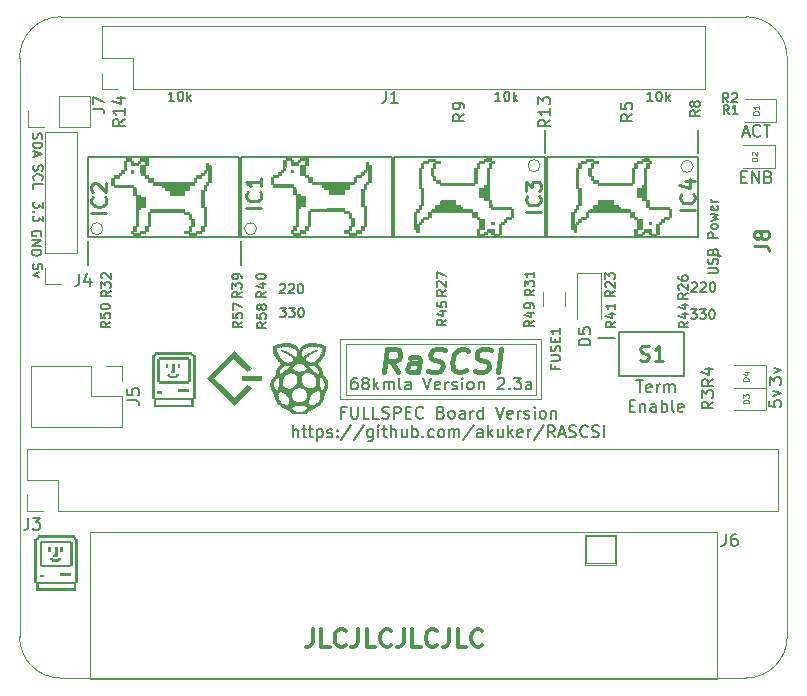
<source format=gbr>
%TF.GenerationSoftware,KiCad,Pcbnew,(5.1.7-0-10_14)*%
%TF.CreationDate,2021-03-07T20:48:25-06:00*%
%TF.ProjectId,rascsi_2p3a,72617363-7369-45f3-9270-33612e6b6963,rev?*%
%TF.SameCoordinates,PX59d60c0PY325aa00*%
%TF.FileFunction,Legend,Top*%
%TF.FilePolarity,Positive*%
%FSLAX46Y46*%
G04 Gerber Fmt 4.6, Leading zero omitted, Abs format (unit mm)*
G04 Created by KiCad (PCBNEW (5.1.7-0-10_14)) date 2021-03-07 20:48:25*
%MOMM*%
%LPD*%
G01*
G04 APERTURE LIST*
%ADD10C,0.300000*%
%ADD11C,0.150000*%
%ADD12C,0.120000*%
%ADD13C,0.400000*%
%TA.AperFunction,Profile*%
%ADD14C,0.050000*%
%TD*%
%ADD15C,0.200000*%
%ADD16C,0.100000*%
%ADD17C,0.010000*%
%ADD18C,0.254000*%
G04 APERTURE END LIST*
D10*
X105119428Y-41565071D02*
X105119428Y-42636500D01*
X105048000Y-42850785D01*
X104905142Y-42993642D01*
X104690857Y-43065071D01*
X104548000Y-43065071D01*
X106548000Y-43065071D02*
X105833714Y-43065071D01*
X105833714Y-41565071D01*
X107905142Y-42922214D02*
X107833714Y-42993642D01*
X107619428Y-43065071D01*
X107476571Y-43065071D01*
X107262285Y-42993642D01*
X107119428Y-42850785D01*
X107048000Y-42707928D01*
X106976571Y-42422214D01*
X106976571Y-42207928D01*
X107048000Y-41922214D01*
X107119428Y-41779357D01*
X107262285Y-41636500D01*
X107476571Y-41565071D01*
X107619428Y-41565071D01*
X107833714Y-41636500D01*
X107905142Y-41707928D01*
X108976571Y-41565071D02*
X108976571Y-42636500D01*
X108905142Y-42850785D01*
X108762285Y-42993642D01*
X108548000Y-43065071D01*
X108405142Y-43065071D01*
X110405142Y-43065071D02*
X109690857Y-43065071D01*
X109690857Y-41565071D01*
X111762285Y-42922214D02*
X111690857Y-42993642D01*
X111476571Y-43065071D01*
X111333714Y-43065071D01*
X111119428Y-42993642D01*
X110976571Y-42850785D01*
X110905142Y-42707928D01*
X110833714Y-42422214D01*
X110833714Y-42207928D01*
X110905142Y-41922214D01*
X110976571Y-41779357D01*
X111119428Y-41636500D01*
X111333714Y-41565071D01*
X111476571Y-41565071D01*
X111690857Y-41636500D01*
X111762285Y-41707928D01*
X112833714Y-41565071D02*
X112833714Y-42636500D01*
X112762285Y-42850785D01*
X112619428Y-42993642D01*
X112405142Y-43065071D01*
X112262285Y-43065071D01*
X114262285Y-43065071D02*
X113548000Y-43065071D01*
X113548000Y-41565071D01*
X115619428Y-42922214D02*
X115548000Y-42993642D01*
X115333714Y-43065071D01*
X115190857Y-43065071D01*
X114976571Y-42993642D01*
X114833714Y-42850785D01*
X114762285Y-42707928D01*
X114690857Y-42422214D01*
X114690857Y-42207928D01*
X114762285Y-41922214D01*
X114833714Y-41779357D01*
X114976571Y-41636500D01*
X115190857Y-41565071D01*
X115333714Y-41565071D01*
X115548000Y-41636500D01*
X115619428Y-41707928D01*
X116690857Y-41565071D02*
X116690857Y-42636500D01*
X116619428Y-42850785D01*
X116476571Y-42993642D01*
X116262285Y-43065071D01*
X116119428Y-43065071D01*
X118119428Y-43065071D02*
X117405142Y-43065071D01*
X117405142Y-41565071D01*
X119476571Y-42922214D02*
X119405142Y-42993642D01*
X119190857Y-43065071D01*
X119048000Y-43065071D01*
X118833714Y-42993642D01*
X118690857Y-42850785D01*
X118619428Y-42707928D01*
X118548000Y-42422214D01*
X118548000Y-42207928D01*
X118619428Y-41922214D01*
X118690857Y-41779357D01*
X118833714Y-41636500D01*
X119048000Y-41565071D01*
X119190857Y-41565071D01*
X119405142Y-41636500D01*
X119476571Y-41707928D01*
D11*
X111333666Y4008120D02*
X111333666Y3293834D01*
X111286047Y3150977D01*
X111190809Y3055739D01*
X111047952Y3008120D01*
X110952714Y3008120D01*
X112333666Y3008120D02*
X111762238Y3008120D01*
X112047952Y3008120D02*
X112047952Y4008120D01*
X111952714Y3865262D01*
X111857476Y3770024D01*
X111762238Y3722405D01*
X141416904Y-3262571D02*
X141750238Y-3262571D01*
X141893095Y-3786380D02*
X141416904Y-3786380D01*
X141416904Y-2786380D01*
X141893095Y-2786380D01*
X142321666Y-3786380D02*
X142321666Y-2786380D01*
X142893095Y-3786380D01*
X142893095Y-2786380D01*
X143702619Y-3262571D02*
X143845476Y-3310190D01*
X143893095Y-3357809D01*
X143940714Y-3453047D01*
X143940714Y-3595904D01*
X143893095Y-3691142D01*
X143845476Y-3738761D01*
X143750238Y-3786380D01*
X143369285Y-3786380D01*
X143369285Y-2786380D01*
X143702619Y-2786380D01*
X143797857Y-2834000D01*
X143845476Y-2881619D01*
X143893095Y-2976857D01*
X143893095Y-3072095D01*
X143845476Y-3167333D01*
X143797857Y-3214952D01*
X143702619Y-3262571D01*
X143369285Y-3262571D01*
X141535952Y436334D02*
X142012142Y436334D01*
X141440714Y150620D02*
X141774047Y1150620D01*
X142107380Y150620D01*
X143012142Y245858D02*
X142964523Y198239D01*
X142821666Y150620D01*
X142726428Y150620D01*
X142583571Y198239D01*
X142488333Y293477D01*
X142440714Y388715D01*
X142393095Y579191D01*
X142393095Y722048D01*
X142440714Y912524D01*
X142488333Y1007762D01*
X142583571Y1103000D01*
X142726428Y1150620D01*
X142821666Y1150620D01*
X142964523Y1103000D01*
X143012142Y1055381D01*
X143297857Y1150620D02*
X143869285Y1150620D01*
X143583571Y150620D02*
X143583571Y1150620D01*
X138597404Y-11436214D02*
X139245023Y-11436214D01*
X139321214Y-11398119D01*
X139359309Y-11360023D01*
X139397404Y-11283833D01*
X139397404Y-11131452D01*
X139359309Y-11055261D01*
X139321214Y-11017166D01*
X139245023Y-10979071D01*
X138597404Y-10979071D01*
X139359309Y-10636214D02*
X139397404Y-10521928D01*
X139397404Y-10331452D01*
X139359309Y-10255261D01*
X139321214Y-10217166D01*
X139245023Y-10179071D01*
X139168833Y-10179071D01*
X139092642Y-10217166D01*
X139054547Y-10255261D01*
X139016452Y-10331452D01*
X138978357Y-10483833D01*
X138940261Y-10560023D01*
X138902166Y-10598119D01*
X138825976Y-10636214D01*
X138749785Y-10636214D01*
X138673595Y-10598119D01*
X138635500Y-10560023D01*
X138597404Y-10483833D01*
X138597404Y-10293357D01*
X138635500Y-10179071D01*
X138978357Y-9569547D02*
X139016452Y-9455261D01*
X139054547Y-9417166D01*
X139130738Y-9379071D01*
X139245023Y-9379071D01*
X139321214Y-9417166D01*
X139359309Y-9455261D01*
X139397404Y-9531452D01*
X139397404Y-9836214D01*
X138597404Y-9836214D01*
X138597404Y-9569547D01*
X138635500Y-9493357D01*
X138673595Y-9455261D01*
X138749785Y-9417166D01*
X138825976Y-9417166D01*
X138902166Y-9455261D01*
X138940261Y-9493357D01*
X138978357Y-9569547D01*
X138978357Y-9836214D01*
X139397404Y-8426690D02*
X138597404Y-8426690D01*
X138597404Y-8121928D01*
X138635500Y-8045738D01*
X138673595Y-8007642D01*
X138749785Y-7969547D01*
X138864071Y-7969547D01*
X138940261Y-8007642D01*
X138978357Y-8045738D01*
X139016452Y-8121928D01*
X139016452Y-8426690D01*
X139397404Y-7512404D02*
X139359309Y-7588595D01*
X139321214Y-7626690D01*
X139245023Y-7664785D01*
X139016452Y-7664785D01*
X138940261Y-7626690D01*
X138902166Y-7588595D01*
X138864071Y-7512404D01*
X138864071Y-7398119D01*
X138902166Y-7321928D01*
X138940261Y-7283833D01*
X139016452Y-7245738D01*
X139245023Y-7245738D01*
X139321214Y-7283833D01*
X139359309Y-7321928D01*
X139397404Y-7398119D01*
X139397404Y-7512404D01*
X138864071Y-6979071D02*
X139397404Y-6826690D01*
X139016452Y-6674309D01*
X139397404Y-6521928D01*
X138864071Y-6369547D01*
X139359309Y-5760023D02*
X139397404Y-5836214D01*
X139397404Y-5988595D01*
X139359309Y-6064785D01*
X139283119Y-6102880D01*
X138978357Y-6102880D01*
X138902166Y-6064785D01*
X138864071Y-5988595D01*
X138864071Y-5836214D01*
X138902166Y-5760023D01*
X138978357Y-5721928D01*
X139054547Y-5721928D01*
X139130738Y-6102880D01*
X139397404Y-5379071D02*
X138864071Y-5379071D01*
X139016452Y-5379071D02*
X138940261Y-5340976D01*
X138902166Y-5302880D01*
X138864071Y-5226690D01*
X138864071Y-5150500D01*
X140099166Y-33520380D02*
X140099166Y-34234666D01*
X140051547Y-34377523D01*
X139956309Y-34472761D01*
X139813452Y-34520380D01*
X139718214Y-34520380D01*
X141003928Y-33520380D02*
X140813452Y-33520380D01*
X140718214Y-33568000D01*
X140670595Y-33615619D01*
X140575357Y-33758476D01*
X140527738Y-33948952D01*
X140527738Y-34329904D01*
X140575357Y-34425142D01*
X140622976Y-34472761D01*
X140718214Y-34520380D01*
X140908690Y-34520380D01*
X141003928Y-34472761D01*
X141051547Y-34425142D01*
X141099166Y-34329904D01*
X141099166Y-34091809D01*
X141051547Y-33996571D01*
X141003928Y-33948952D01*
X140908690Y-33901333D01*
X140718214Y-33901333D01*
X140622976Y-33948952D01*
X140575357Y-33996571D01*
X140527738Y-34091809D01*
D12*
X137324953Y-2381500D02*
G75*
G03*
X137324953Y-2381500I-511953J0D01*
G01*
X124370953Y-2318000D02*
G75*
G03*
X124370953Y-2318000I-511953J0D01*
G01*
D11*
X143812380Y-20844285D02*
X143812380Y-20225238D01*
X144193333Y-20558571D01*
X144193333Y-20415714D01*
X144240952Y-20320476D01*
X144288571Y-20272857D01*
X144383809Y-20225238D01*
X144621904Y-20225238D01*
X144717142Y-20272857D01*
X144764761Y-20320476D01*
X144812380Y-20415714D01*
X144812380Y-20701428D01*
X144764761Y-20796666D01*
X144717142Y-20844285D01*
X144145714Y-19891904D02*
X144812380Y-19653809D01*
X144145714Y-19415714D01*
X143782380Y-22212857D02*
X143782380Y-22689047D01*
X144258571Y-22736666D01*
X144210952Y-22689047D01*
X144163333Y-22593809D01*
X144163333Y-22355714D01*
X144210952Y-22260476D01*
X144258571Y-22212857D01*
X144353809Y-22165238D01*
X144591904Y-22165238D01*
X144687142Y-22212857D01*
X144734761Y-22260476D01*
X144782380Y-22355714D01*
X144782380Y-22593809D01*
X144734761Y-22689047D01*
X144687142Y-22736666D01*
X144115714Y-21831904D02*
X144782380Y-21593809D01*
X144115714Y-21355714D01*
X103453333Y-25312880D02*
X103453333Y-24312880D01*
X103881904Y-25312880D02*
X103881904Y-24789071D01*
X103834285Y-24693833D01*
X103739047Y-24646214D01*
X103596190Y-24646214D01*
X103500952Y-24693833D01*
X103453333Y-24741452D01*
X104215238Y-24646214D02*
X104596190Y-24646214D01*
X104358095Y-24312880D02*
X104358095Y-25170023D01*
X104405714Y-25265261D01*
X104500952Y-25312880D01*
X104596190Y-25312880D01*
X104786666Y-24646214D02*
X105167619Y-24646214D01*
X104929523Y-24312880D02*
X104929523Y-25170023D01*
X104977142Y-25265261D01*
X105072380Y-25312880D01*
X105167619Y-25312880D01*
X105500952Y-24646214D02*
X105500952Y-25646214D01*
X105500952Y-24693833D02*
X105596190Y-24646214D01*
X105786666Y-24646214D01*
X105881904Y-24693833D01*
X105929523Y-24741452D01*
X105977142Y-24836690D01*
X105977142Y-25122404D01*
X105929523Y-25217642D01*
X105881904Y-25265261D01*
X105786666Y-25312880D01*
X105596190Y-25312880D01*
X105500952Y-25265261D01*
X106358095Y-25265261D02*
X106453333Y-25312880D01*
X106643809Y-25312880D01*
X106739047Y-25265261D01*
X106786666Y-25170023D01*
X106786666Y-25122404D01*
X106739047Y-25027166D01*
X106643809Y-24979547D01*
X106500952Y-24979547D01*
X106405714Y-24931928D01*
X106358095Y-24836690D01*
X106358095Y-24789071D01*
X106405714Y-24693833D01*
X106500952Y-24646214D01*
X106643809Y-24646214D01*
X106739047Y-24693833D01*
X107215238Y-25217642D02*
X107262857Y-25265261D01*
X107215238Y-25312880D01*
X107167619Y-25265261D01*
X107215238Y-25217642D01*
X107215238Y-25312880D01*
X107215238Y-24693833D02*
X107262857Y-24741452D01*
X107215238Y-24789071D01*
X107167619Y-24741452D01*
X107215238Y-24693833D01*
X107215238Y-24789071D01*
X108405714Y-24265261D02*
X107548571Y-25550976D01*
X109453333Y-24265261D02*
X108596190Y-25550976D01*
X110215238Y-24646214D02*
X110215238Y-25455738D01*
X110167619Y-25550976D01*
X110120000Y-25598595D01*
X110024761Y-25646214D01*
X109881904Y-25646214D01*
X109786666Y-25598595D01*
X110215238Y-25265261D02*
X110120000Y-25312880D01*
X109929523Y-25312880D01*
X109834285Y-25265261D01*
X109786666Y-25217642D01*
X109739047Y-25122404D01*
X109739047Y-24836690D01*
X109786666Y-24741452D01*
X109834285Y-24693833D01*
X109929523Y-24646214D01*
X110120000Y-24646214D01*
X110215238Y-24693833D01*
X110691428Y-25312880D02*
X110691428Y-24646214D01*
X110691428Y-24312880D02*
X110643809Y-24360500D01*
X110691428Y-24408119D01*
X110739047Y-24360500D01*
X110691428Y-24312880D01*
X110691428Y-24408119D01*
X111024761Y-24646214D02*
X111405714Y-24646214D01*
X111167619Y-24312880D02*
X111167619Y-25170023D01*
X111215238Y-25265261D01*
X111310476Y-25312880D01*
X111405714Y-25312880D01*
X111739047Y-25312880D02*
X111739047Y-24312880D01*
X112167619Y-25312880D02*
X112167619Y-24789071D01*
X112120000Y-24693833D01*
X112024761Y-24646214D01*
X111881904Y-24646214D01*
X111786666Y-24693833D01*
X111739047Y-24741452D01*
X113072380Y-24646214D02*
X113072380Y-25312880D01*
X112643809Y-24646214D02*
X112643809Y-25170023D01*
X112691428Y-25265261D01*
X112786666Y-25312880D01*
X112929523Y-25312880D01*
X113024761Y-25265261D01*
X113072380Y-25217642D01*
X113548571Y-25312880D02*
X113548571Y-24312880D01*
X113548571Y-24693833D02*
X113643809Y-24646214D01*
X113834285Y-24646214D01*
X113929523Y-24693833D01*
X113977142Y-24741452D01*
X114024761Y-24836690D01*
X114024761Y-25122404D01*
X113977142Y-25217642D01*
X113929523Y-25265261D01*
X113834285Y-25312880D01*
X113643809Y-25312880D01*
X113548571Y-25265261D01*
X114453333Y-25217642D02*
X114500952Y-25265261D01*
X114453333Y-25312880D01*
X114405714Y-25265261D01*
X114453333Y-25217642D01*
X114453333Y-25312880D01*
X115358095Y-25265261D02*
X115262857Y-25312880D01*
X115072380Y-25312880D01*
X114977142Y-25265261D01*
X114929523Y-25217642D01*
X114881904Y-25122404D01*
X114881904Y-24836690D01*
X114929523Y-24741452D01*
X114977142Y-24693833D01*
X115072380Y-24646214D01*
X115262857Y-24646214D01*
X115358095Y-24693833D01*
X115929523Y-25312880D02*
X115834285Y-25265261D01*
X115786666Y-25217642D01*
X115739047Y-25122404D01*
X115739047Y-24836690D01*
X115786666Y-24741452D01*
X115834285Y-24693833D01*
X115929523Y-24646214D01*
X116072380Y-24646214D01*
X116167619Y-24693833D01*
X116215238Y-24741452D01*
X116262857Y-24836690D01*
X116262857Y-25122404D01*
X116215238Y-25217642D01*
X116167619Y-25265261D01*
X116072380Y-25312880D01*
X115929523Y-25312880D01*
X116691428Y-25312880D02*
X116691428Y-24646214D01*
X116691428Y-24741452D02*
X116739047Y-24693833D01*
X116834285Y-24646214D01*
X116977142Y-24646214D01*
X117072380Y-24693833D01*
X117120000Y-24789071D01*
X117120000Y-25312880D01*
X117120000Y-24789071D02*
X117167619Y-24693833D01*
X117262857Y-24646214D01*
X117405714Y-24646214D01*
X117500952Y-24693833D01*
X117548571Y-24789071D01*
X117548571Y-25312880D01*
X118739047Y-24265261D02*
X117881904Y-25550976D01*
X119500952Y-25312880D02*
X119500952Y-24789071D01*
X119453333Y-24693833D01*
X119358095Y-24646214D01*
X119167619Y-24646214D01*
X119072380Y-24693833D01*
X119500952Y-25265261D02*
X119405714Y-25312880D01*
X119167619Y-25312880D01*
X119072380Y-25265261D01*
X119024761Y-25170023D01*
X119024761Y-25074785D01*
X119072380Y-24979547D01*
X119167619Y-24931928D01*
X119405714Y-24931928D01*
X119500952Y-24884309D01*
X119977142Y-25312880D02*
X119977142Y-24312880D01*
X120072380Y-24931928D02*
X120358095Y-25312880D01*
X120358095Y-24646214D02*
X119977142Y-25027166D01*
X121215238Y-24646214D02*
X121215238Y-25312880D01*
X120786666Y-24646214D02*
X120786666Y-25170023D01*
X120834285Y-25265261D01*
X120929523Y-25312880D01*
X121072380Y-25312880D01*
X121167619Y-25265261D01*
X121215238Y-25217642D01*
X121691428Y-25312880D02*
X121691428Y-24312880D01*
X121786666Y-24931928D02*
X122072380Y-25312880D01*
X122072380Y-24646214D02*
X121691428Y-25027166D01*
X122881904Y-25265261D02*
X122786666Y-25312880D01*
X122596190Y-25312880D01*
X122500952Y-25265261D01*
X122453333Y-25170023D01*
X122453333Y-24789071D01*
X122500952Y-24693833D01*
X122596190Y-24646214D01*
X122786666Y-24646214D01*
X122881904Y-24693833D01*
X122929523Y-24789071D01*
X122929523Y-24884309D01*
X122453333Y-24979547D01*
X123358095Y-25312880D02*
X123358095Y-24646214D01*
X123358095Y-24836690D02*
X123405714Y-24741452D01*
X123453333Y-24693833D01*
X123548571Y-24646214D01*
X123643809Y-24646214D01*
X124691428Y-24265261D02*
X123834285Y-25550976D01*
X125596190Y-25312880D02*
X125262857Y-24836690D01*
X125024761Y-25312880D02*
X125024761Y-24312880D01*
X125405714Y-24312880D01*
X125500952Y-24360500D01*
X125548571Y-24408119D01*
X125596190Y-24503357D01*
X125596190Y-24646214D01*
X125548571Y-24741452D01*
X125500952Y-24789071D01*
X125405714Y-24836690D01*
X125024761Y-24836690D01*
X125977142Y-25027166D02*
X126453333Y-25027166D01*
X125881904Y-25312880D02*
X126215238Y-24312880D01*
X126548571Y-25312880D01*
X126834285Y-25265261D02*
X126977142Y-25312880D01*
X127215238Y-25312880D01*
X127310476Y-25265261D01*
X127358095Y-25217642D01*
X127405714Y-25122404D01*
X127405714Y-25027166D01*
X127358095Y-24931928D01*
X127310476Y-24884309D01*
X127215238Y-24836690D01*
X127024761Y-24789071D01*
X126929523Y-24741452D01*
X126881904Y-24693833D01*
X126834285Y-24598595D01*
X126834285Y-24503357D01*
X126881904Y-24408119D01*
X126929523Y-24360500D01*
X127024761Y-24312880D01*
X127262857Y-24312880D01*
X127405714Y-24360500D01*
X128405714Y-25217642D02*
X128358095Y-25265261D01*
X128215238Y-25312880D01*
X128120000Y-25312880D01*
X127977142Y-25265261D01*
X127881904Y-25170023D01*
X127834285Y-25074785D01*
X127786666Y-24884309D01*
X127786666Y-24741452D01*
X127834285Y-24550976D01*
X127881904Y-24455738D01*
X127977142Y-24360500D01*
X128120000Y-24312880D01*
X128215238Y-24312880D01*
X128358095Y-24360500D01*
X128405714Y-24408119D01*
X128786666Y-25265261D02*
X128929523Y-25312880D01*
X129167619Y-25312880D01*
X129262857Y-25265261D01*
X129310476Y-25217642D01*
X129358095Y-25122404D01*
X129358095Y-25027166D01*
X129310476Y-24931928D01*
X129262857Y-24884309D01*
X129167619Y-24836690D01*
X128977142Y-24789071D01*
X128881904Y-24741452D01*
X128834285Y-24693833D01*
X128786666Y-24598595D01*
X128786666Y-24503357D01*
X128834285Y-24408119D01*
X128881904Y-24360500D01*
X128977142Y-24312880D01*
X129215238Y-24312880D01*
X129358095Y-24360500D01*
X129786666Y-25312880D02*
X129786666Y-24312880D01*
X102319523Y-12398095D02*
X102357619Y-12360000D01*
X102433809Y-12321904D01*
X102624285Y-12321904D01*
X102700476Y-12360000D01*
X102738571Y-12398095D01*
X102776666Y-12474285D01*
X102776666Y-12550476D01*
X102738571Y-12664761D01*
X102281428Y-13121904D01*
X102776666Y-13121904D01*
X103081428Y-12398095D02*
X103119523Y-12360000D01*
X103195714Y-12321904D01*
X103386190Y-12321904D01*
X103462380Y-12360000D01*
X103500476Y-12398095D01*
X103538571Y-12474285D01*
X103538571Y-12550476D01*
X103500476Y-12664761D01*
X103043333Y-13121904D01*
X103538571Y-13121904D01*
X104033809Y-12321904D02*
X104110000Y-12321904D01*
X104186190Y-12360000D01*
X104224285Y-12398095D01*
X104262380Y-12474285D01*
X104300476Y-12626666D01*
X104300476Y-12817142D01*
X104262380Y-12969523D01*
X104224285Y-13045714D01*
X104186190Y-13083809D01*
X104110000Y-13121904D01*
X104033809Y-13121904D01*
X103957619Y-13083809D01*
X103919523Y-13045714D01*
X103881428Y-12969523D01*
X103843333Y-12817142D01*
X103843333Y-12626666D01*
X103881428Y-12474285D01*
X103919523Y-12398095D01*
X103957619Y-12360000D01*
X104033809Y-12321904D01*
D12*
X89950000Y6826000D02*
X87283000Y6826000D01*
X89950000Y4159000D02*
X89950000Y6826000D01*
X138337000Y4159000D02*
X89950000Y4159000D01*
X138337000Y9493000D02*
X138337000Y4159000D01*
X87283000Y9493000D02*
X138337000Y9493000D01*
X87283000Y6826000D02*
X87283000Y9493000D01*
X87283000Y4159000D02*
X87283000Y5556000D01*
X88680000Y4159000D02*
X87283000Y4159000D01*
X128304000Y-35973000D02*
X128304000Y-33687000D01*
X130717000Y-35973000D02*
X128304000Y-35973000D01*
X130717000Y-33687000D02*
X130717000Y-35973000D01*
X128304000Y-33687000D02*
X130717000Y-33687000D01*
X128177000Y-36100000D02*
X128177000Y-33560000D01*
X130844000Y-36100000D02*
X128177000Y-36100000D01*
X130844000Y-33560000D02*
X130844000Y-36100000D01*
X128177000Y-33560000D02*
X130844000Y-33560000D01*
X139353000Y-33306000D02*
X86267000Y-33306000D01*
X139353000Y-45752000D02*
X139353000Y-33306000D01*
X86267000Y-45752000D02*
X139353000Y-45752000D01*
X86267000Y-33306000D02*
X86267000Y-45752000D01*
D11*
X133923809Y3162096D02*
X133466666Y3162096D01*
X133695238Y3162096D02*
X133695238Y3962096D01*
X133619047Y3847810D01*
X133542857Y3771620D01*
X133466666Y3733524D01*
X134419047Y3962096D02*
X134495238Y3962096D01*
X134571428Y3924000D01*
X134609523Y3885905D01*
X134647619Y3809715D01*
X134685714Y3657334D01*
X134685714Y3466858D01*
X134647619Y3314477D01*
X134609523Y3238286D01*
X134571428Y3200191D01*
X134495238Y3162096D01*
X134419047Y3162096D01*
X134342857Y3200191D01*
X134304761Y3238286D01*
X134266666Y3314477D01*
X134228571Y3466858D01*
X134228571Y3657334D01*
X134266666Y3809715D01*
X134304761Y3885905D01*
X134342857Y3924000D01*
X134419047Y3962096D01*
X135028571Y3162096D02*
X135028571Y3962096D01*
X135104761Y3466858D02*
X135333333Y3162096D01*
X135333333Y3695429D02*
X135028571Y3390667D01*
X121020609Y3162096D02*
X120563466Y3162096D01*
X120792038Y3162096D02*
X120792038Y3962096D01*
X120715847Y3847810D01*
X120639657Y3771620D01*
X120563466Y3733524D01*
X121515847Y3962096D02*
X121592038Y3962096D01*
X121668228Y3924000D01*
X121706323Y3885905D01*
X121744419Y3809715D01*
X121782514Y3657334D01*
X121782514Y3466858D01*
X121744419Y3314477D01*
X121706323Y3238286D01*
X121668228Y3200191D01*
X121592038Y3162096D01*
X121515847Y3162096D01*
X121439657Y3200191D01*
X121401561Y3238286D01*
X121363466Y3314477D01*
X121325371Y3466858D01*
X121325371Y3657334D01*
X121363466Y3809715D01*
X121401561Y3885905D01*
X121439657Y3924000D01*
X121515847Y3962096D01*
X122125371Y3162096D02*
X122125371Y3962096D01*
X122201561Y3466858D02*
X122430133Y3162096D01*
X122430133Y3695429D02*
X122125371Y3390667D01*
X81447390Y431429D02*
X81409295Y317143D01*
X81409295Y126667D01*
X81447390Y50477D01*
X81485485Y12381D01*
X81561676Y-25714D01*
X81637866Y-25714D01*
X81714057Y12381D01*
X81752152Y50477D01*
X81790247Y126667D01*
X81828342Y279048D01*
X81866438Y355239D01*
X81904533Y393334D01*
X81980723Y431429D01*
X82056914Y431429D01*
X82133104Y393334D01*
X82171200Y355239D01*
X82209295Y279048D01*
X82209295Y88572D01*
X82171200Y-25714D01*
X81409295Y-368571D02*
X82209295Y-368571D01*
X82209295Y-559047D01*
X82171200Y-673333D01*
X82095009Y-749523D01*
X82018819Y-787619D01*
X81866438Y-825714D01*
X81752152Y-825714D01*
X81599771Y-787619D01*
X81523580Y-749523D01*
X81447390Y-673333D01*
X81409295Y-559047D01*
X81409295Y-368571D01*
X81637866Y-1130476D02*
X81637866Y-1511428D01*
X81409295Y-1054285D02*
X82209295Y-1320952D01*
X81409295Y-1587619D01*
X81498190Y-2280019D02*
X81460095Y-2394304D01*
X81460095Y-2584780D01*
X81498190Y-2660971D01*
X81536285Y-2699066D01*
X81612476Y-2737161D01*
X81688666Y-2737161D01*
X81764857Y-2699066D01*
X81802952Y-2660971D01*
X81841047Y-2584780D01*
X81879142Y-2432400D01*
X81917238Y-2356209D01*
X81955333Y-2318114D01*
X82031523Y-2280019D01*
X82107714Y-2280019D01*
X82183904Y-2318114D01*
X82222000Y-2356209D01*
X82260095Y-2432400D01*
X82260095Y-2622876D01*
X82222000Y-2737161D01*
X81536285Y-3537161D02*
X81498190Y-3499066D01*
X81460095Y-3384780D01*
X81460095Y-3308590D01*
X81498190Y-3194304D01*
X81574380Y-3118114D01*
X81650571Y-3080019D01*
X81802952Y-3041923D01*
X81917238Y-3041923D01*
X82069619Y-3080019D01*
X82145809Y-3118114D01*
X82222000Y-3194304D01*
X82260095Y-3308590D01*
X82260095Y-3384780D01*
X82222000Y-3499066D01*
X82183904Y-3537161D01*
X81460095Y-4260971D02*
X81460095Y-3880019D01*
X82260095Y-3880019D01*
X82260095Y-5391504D02*
X82260095Y-5886742D01*
X81955333Y-5620076D01*
X81955333Y-5734361D01*
X81917238Y-5810552D01*
X81879142Y-5848647D01*
X81802952Y-5886742D01*
X81612476Y-5886742D01*
X81536285Y-5848647D01*
X81498190Y-5810552D01*
X81460095Y-5734361D01*
X81460095Y-5505790D01*
X81498190Y-5429600D01*
X81536285Y-5391504D01*
X81536285Y-6229600D02*
X81498190Y-6267695D01*
X81460095Y-6229600D01*
X81498190Y-6191504D01*
X81536285Y-6229600D01*
X81460095Y-6229600D01*
X82260095Y-6534361D02*
X82260095Y-7029600D01*
X81955333Y-6762933D01*
X81955333Y-6877219D01*
X81917238Y-6953409D01*
X81879142Y-6991504D01*
X81802952Y-7029600D01*
X81612476Y-7029600D01*
X81536285Y-6991504D01*
X81498190Y-6953409D01*
X81460095Y-6877219D01*
X81460095Y-6648647D01*
X81498190Y-6572457D01*
X81536285Y-6534361D01*
X82120400Y-8261676D02*
X82158495Y-8185485D01*
X82158495Y-8071200D01*
X82120400Y-7956914D01*
X82044209Y-7880723D01*
X81968019Y-7842628D01*
X81815638Y-7804533D01*
X81701352Y-7804533D01*
X81548971Y-7842628D01*
X81472780Y-7880723D01*
X81396590Y-7956914D01*
X81358495Y-8071200D01*
X81358495Y-8147390D01*
X81396590Y-8261676D01*
X81434685Y-8299771D01*
X81701352Y-8299771D01*
X81701352Y-8147390D01*
X81358495Y-8642628D02*
X82158495Y-8642628D01*
X81358495Y-9099771D01*
X82158495Y-9099771D01*
X81358495Y-9480723D02*
X82158495Y-9480723D01*
X82158495Y-9671200D01*
X82120400Y-9785485D01*
X82044209Y-9861676D01*
X81968019Y-9899771D01*
X81815638Y-9937866D01*
X81701352Y-9937866D01*
X81548971Y-9899771D01*
X81472780Y-9861676D01*
X81396590Y-9785485D01*
X81358495Y-9671200D01*
X81358495Y-9480723D01*
X82209295Y-11042914D02*
X82209295Y-10661961D01*
X81828342Y-10623866D01*
X81866438Y-10661961D01*
X81904533Y-10738152D01*
X81904533Y-10928628D01*
X81866438Y-11004819D01*
X81828342Y-11042914D01*
X81752152Y-11081009D01*
X81561676Y-11081009D01*
X81485485Y-11042914D01*
X81447390Y-11004819D01*
X81409295Y-10928628D01*
X81409295Y-10738152D01*
X81447390Y-10661961D01*
X81485485Y-10623866D01*
X81942628Y-11347676D02*
X81409295Y-11538152D01*
X81942628Y-11728628D01*
X102351428Y-14351904D02*
X102846666Y-14351904D01*
X102580000Y-14656666D01*
X102694285Y-14656666D01*
X102770476Y-14694761D01*
X102808571Y-14732857D01*
X102846666Y-14809047D01*
X102846666Y-14999523D01*
X102808571Y-15075714D01*
X102770476Y-15113809D01*
X102694285Y-15151904D01*
X102465714Y-15151904D01*
X102389523Y-15113809D01*
X102351428Y-15075714D01*
X103113333Y-14351904D02*
X103608571Y-14351904D01*
X103341904Y-14656666D01*
X103456190Y-14656666D01*
X103532380Y-14694761D01*
X103570476Y-14732857D01*
X103608571Y-14809047D01*
X103608571Y-14999523D01*
X103570476Y-15075714D01*
X103532380Y-15113809D01*
X103456190Y-15151904D01*
X103227619Y-15151904D01*
X103151428Y-15113809D01*
X103113333Y-15075714D01*
X104103809Y-14351904D02*
X104180000Y-14351904D01*
X104256190Y-14390000D01*
X104294285Y-14428095D01*
X104332380Y-14504285D01*
X104370476Y-14656666D01*
X104370476Y-14847142D01*
X104332380Y-14999523D01*
X104294285Y-15075714D01*
X104256190Y-15113809D01*
X104180000Y-15151904D01*
X104103809Y-15151904D01*
X104027619Y-15113809D01*
X103989523Y-15075714D01*
X103951428Y-14999523D01*
X103913333Y-14847142D01*
X103913333Y-14656666D01*
X103951428Y-14504285D01*
X103989523Y-14428095D01*
X104027619Y-14390000D01*
X104103809Y-14351904D01*
X137130628Y-14478304D02*
X137625866Y-14478304D01*
X137359200Y-14783066D01*
X137473485Y-14783066D01*
X137549676Y-14821161D01*
X137587771Y-14859257D01*
X137625866Y-14935447D01*
X137625866Y-15125923D01*
X137587771Y-15202114D01*
X137549676Y-15240209D01*
X137473485Y-15278304D01*
X137244914Y-15278304D01*
X137168723Y-15240209D01*
X137130628Y-15202114D01*
X137892533Y-14478304D02*
X138387771Y-14478304D01*
X138121104Y-14783066D01*
X138235390Y-14783066D01*
X138311580Y-14821161D01*
X138349676Y-14859257D01*
X138387771Y-14935447D01*
X138387771Y-15125923D01*
X138349676Y-15202114D01*
X138311580Y-15240209D01*
X138235390Y-15278304D01*
X138006819Y-15278304D01*
X137930628Y-15240209D01*
X137892533Y-15202114D01*
X138883009Y-14478304D02*
X138959200Y-14478304D01*
X139035390Y-14516400D01*
X139073485Y-14554495D01*
X139111580Y-14630685D01*
X139149676Y-14783066D01*
X139149676Y-14973542D01*
X139111580Y-15125923D01*
X139073485Y-15202114D01*
X139035390Y-15240209D01*
X138959200Y-15278304D01*
X138883009Y-15278304D01*
X138806819Y-15240209D01*
X138768723Y-15202114D01*
X138730628Y-15125923D01*
X138692533Y-14973542D01*
X138692533Y-14783066D01*
X138730628Y-14630685D01*
X138768723Y-14554495D01*
X138806819Y-14516400D01*
X138883009Y-14478304D01*
X137219523Y-12268495D02*
X137257619Y-12230400D01*
X137333809Y-12192304D01*
X137524285Y-12192304D01*
X137600476Y-12230400D01*
X137638571Y-12268495D01*
X137676666Y-12344685D01*
X137676666Y-12420876D01*
X137638571Y-12535161D01*
X137181428Y-12992304D01*
X137676666Y-12992304D01*
X137981428Y-12268495D02*
X138019523Y-12230400D01*
X138095714Y-12192304D01*
X138286190Y-12192304D01*
X138362380Y-12230400D01*
X138400476Y-12268495D01*
X138438571Y-12344685D01*
X138438571Y-12420876D01*
X138400476Y-12535161D01*
X137943333Y-12992304D01*
X138438571Y-12992304D01*
X138933809Y-12192304D02*
X139010000Y-12192304D01*
X139086190Y-12230400D01*
X139124285Y-12268495D01*
X139162380Y-12344685D01*
X139200476Y-12497066D01*
X139200476Y-12687542D01*
X139162380Y-12839923D01*
X139124285Y-12916114D01*
X139086190Y-12954209D01*
X139010000Y-12992304D01*
X138933809Y-12992304D01*
X138857619Y-12954209D01*
X138819523Y-12916114D01*
X138781428Y-12839923D01*
X138743333Y-12687542D01*
X138743333Y-12497066D01*
X138781428Y-12344685D01*
X138819523Y-12268495D01*
X138857619Y-12230400D01*
X138933809Y-12192304D01*
X93385409Y3162096D02*
X92928266Y3162096D01*
X93156838Y3162096D02*
X93156838Y3962096D01*
X93080647Y3847810D01*
X93004457Y3771620D01*
X92928266Y3733524D01*
X93880647Y3962096D02*
X93956838Y3962096D01*
X94033028Y3924000D01*
X94071123Y3885905D01*
X94109219Y3809715D01*
X94147314Y3657334D01*
X94147314Y3466858D01*
X94109219Y3314477D01*
X94071123Y3238286D01*
X94033028Y3200191D01*
X93956838Y3162096D01*
X93880647Y3162096D01*
X93804457Y3200191D01*
X93766361Y3238286D01*
X93728266Y3314477D01*
X93690171Y3466858D01*
X93690171Y3657334D01*
X93728266Y3809715D01*
X93766361Y3885905D01*
X93804457Y3924000D01*
X93880647Y3962096D01*
X94490171Y3162096D02*
X94490171Y3962096D01*
X94566361Y3466858D02*
X94794933Y3162096D01*
X94794933Y3695429D02*
X94490171Y3390667D01*
X107858095Y-23201571D02*
X107524761Y-23201571D01*
X107524761Y-23725380D02*
X107524761Y-22725380D01*
X108000952Y-22725380D01*
X108381904Y-22725380D02*
X108381904Y-23534904D01*
X108429523Y-23630142D01*
X108477142Y-23677761D01*
X108572380Y-23725380D01*
X108762857Y-23725380D01*
X108858095Y-23677761D01*
X108905714Y-23630142D01*
X108953333Y-23534904D01*
X108953333Y-22725380D01*
X109905714Y-23725380D02*
X109429523Y-23725380D01*
X109429523Y-22725380D01*
X110715238Y-23725380D02*
X110239047Y-23725380D01*
X110239047Y-22725380D01*
X111000952Y-23677761D02*
X111143809Y-23725380D01*
X111381904Y-23725380D01*
X111477142Y-23677761D01*
X111524761Y-23630142D01*
X111572380Y-23534904D01*
X111572380Y-23439666D01*
X111524761Y-23344428D01*
X111477142Y-23296809D01*
X111381904Y-23249190D01*
X111191428Y-23201571D01*
X111096190Y-23153952D01*
X111048571Y-23106333D01*
X111000952Y-23011095D01*
X111000952Y-22915857D01*
X111048571Y-22820619D01*
X111096190Y-22773000D01*
X111191428Y-22725380D01*
X111429523Y-22725380D01*
X111572380Y-22773000D01*
X112000952Y-23725380D02*
X112000952Y-22725380D01*
X112381904Y-22725380D01*
X112477142Y-22773000D01*
X112524761Y-22820619D01*
X112572380Y-22915857D01*
X112572380Y-23058714D01*
X112524761Y-23153952D01*
X112477142Y-23201571D01*
X112381904Y-23249190D01*
X112000952Y-23249190D01*
X113000952Y-23201571D02*
X113334285Y-23201571D01*
X113477142Y-23725380D02*
X113000952Y-23725380D01*
X113000952Y-22725380D01*
X113477142Y-22725380D01*
X114477142Y-23630142D02*
X114429523Y-23677761D01*
X114286666Y-23725380D01*
X114191428Y-23725380D01*
X114048571Y-23677761D01*
X113953333Y-23582523D01*
X113905714Y-23487285D01*
X113858095Y-23296809D01*
X113858095Y-23153952D01*
X113905714Y-22963476D01*
X113953333Y-22868238D01*
X114048571Y-22773000D01*
X114191428Y-22725380D01*
X114286666Y-22725380D01*
X114429523Y-22773000D01*
X114477142Y-22820619D01*
X116000952Y-23201571D02*
X116143809Y-23249190D01*
X116191428Y-23296809D01*
X116239047Y-23392047D01*
X116239047Y-23534904D01*
X116191428Y-23630142D01*
X116143809Y-23677761D01*
X116048571Y-23725380D01*
X115667619Y-23725380D01*
X115667619Y-22725380D01*
X116000952Y-22725380D01*
X116096190Y-22773000D01*
X116143809Y-22820619D01*
X116191428Y-22915857D01*
X116191428Y-23011095D01*
X116143809Y-23106333D01*
X116096190Y-23153952D01*
X116000952Y-23201571D01*
X115667619Y-23201571D01*
X116810476Y-23725380D02*
X116715238Y-23677761D01*
X116667619Y-23630142D01*
X116620000Y-23534904D01*
X116620000Y-23249190D01*
X116667619Y-23153952D01*
X116715238Y-23106333D01*
X116810476Y-23058714D01*
X116953333Y-23058714D01*
X117048571Y-23106333D01*
X117096190Y-23153952D01*
X117143809Y-23249190D01*
X117143809Y-23534904D01*
X117096190Y-23630142D01*
X117048571Y-23677761D01*
X116953333Y-23725380D01*
X116810476Y-23725380D01*
X118000952Y-23725380D02*
X118000952Y-23201571D01*
X117953333Y-23106333D01*
X117858095Y-23058714D01*
X117667619Y-23058714D01*
X117572380Y-23106333D01*
X118000952Y-23677761D02*
X117905714Y-23725380D01*
X117667619Y-23725380D01*
X117572380Y-23677761D01*
X117524761Y-23582523D01*
X117524761Y-23487285D01*
X117572380Y-23392047D01*
X117667619Y-23344428D01*
X117905714Y-23344428D01*
X118000952Y-23296809D01*
X118477142Y-23725380D02*
X118477142Y-23058714D01*
X118477142Y-23249190D02*
X118524761Y-23153952D01*
X118572380Y-23106333D01*
X118667619Y-23058714D01*
X118762857Y-23058714D01*
X119524761Y-23725380D02*
X119524761Y-22725380D01*
X119524761Y-23677761D02*
X119429523Y-23725380D01*
X119239047Y-23725380D01*
X119143809Y-23677761D01*
X119096190Y-23630142D01*
X119048571Y-23534904D01*
X119048571Y-23249190D01*
X119096190Y-23153952D01*
X119143809Y-23106333D01*
X119239047Y-23058714D01*
X119429523Y-23058714D01*
X119524761Y-23106333D01*
X120620000Y-22725380D02*
X120953333Y-23725380D01*
X121286666Y-22725380D01*
X122000952Y-23677761D02*
X121905714Y-23725380D01*
X121715238Y-23725380D01*
X121620000Y-23677761D01*
X121572380Y-23582523D01*
X121572380Y-23201571D01*
X121620000Y-23106333D01*
X121715238Y-23058714D01*
X121905714Y-23058714D01*
X122000952Y-23106333D01*
X122048571Y-23201571D01*
X122048571Y-23296809D01*
X121572380Y-23392047D01*
X122477142Y-23725380D02*
X122477142Y-23058714D01*
X122477142Y-23249190D02*
X122524761Y-23153952D01*
X122572380Y-23106333D01*
X122667619Y-23058714D01*
X122762857Y-23058714D01*
X123048571Y-23677761D02*
X123143809Y-23725380D01*
X123334285Y-23725380D01*
X123429523Y-23677761D01*
X123477142Y-23582523D01*
X123477142Y-23534904D01*
X123429523Y-23439666D01*
X123334285Y-23392047D01*
X123191428Y-23392047D01*
X123096190Y-23344428D01*
X123048571Y-23249190D01*
X123048571Y-23201571D01*
X123096190Y-23106333D01*
X123191428Y-23058714D01*
X123334285Y-23058714D01*
X123429523Y-23106333D01*
X123905714Y-23725380D02*
X123905714Y-23058714D01*
X123905714Y-22725380D02*
X123858095Y-22773000D01*
X123905714Y-22820619D01*
X123953333Y-22773000D01*
X123905714Y-22725380D01*
X123905714Y-22820619D01*
X124524761Y-23725380D02*
X124429523Y-23677761D01*
X124381904Y-23630142D01*
X124334285Y-23534904D01*
X124334285Y-23249190D01*
X124381904Y-23153952D01*
X124429523Y-23106333D01*
X124524761Y-23058714D01*
X124667619Y-23058714D01*
X124762857Y-23106333D01*
X124810476Y-23153952D01*
X124858095Y-23249190D01*
X124858095Y-23534904D01*
X124810476Y-23630142D01*
X124762857Y-23677761D01*
X124667619Y-23725380D01*
X124524761Y-23725380D01*
X125286666Y-23058714D02*
X125286666Y-23725380D01*
X125286666Y-23153952D02*
X125334285Y-23106333D01*
X125429523Y-23058714D01*
X125572380Y-23058714D01*
X125667619Y-23106333D01*
X125715238Y-23201571D01*
X125715238Y-23725380D01*
D12*
X107452500Y-22079000D02*
X107452500Y-16999000D01*
X124407000Y-22079000D02*
X107452500Y-22079000D01*
X124470500Y-16999000D02*
X124470500Y-22079000D01*
X87350453Y-7652000D02*
G75*
G03*
X87350453Y-7652000I-511953J0D01*
G01*
X100367953Y-7652000D02*
G75*
G03*
X100367953Y-7652000I-511953J0D01*
G01*
D11*
X132519023Y-20503380D02*
X133090452Y-20503380D01*
X132804738Y-21503380D02*
X132804738Y-20503380D01*
X133804738Y-21455761D02*
X133709500Y-21503380D01*
X133519023Y-21503380D01*
X133423785Y-21455761D01*
X133376166Y-21360523D01*
X133376166Y-20979571D01*
X133423785Y-20884333D01*
X133519023Y-20836714D01*
X133709500Y-20836714D01*
X133804738Y-20884333D01*
X133852357Y-20979571D01*
X133852357Y-21074809D01*
X133376166Y-21170047D01*
X134280928Y-21503380D02*
X134280928Y-20836714D01*
X134280928Y-21027190D02*
X134328547Y-20931952D01*
X134376166Y-20884333D01*
X134471404Y-20836714D01*
X134566642Y-20836714D01*
X134899976Y-21503380D02*
X134899976Y-20836714D01*
X134899976Y-20931952D02*
X134947595Y-20884333D01*
X135042833Y-20836714D01*
X135185690Y-20836714D01*
X135280928Y-20884333D01*
X135328547Y-20979571D01*
X135328547Y-21503380D01*
X135328547Y-20979571D02*
X135376166Y-20884333D01*
X135471404Y-20836714D01*
X135614261Y-20836714D01*
X135709500Y-20884333D01*
X135757119Y-20979571D01*
X135757119Y-21503380D01*
X131947595Y-22629571D02*
X132280928Y-22629571D01*
X132423785Y-23153380D02*
X131947595Y-23153380D01*
X131947595Y-22153380D01*
X132423785Y-22153380D01*
X132852357Y-22486714D02*
X132852357Y-23153380D01*
X132852357Y-22581952D02*
X132899976Y-22534333D01*
X132995214Y-22486714D01*
X133138071Y-22486714D01*
X133233309Y-22534333D01*
X133280928Y-22629571D01*
X133280928Y-23153380D01*
X134185690Y-23153380D02*
X134185690Y-22629571D01*
X134138071Y-22534333D01*
X134042833Y-22486714D01*
X133852357Y-22486714D01*
X133757119Y-22534333D01*
X134185690Y-23105761D02*
X134090452Y-23153380D01*
X133852357Y-23153380D01*
X133757119Y-23105761D01*
X133709500Y-23010523D01*
X133709500Y-22915285D01*
X133757119Y-22820047D01*
X133852357Y-22772428D01*
X134090452Y-22772428D01*
X134185690Y-22724809D01*
X134661880Y-23153380D02*
X134661880Y-22153380D01*
X134661880Y-22534333D02*
X134757119Y-22486714D01*
X134947595Y-22486714D01*
X135042833Y-22534333D01*
X135090452Y-22581952D01*
X135138071Y-22677190D01*
X135138071Y-22962904D01*
X135090452Y-23058142D01*
X135042833Y-23105761D01*
X134947595Y-23153380D01*
X134757119Y-23153380D01*
X134661880Y-23105761D01*
X135709500Y-23153380D02*
X135614261Y-23105761D01*
X135566642Y-23010523D01*
X135566642Y-22153380D01*
X136471404Y-23105761D02*
X136376166Y-23153380D01*
X136185690Y-23153380D01*
X136090452Y-23105761D01*
X136042833Y-23010523D01*
X136042833Y-22629571D01*
X136090452Y-22534333D01*
X136185690Y-22486714D01*
X136376166Y-22486714D01*
X136471404Y-22534333D01*
X136519023Y-22629571D01*
X136519023Y-22724809D01*
X136042833Y-22820047D01*
D12*
X107960500Y-21698000D02*
X107960500Y-21444000D01*
X108024000Y-21698000D02*
X107960500Y-21698000D01*
X124470500Y-16999000D02*
X107452500Y-16999000D01*
X107960500Y-17380000D02*
X107960500Y-21634500D01*
X124026000Y-17380000D02*
X107960500Y-17380000D01*
X124026000Y-21698000D02*
X124026000Y-17380000D01*
X108024000Y-21698000D02*
X124026000Y-21698000D01*
D11*
X108834523Y-20261380D02*
X108644047Y-20261380D01*
X108548809Y-20309000D01*
X108501190Y-20356619D01*
X108405952Y-20499476D01*
X108358333Y-20689952D01*
X108358333Y-21070904D01*
X108405952Y-21166142D01*
X108453571Y-21213761D01*
X108548809Y-21261380D01*
X108739285Y-21261380D01*
X108834523Y-21213761D01*
X108882142Y-21166142D01*
X108929761Y-21070904D01*
X108929761Y-20832809D01*
X108882142Y-20737571D01*
X108834523Y-20689952D01*
X108739285Y-20642333D01*
X108548809Y-20642333D01*
X108453571Y-20689952D01*
X108405952Y-20737571D01*
X108358333Y-20832809D01*
X109501190Y-20689952D02*
X109405952Y-20642333D01*
X109358333Y-20594714D01*
X109310714Y-20499476D01*
X109310714Y-20451857D01*
X109358333Y-20356619D01*
X109405952Y-20309000D01*
X109501190Y-20261380D01*
X109691666Y-20261380D01*
X109786904Y-20309000D01*
X109834523Y-20356619D01*
X109882142Y-20451857D01*
X109882142Y-20499476D01*
X109834523Y-20594714D01*
X109786904Y-20642333D01*
X109691666Y-20689952D01*
X109501190Y-20689952D01*
X109405952Y-20737571D01*
X109358333Y-20785190D01*
X109310714Y-20880428D01*
X109310714Y-21070904D01*
X109358333Y-21166142D01*
X109405952Y-21213761D01*
X109501190Y-21261380D01*
X109691666Y-21261380D01*
X109786904Y-21213761D01*
X109834523Y-21166142D01*
X109882142Y-21070904D01*
X109882142Y-20880428D01*
X109834523Y-20785190D01*
X109786904Y-20737571D01*
X109691666Y-20689952D01*
X110310714Y-21261380D02*
X110310714Y-20261380D01*
X110405952Y-20880428D02*
X110691666Y-21261380D01*
X110691666Y-20594714D02*
X110310714Y-20975666D01*
X111120238Y-21261380D02*
X111120238Y-20594714D01*
X111120238Y-20689952D02*
X111167857Y-20642333D01*
X111263095Y-20594714D01*
X111405952Y-20594714D01*
X111501190Y-20642333D01*
X111548809Y-20737571D01*
X111548809Y-21261380D01*
X111548809Y-20737571D02*
X111596428Y-20642333D01*
X111691666Y-20594714D01*
X111834523Y-20594714D01*
X111929761Y-20642333D01*
X111977380Y-20737571D01*
X111977380Y-21261380D01*
X112596428Y-21261380D02*
X112501190Y-21213761D01*
X112453571Y-21118523D01*
X112453571Y-20261380D01*
X113405952Y-21261380D02*
X113405952Y-20737571D01*
X113358333Y-20642333D01*
X113263095Y-20594714D01*
X113072619Y-20594714D01*
X112977380Y-20642333D01*
X113405952Y-21213761D02*
X113310714Y-21261380D01*
X113072619Y-21261380D01*
X112977380Y-21213761D01*
X112929761Y-21118523D01*
X112929761Y-21023285D01*
X112977380Y-20928047D01*
X113072619Y-20880428D01*
X113310714Y-20880428D01*
X113405952Y-20832809D01*
X114501190Y-20261380D02*
X114834523Y-21261380D01*
X115167857Y-20261380D01*
X115882142Y-21213761D02*
X115786904Y-21261380D01*
X115596428Y-21261380D01*
X115501190Y-21213761D01*
X115453571Y-21118523D01*
X115453571Y-20737571D01*
X115501190Y-20642333D01*
X115596428Y-20594714D01*
X115786904Y-20594714D01*
X115882142Y-20642333D01*
X115929761Y-20737571D01*
X115929761Y-20832809D01*
X115453571Y-20928047D01*
X116358333Y-21261380D02*
X116358333Y-20594714D01*
X116358333Y-20785190D02*
X116405952Y-20689952D01*
X116453571Y-20642333D01*
X116548809Y-20594714D01*
X116644047Y-20594714D01*
X116929761Y-21213761D02*
X117025000Y-21261380D01*
X117215476Y-21261380D01*
X117310714Y-21213761D01*
X117358333Y-21118523D01*
X117358333Y-21070904D01*
X117310714Y-20975666D01*
X117215476Y-20928047D01*
X117072619Y-20928047D01*
X116977380Y-20880428D01*
X116929761Y-20785190D01*
X116929761Y-20737571D01*
X116977380Y-20642333D01*
X117072619Y-20594714D01*
X117215476Y-20594714D01*
X117310714Y-20642333D01*
X117786904Y-21261380D02*
X117786904Y-20594714D01*
X117786904Y-20261380D02*
X117739285Y-20309000D01*
X117786904Y-20356619D01*
X117834523Y-20309000D01*
X117786904Y-20261380D01*
X117786904Y-20356619D01*
X118405952Y-21261380D02*
X118310714Y-21213761D01*
X118263095Y-21166142D01*
X118215476Y-21070904D01*
X118215476Y-20785190D01*
X118263095Y-20689952D01*
X118310714Y-20642333D01*
X118405952Y-20594714D01*
X118548809Y-20594714D01*
X118644047Y-20642333D01*
X118691666Y-20689952D01*
X118739285Y-20785190D01*
X118739285Y-21070904D01*
X118691666Y-21166142D01*
X118644047Y-21213761D01*
X118548809Y-21261380D01*
X118405952Y-21261380D01*
X119167857Y-20594714D02*
X119167857Y-21261380D01*
X119167857Y-20689952D02*
X119215476Y-20642333D01*
X119310714Y-20594714D01*
X119453571Y-20594714D01*
X119548809Y-20642333D01*
X119596428Y-20737571D01*
X119596428Y-21261380D01*
X120786904Y-20356619D02*
X120834523Y-20309000D01*
X120929761Y-20261380D01*
X121167857Y-20261380D01*
X121263095Y-20309000D01*
X121310714Y-20356619D01*
X121358333Y-20451857D01*
X121358333Y-20547095D01*
X121310714Y-20689952D01*
X120739285Y-21261380D01*
X121358333Y-21261380D01*
X121786904Y-21166142D02*
X121834523Y-21213761D01*
X121786904Y-21261380D01*
X121739285Y-21213761D01*
X121786904Y-21166142D01*
X121786904Y-21261380D01*
X122167857Y-20261380D02*
X122786904Y-20261380D01*
X122453571Y-20642333D01*
X122596428Y-20642333D01*
X122691666Y-20689952D01*
X122739285Y-20737571D01*
X122786904Y-20832809D01*
X122786904Y-21070904D01*
X122739285Y-21166142D01*
X122691666Y-21213761D01*
X122596428Y-21261380D01*
X122310714Y-21261380D01*
X122215476Y-21213761D01*
X122167857Y-21166142D01*
X123644047Y-21261380D02*
X123644047Y-20737571D01*
X123596428Y-20642333D01*
X123501190Y-20594714D01*
X123310714Y-20594714D01*
X123215476Y-20642333D01*
X123644047Y-21213761D02*
X123548809Y-21261380D01*
X123310714Y-21261380D01*
X123215476Y-21213761D01*
X123167857Y-21118523D01*
X123167857Y-21023285D01*
X123215476Y-20928047D01*
X123310714Y-20880428D01*
X123548809Y-20880428D01*
X123644047Y-20832809D01*
D13*
X112340738Y-19808761D02*
X111793119Y-18856380D01*
X111197880Y-19808761D02*
X111447880Y-17808761D01*
X112209785Y-17808761D01*
X112388357Y-17904000D01*
X112471690Y-17999238D01*
X112543119Y-18189714D01*
X112507404Y-18475428D01*
X112388357Y-18665904D01*
X112281214Y-18761142D01*
X112078833Y-18856380D01*
X111316928Y-18856380D01*
X114055023Y-19808761D02*
X114185976Y-18761142D01*
X114114547Y-18570666D01*
X113935976Y-18475428D01*
X113555023Y-18475428D01*
X113352642Y-18570666D01*
X114066928Y-19713523D02*
X113864547Y-19808761D01*
X113388357Y-19808761D01*
X113209785Y-19713523D01*
X113138357Y-19523047D01*
X113162166Y-19332571D01*
X113281214Y-19142095D01*
X113483595Y-19046857D01*
X113959785Y-19046857D01*
X114162166Y-18951619D01*
X114924071Y-19713523D02*
X115197880Y-19808761D01*
X115674071Y-19808761D01*
X115876452Y-19713523D01*
X115983595Y-19618285D01*
X116102642Y-19427809D01*
X116126452Y-19237333D01*
X116055023Y-19046857D01*
X115971690Y-18951619D01*
X115793119Y-18856380D01*
X115424071Y-18761142D01*
X115245500Y-18665904D01*
X115162166Y-18570666D01*
X115090738Y-18380190D01*
X115114547Y-18189714D01*
X115233595Y-17999238D01*
X115340738Y-17904000D01*
X115543119Y-17808761D01*
X116019309Y-17808761D01*
X116293119Y-17904000D01*
X118078833Y-19618285D02*
X117971690Y-19713523D01*
X117674071Y-19808761D01*
X117483595Y-19808761D01*
X117209785Y-19713523D01*
X117043119Y-19523047D01*
X116971690Y-19332571D01*
X116924071Y-18951619D01*
X116959785Y-18665904D01*
X117102642Y-18284952D01*
X117221690Y-18094476D01*
X117435976Y-17904000D01*
X117733595Y-17808761D01*
X117924071Y-17808761D01*
X118197880Y-17904000D01*
X118281214Y-17999238D01*
X118828833Y-19713523D02*
X119102642Y-19808761D01*
X119578833Y-19808761D01*
X119781214Y-19713523D01*
X119888357Y-19618285D01*
X120007404Y-19427809D01*
X120031214Y-19237333D01*
X119959785Y-19046857D01*
X119876452Y-18951619D01*
X119697880Y-18856380D01*
X119328833Y-18761142D01*
X119150261Y-18665904D01*
X119066928Y-18570666D01*
X118995500Y-18380190D01*
X119019309Y-18189714D01*
X119138357Y-17999238D01*
X119245500Y-17904000D01*
X119447880Y-17808761D01*
X119924071Y-17808761D01*
X120197880Y-17904000D01*
X120816928Y-19808761D02*
X121066928Y-17808761D01*
D14*
X83800000Y-45696000D02*
X141800000Y-45696000D01*
X83800000Y-45696000D02*
G75*
G02*
X80300000Y-42196000I0J3500000D01*
G01*
X145300000Y-42196000D02*
G75*
G02*
X141800000Y-45696000I-3500000J0D01*
G01*
X80300000Y6800000D02*
X80300000Y-42196000D01*
X145300000Y6800000D02*
X145300000Y-42196000D01*
X83800000Y10300000D02*
X141800000Y10300000D01*
X80300000Y6800000D02*
G75*
G02*
X83800000Y10300000I3500000J0D01*
G01*
X141800000Y10300000D02*
G75*
G02*
X145300000Y6800000I0J-3500000D01*
G01*
D15*
%TO.C,IC3*%
X124798000Y-1585000D02*
X124798000Y-8385000D01*
X124798000Y-8385000D02*
X111998000Y-8385000D01*
X111998000Y-8385000D02*
X111998000Y-1585000D01*
X111998000Y-1585000D02*
X124798000Y-1585000D01*
X124788000Y715000D02*
X124788000Y-1235000D01*
D16*
%TO.C,J8*%
X145305000Y-12584000D02*
X145305000Y-4585000D01*
D15*
X139655000Y-9959000D02*
X139655000Y-9959000D01*
X139455000Y-9959000D02*
X139455000Y-9959000D01*
X139655000Y-9959000D02*
G75*
G02*
X139455000Y-9959000I-100000J0D01*
G01*
X139455000Y-9959000D02*
G75*
G02*
X139655000Y-9959000I100000J0D01*
G01*
D16*
%TO.C,X8*%
G36*
X99140000Y-20110000D02*
G01*
X100740000Y-20110000D01*
X100740000Y-20490000D01*
X99140000Y-20490000D01*
X99140000Y-20110000D01*
G37*
X99140000Y-20110000D02*
X100740000Y-20110000D01*
X100740000Y-20490000D01*
X99140000Y-20490000D01*
X99140000Y-20110000D01*
G36*
X98430000Y-22590000D02*
G01*
X96140000Y-20300000D01*
X98420000Y-18020000D01*
X99860000Y-19460000D01*
X99580000Y-19740000D01*
X98410000Y-18570000D01*
X96700000Y-20280000D01*
X98430000Y-22010000D01*
X99570000Y-20870000D01*
X99860000Y-21160000D01*
X98430000Y-22590000D01*
G37*
X98430000Y-22590000D02*
X96140000Y-20300000D01*
X98420000Y-18020000D01*
X99860000Y-19460000D01*
X99580000Y-19740000D01*
X98410000Y-18570000D01*
X96700000Y-20280000D01*
X98430000Y-22010000D01*
X99570000Y-20870000D01*
X99860000Y-21160000D01*
X98430000Y-22590000D01*
D17*
%TO.C,X6*%
G36*
X109821266Y-2652434D02*
G01*
X109618066Y-2652434D01*
X109618066Y-2855634D01*
X109433416Y-2855634D01*
X109428375Y-2961467D01*
X109423333Y-3067301D01*
X109326823Y-3072353D01*
X109230313Y-3077406D01*
X109225223Y-3165487D01*
X109220133Y-3253567D01*
X109012700Y-3258322D01*
X108805266Y-3263076D01*
X108805266Y-3668434D01*
X108593600Y-3668372D01*
X108593600Y-3880101D01*
X108394633Y-3884871D01*
X108195666Y-3889642D01*
X108195666Y-4276991D01*
X107780800Y-4286501D01*
X107776045Y-4493934D01*
X107771291Y-4701367D01*
X106536200Y-4701367D01*
X106536200Y-4278034D01*
X106112867Y-4278034D01*
X106112867Y-4091767D01*
X105926600Y-4091767D01*
X105926600Y-3888567D01*
X105096866Y-3888567D01*
X105096866Y-3668592D01*
X106845233Y-3664280D01*
X108593600Y-3659967D01*
X108598371Y-3461000D01*
X108603141Y-3262034D01*
X108805266Y-3262034D01*
X108805266Y-3075767D01*
X109228600Y-3075767D01*
X109228600Y-2855634D01*
X109431800Y-2855634D01*
X109431800Y-2652434D01*
X109617319Y-2652434D01*
X109626533Y-2017434D01*
X109723071Y-2012380D01*
X109819608Y-2007327D01*
X109824671Y-2113980D01*
X109829733Y-2220634D01*
X109931333Y-2229101D01*
X110032933Y-2237567D01*
X110037350Y-2953001D01*
X110041767Y-3668434D01*
X109821266Y-3668434D01*
X109821266Y-2652434D01*
G37*
X109821266Y-2652434D02*
X109618066Y-2652434D01*
X109618066Y-2855634D01*
X109433416Y-2855634D01*
X109428375Y-2961467D01*
X109423333Y-3067301D01*
X109326823Y-3072353D01*
X109230313Y-3077406D01*
X109225223Y-3165487D01*
X109220133Y-3253567D01*
X109012700Y-3258322D01*
X108805266Y-3263076D01*
X108805266Y-3668434D01*
X108593600Y-3668372D01*
X108593600Y-3880101D01*
X108394633Y-3884871D01*
X108195666Y-3889642D01*
X108195666Y-4276991D01*
X107780800Y-4286501D01*
X107776045Y-4493934D01*
X107771291Y-4701367D01*
X106536200Y-4701367D01*
X106536200Y-4278034D01*
X106112867Y-4278034D01*
X106112867Y-4091767D01*
X105926600Y-4091767D01*
X105926600Y-3888567D01*
X105096866Y-3888567D01*
X105096866Y-3668592D01*
X106845233Y-3664280D01*
X108593600Y-3659967D01*
X108598371Y-3461000D01*
X108603141Y-3262034D01*
X108805266Y-3262034D01*
X108805266Y-3075767D01*
X109228600Y-3075767D01*
X109228600Y-2855634D01*
X109431800Y-2855634D01*
X109431800Y-2652434D01*
X109617319Y-2652434D01*
X109626533Y-2017434D01*
X109723071Y-2012380D01*
X109819608Y-2007327D01*
X109824671Y-2113980D01*
X109829733Y-2220634D01*
X109931333Y-2229101D01*
X110032933Y-2237567D01*
X110037350Y-2953001D01*
X110041767Y-3668434D01*
X109821266Y-3668434D01*
X109821266Y-2652434D01*
G36*
X104063933Y-2008967D02*
G01*
X103862349Y-2008967D01*
X103857308Y-2114800D01*
X103852267Y-2220634D01*
X103251133Y-2229882D01*
X103251133Y-1822701D01*
X103454333Y-1822701D01*
X103454333Y-2008967D01*
X103860733Y-2008967D01*
X103860733Y-1822701D01*
X104063933Y-1822701D01*
X104063933Y-2008967D01*
G37*
X104063933Y-2008967D02*
X103862349Y-2008967D01*
X103857308Y-2114800D01*
X103852267Y-2220634D01*
X103251133Y-2229882D01*
X103251133Y-1822701D01*
X103454333Y-1822701D01*
X103454333Y-2008967D01*
X103860733Y-2008967D01*
X103860733Y-1822701D01*
X104063933Y-1822701D01*
X104063933Y-2008967D01*
G36*
X102218200Y-2855634D02*
G01*
X102429866Y-2855696D01*
X102418392Y-2652434D01*
X102641533Y-2652434D01*
X102641533Y-1822701D01*
X102827800Y-1822701D01*
X102827800Y-1619501D01*
X103251133Y-1619501D01*
X103251133Y-1822701D01*
X102828402Y-1822701D01*
X102823868Y-2233334D01*
X102819333Y-2643967D01*
X102730433Y-2649085D01*
X102641533Y-2654204D01*
X102641533Y-2854018D01*
X102535700Y-2859059D01*
X102429866Y-2864101D01*
X102419784Y-3075767D01*
X102218200Y-3075767D01*
X102218200Y-2855634D01*
G37*
X102218200Y-2855634D02*
X102429866Y-2855696D01*
X102418392Y-2652434D01*
X102641533Y-2652434D01*
X102641533Y-1822701D01*
X102827800Y-1822701D01*
X102827800Y-1619501D01*
X103251133Y-1619501D01*
X103251133Y-1822701D01*
X102828402Y-1822701D01*
X102823868Y-2233334D01*
X102819333Y-2643967D01*
X102730433Y-2649085D01*
X102641533Y-2654204D01*
X102641533Y-2854018D01*
X102535700Y-2859059D01*
X102429866Y-2864101D01*
X102419784Y-3075767D01*
X102218200Y-3075767D01*
X102218200Y-2855634D01*
G36*
X108195666Y-7393767D02*
G01*
X108381933Y-7393767D01*
X108381933Y-6750301D01*
X108470833Y-6750560D01*
X108525604Y-6753187D01*
X108567756Y-6759614D01*
X108581303Y-6764508D01*
X108589365Y-6778104D01*
X108594937Y-6809499D01*
X108598218Y-6862450D01*
X108599409Y-6940718D01*
X108598711Y-7048061D01*
X108598236Y-7081749D01*
X108593600Y-7385301D01*
X108487766Y-7390342D01*
X108381933Y-7395383D01*
X108381933Y-7783234D01*
X108195666Y-7783234D01*
X108195666Y-7393767D01*
G37*
X108195666Y-7393767D02*
X108381933Y-7393767D01*
X108381933Y-6750301D01*
X108470833Y-6750560D01*
X108525604Y-6753187D01*
X108567756Y-6759614D01*
X108581303Y-6764508D01*
X108589365Y-6778104D01*
X108594937Y-6809499D01*
X108598218Y-6862450D01*
X108599409Y-6940718D01*
X108598711Y-7048061D01*
X108598236Y-7081749D01*
X108593600Y-7385301D01*
X108487766Y-7390342D01*
X108381933Y-7395383D01*
X108381933Y-7783234D01*
X108195666Y-7783234D01*
X108195666Y-7393767D01*
G36*
X109228600Y-7986434D02*
G01*
X108806883Y-7986434D01*
X108801841Y-8092267D01*
X108796800Y-8198100D01*
X108204133Y-8198100D01*
X108199092Y-8092267D01*
X108194050Y-7986434D01*
X107772333Y-7986434D01*
X107772333Y-7783234D01*
X108195666Y-7783234D01*
X108195666Y-7986434D01*
X108805266Y-7986434D01*
X108805266Y-7783234D01*
X109228600Y-7783234D01*
X109228600Y-7986434D01*
G37*
X109228600Y-7986434D02*
X108806883Y-7986434D01*
X108801841Y-8092267D01*
X108796800Y-8198100D01*
X108204133Y-8198100D01*
X108199092Y-8092267D01*
X108194050Y-7986434D01*
X107772333Y-7986434D01*
X107772333Y-7783234D01*
X108195666Y-7783234D01*
X108195666Y-7986434D01*
X108805266Y-7986434D01*
X108805266Y-7783234D01*
X109228600Y-7783234D01*
X109228600Y-7986434D01*
G36*
X109431800Y-7783234D02*
G01*
X109228600Y-7783234D01*
X109228600Y-7393767D01*
X109431800Y-7393767D01*
X109431800Y-7783234D01*
G37*
X109431800Y-7783234D02*
X109228600Y-7783234D01*
X109228600Y-7393767D01*
X109431800Y-7393767D01*
X109431800Y-7783234D01*
G36*
X109618066Y-5734300D02*
G01*
X109618066Y-7393767D01*
X109431800Y-7393767D01*
X109431800Y-5734300D01*
X109618066Y-5734300D01*
G37*
X109618066Y-5734300D02*
X109618066Y-7393767D01*
X109431800Y-7393767D01*
X109431800Y-5734300D01*
X109618066Y-5734300D01*
G36*
X109431800Y-5734300D02*
G01*
X109228600Y-5734300D01*
X109228600Y-4278034D01*
X109431800Y-4278034D01*
X109431800Y-5734300D01*
G37*
X109431800Y-5734300D02*
X109228600Y-5734300D01*
X109228600Y-4278034D01*
X109431800Y-4278034D01*
X109431800Y-5734300D01*
G36*
X109618066Y-4278034D02*
G01*
X109431800Y-4278034D01*
X109431800Y-3888567D01*
X109618066Y-3888567D01*
X109618066Y-4278034D01*
G37*
X109618066Y-4278034D02*
X109431800Y-4278034D01*
X109431800Y-3888567D01*
X109618066Y-3888567D01*
X109618066Y-4278034D01*
G36*
X109821266Y-3888567D02*
G01*
X109618066Y-3888567D01*
X109618066Y-3668434D01*
X109821266Y-3668434D01*
X109821266Y-3888567D01*
G37*
X109821266Y-3888567D02*
X109618066Y-3888567D01*
X109618066Y-3668434D01*
X109821266Y-3668434D01*
X109821266Y-3888567D01*
G36*
X105096866Y-3262034D02*
G01*
X105096866Y-3668434D01*
X104690467Y-3668434D01*
X104690467Y-3262034D01*
X105096866Y-3262034D01*
G37*
X105096866Y-3262034D02*
X105096866Y-3668434D01*
X104690467Y-3668434D01*
X104690467Y-3262034D01*
X105096866Y-3262034D01*
G36*
X104690467Y-6140701D02*
G01*
X104891976Y-6140701D01*
X104897055Y-6043334D01*
X104902133Y-5945967D01*
X107772333Y-5937309D01*
X107772333Y-6139658D01*
X107979767Y-6144413D01*
X108187200Y-6149167D01*
X108192241Y-6255001D01*
X108197283Y-6360834D01*
X108381933Y-6360834D01*
X108381933Y-6750301D01*
X108195666Y-6750301D01*
X108195666Y-6360834D01*
X107772333Y-6360834D01*
X107772333Y-6140701D01*
X104893666Y-6140701D01*
X104893666Y-7393767D01*
X104690467Y-7393767D01*
X104690467Y-6140701D01*
G37*
X104690467Y-6140701D02*
X104891976Y-6140701D01*
X104897055Y-6043334D01*
X104902133Y-5945967D01*
X107772333Y-5937309D01*
X107772333Y-6139658D01*
X107979767Y-6144413D01*
X108187200Y-6149167D01*
X108192241Y-6255001D01*
X108197283Y-6360834D01*
X108381933Y-6360834D01*
X108381933Y-6750301D01*
X108195666Y-6750301D01*
X108195666Y-6360834D01*
X107772333Y-6360834D01*
X107772333Y-6140701D01*
X104893666Y-6140701D01*
X104893666Y-7393767D01*
X104690467Y-7393767D01*
X104690467Y-6140701D01*
G36*
X104487267Y-7393767D02*
G01*
X104690467Y-7393767D01*
X104690467Y-7783234D01*
X104487267Y-7783234D01*
X104487267Y-7393767D01*
G37*
X104487267Y-7393767D02*
X104690467Y-7393767D01*
X104690467Y-7783234D01*
X104487267Y-7783234D01*
X104487267Y-7393767D01*
G36*
X104063933Y-7986434D02*
G01*
X104063933Y-7783234D01*
X104487267Y-7783234D01*
X104487267Y-7986434D01*
X104065549Y-7986434D01*
X104055467Y-8198100D01*
X103766575Y-8202720D01*
X103670887Y-8203587D01*
X103587196Y-8203087D01*
X103521287Y-8201357D01*
X103478945Y-8198533D01*
X103466008Y-8195664D01*
X103459702Y-8173601D01*
X103455463Y-8128602D01*
X103454333Y-8085212D01*
X103454333Y-7986434D01*
X104063933Y-7986434D01*
G37*
X104063933Y-7986434D02*
X104063933Y-7783234D01*
X104487267Y-7783234D01*
X104487267Y-7986434D01*
X104065549Y-7986434D01*
X104055467Y-8198100D01*
X103766575Y-8202720D01*
X103670887Y-8203587D01*
X103587196Y-8203087D01*
X103521287Y-8201357D01*
X103478945Y-8198533D01*
X103466008Y-8195664D01*
X103459702Y-8173601D01*
X103455463Y-8128602D01*
X103454333Y-8085212D01*
X103454333Y-7986434D01*
X104063933Y-7986434D01*
G36*
X103454333Y-7986434D02*
G01*
X103251133Y-7986434D01*
X103251133Y-7783234D01*
X103454333Y-7783234D01*
X103454333Y-7986434D01*
G37*
X103454333Y-7986434D02*
X103251133Y-7986434D01*
X103251133Y-7783234D01*
X103454333Y-7783234D01*
X103454333Y-7986434D01*
G36*
X103454333Y-3888567D02*
G01*
X103454333Y-4090151D01*
X103560166Y-4095192D01*
X103666000Y-4100234D01*
X103670624Y-4400801D01*
X103675248Y-4701367D01*
X104062317Y-4701367D01*
X104067358Y-4807201D01*
X104072400Y-4913034D01*
X104279833Y-4917788D01*
X104487267Y-4922543D01*
X104487267Y-5734300D01*
X104063933Y-5734300D01*
X104063933Y-5937501D01*
X103861097Y-5937501D01*
X103852267Y-7385301D01*
X103763367Y-7390419D01*
X103674466Y-7395537D01*
X103674466Y-7783234D01*
X103454333Y-7783234D01*
X103454333Y-7393767D01*
X103674466Y-7393767D01*
X103674466Y-4702983D01*
X103462800Y-4692901D01*
X103453552Y-4091767D01*
X101794867Y-4091767D01*
X101794867Y-3888567D01*
X103454333Y-3888567D01*
G37*
X103454333Y-3888567D02*
X103454333Y-4090151D01*
X103560166Y-4095192D01*
X103666000Y-4100234D01*
X103670624Y-4400801D01*
X103675248Y-4701367D01*
X104062317Y-4701367D01*
X104067358Y-4807201D01*
X104072400Y-4913034D01*
X104279833Y-4917788D01*
X104487267Y-4922543D01*
X104487267Y-5734300D01*
X104063933Y-5734300D01*
X104063933Y-5937501D01*
X103861097Y-5937501D01*
X103852267Y-7385301D01*
X103763367Y-7390419D01*
X103674466Y-7395537D01*
X103674466Y-7783234D01*
X103454333Y-7783234D01*
X103454333Y-7393767D01*
X103674466Y-7393767D01*
X103674466Y-4702983D01*
X103462800Y-4692901D01*
X103453552Y-4091767D01*
X101794867Y-4091767D01*
X101794867Y-3888567D01*
X103454333Y-3888567D01*
G36*
X101794867Y-3888567D02*
G01*
X101591667Y-3888567D01*
X101591667Y-3262034D01*
X101794867Y-3262034D01*
X101794867Y-3888567D01*
G37*
X101794867Y-3888567D02*
X101591667Y-3888567D01*
X101591667Y-3262034D01*
X101794867Y-3262034D01*
X101794867Y-3888567D01*
G36*
X102218200Y-3262034D02*
G01*
X101794867Y-3262034D01*
X101794867Y-3075767D01*
X102218200Y-3075767D01*
X102218200Y-3262034D01*
G37*
X102218200Y-3262034D02*
X101794867Y-3262034D01*
X101794867Y-3075767D01*
X102218200Y-3075767D01*
X102218200Y-3262034D01*
G36*
X104487267Y-1822701D02*
G01*
X104063933Y-1822701D01*
X104063933Y-1619501D01*
X104690467Y-1619501D01*
X104690467Y-2229101D01*
X104487267Y-2229101D01*
X104487267Y-1822701D01*
G37*
X104487267Y-1822701D02*
X104063933Y-1822701D01*
X104063933Y-1619501D01*
X104690467Y-1619501D01*
X104690467Y-2229101D01*
X104487267Y-2229101D01*
X104487267Y-1822701D01*
G36*
X104487267Y-3262034D02*
G01*
X104487267Y-3076810D01*
X104279833Y-3072055D01*
X104072400Y-3067301D01*
X104067871Y-2648200D01*
X104063342Y-2229101D01*
X104487267Y-2229101D01*
X104487267Y-3075767D01*
X104690467Y-3075767D01*
X104690467Y-3262034D01*
X104487267Y-3262034D01*
G37*
X104487267Y-3262034D02*
X104487267Y-3076810D01*
X104279833Y-3072055D01*
X104072400Y-3067301D01*
X104067871Y-2648200D01*
X104063342Y-2229101D01*
X104487267Y-2229101D01*
X104487267Y-3075767D01*
X104690467Y-3075767D01*
X104690467Y-3262034D01*
X104487267Y-3262034D01*
G36*
X103454333Y-2855634D02*
G01*
X103251133Y-2855634D01*
X103251133Y-2652434D01*
X103454333Y-2652434D01*
X103454333Y-2855634D01*
G37*
X103454333Y-2855634D02*
X103251133Y-2855634D01*
X103251133Y-2652434D01*
X103454333Y-2652434D01*
X103454333Y-2855634D01*
%TO.C,X4*%
G36*
X127228734Y-7254066D02*
G01*
X127431934Y-7254066D01*
X127431934Y-7050866D01*
X127616584Y-7050866D01*
X127621625Y-6945033D01*
X127626667Y-6839199D01*
X127723177Y-6834147D01*
X127819687Y-6829094D01*
X127824777Y-6741013D01*
X127829867Y-6652933D01*
X128037300Y-6648178D01*
X128244734Y-6643424D01*
X128244734Y-6238066D01*
X128456400Y-6238128D01*
X128456400Y-6026399D01*
X128655367Y-6021629D01*
X128854334Y-6016858D01*
X128854334Y-5629509D01*
X129269200Y-5619999D01*
X129273955Y-5412566D01*
X129278709Y-5205133D01*
X130513800Y-5205133D01*
X130513800Y-5628466D01*
X130937133Y-5628466D01*
X130937133Y-5814733D01*
X131123400Y-5814733D01*
X131123400Y-6017933D01*
X131953134Y-6017933D01*
X131953134Y-6237908D01*
X130204767Y-6242220D01*
X128456400Y-6246533D01*
X128451629Y-6445500D01*
X128446859Y-6644466D01*
X128244734Y-6644466D01*
X128244734Y-6830733D01*
X127821400Y-6830733D01*
X127821400Y-7050866D01*
X127618200Y-7050866D01*
X127618200Y-7254066D01*
X127432681Y-7254066D01*
X127423467Y-7889066D01*
X127326929Y-7894120D01*
X127230392Y-7899173D01*
X127225329Y-7792520D01*
X127220267Y-7685866D01*
X127118667Y-7677399D01*
X127017067Y-7668933D01*
X127012650Y-6953499D01*
X127008233Y-6238066D01*
X127228734Y-6238066D01*
X127228734Y-7254066D01*
G37*
X127228734Y-7254066D02*
X127431934Y-7254066D01*
X127431934Y-7050866D01*
X127616584Y-7050866D01*
X127621625Y-6945033D01*
X127626667Y-6839199D01*
X127723177Y-6834147D01*
X127819687Y-6829094D01*
X127824777Y-6741013D01*
X127829867Y-6652933D01*
X128037300Y-6648178D01*
X128244734Y-6643424D01*
X128244734Y-6238066D01*
X128456400Y-6238128D01*
X128456400Y-6026399D01*
X128655367Y-6021629D01*
X128854334Y-6016858D01*
X128854334Y-5629509D01*
X129269200Y-5619999D01*
X129273955Y-5412566D01*
X129278709Y-5205133D01*
X130513800Y-5205133D01*
X130513800Y-5628466D01*
X130937133Y-5628466D01*
X130937133Y-5814733D01*
X131123400Y-5814733D01*
X131123400Y-6017933D01*
X131953134Y-6017933D01*
X131953134Y-6237908D01*
X130204767Y-6242220D01*
X128456400Y-6246533D01*
X128451629Y-6445500D01*
X128446859Y-6644466D01*
X128244734Y-6644466D01*
X128244734Y-6830733D01*
X127821400Y-6830733D01*
X127821400Y-7050866D01*
X127618200Y-7050866D01*
X127618200Y-7254066D01*
X127432681Y-7254066D01*
X127423467Y-7889066D01*
X127326929Y-7894120D01*
X127230392Y-7899173D01*
X127225329Y-7792520D01*
X127220267Y-7685866D01*
X127118667Y-7677399D01*
X127017067Y-7668933D01*
X127012650Y-6953499D01*
X127008233Y-6238066D01*
X127228734Y-6238066D01*
X127228734Y-7254066D01*
G36*
X132986067Y-7897533D02*
G01*
X133187651Y-7897533D01*
X133192692Y-7791700D01*
X133197733Y-7685866D01*
X133798867Y-7676618D01*
X133798867Y-8083799D01*
X133595667Y-8083799D01*
X133595667Y-7897533D01*
X133189267Y-7897533D01*
X133189267Y-8083799D01*
X132986067Y-8083799D01*
X132986067Y-7897533D01*
G37*
X132986067Y-7897533D02*
X133187651Y-7897533D01*
X133192692Y-7791700D01*
X133197733Y-7685866D01*
X133798867Y-7676618D01*
X133798867Y-8083799D01*
X133595667Y-8083799D01*
X133595667Y-7897533D01*
X133189267Y-7897533D01*
X133189267Y-8083799D01*
X132986067Y-8083799D01*
X132986067Y-7897533D01*
G36*
X134831800Y-7050866D02*
G01*
X134620134Y-7050804D01*
X134631608Y-7254066D01*
X134408467Y-7254066D01*
X134408467Y-8083799D01*
X134222200Y-8083799D01*
X134222200Y-8286999D01*
X133798867Y-8286999D01*
X133798867Y-8083799D01*
X134221598Y-8083799D01*
X134226132Y-7673166D01*
X134230667Y-7262533D01*
X134319567Y-7257415D01*
X134408467Y-7252296D01*
X134408467Y-7052482D01*
X134514300Y-7047441D01*
X134620134Y-7042399D01*
X134630216Y-6830733D01*
X134831800Y-6830733D01*
X134831800Y-7050866D01*
G37*
X134831800Y-7050866D02*
X134620134Y-7050804D01*
X134631608Y-7254066D01*
X134408467Y-7254066D01*
X134408467Y-8083799D01*
X134222200Y-8083799D01*
X134222200Y-8286999D01*
X133798867Y-8286999D01*
X133798867Y-8083799D01*
X134221598Y-8083799D01*
X134226132Y-7673166D01*
X134230667Y-7262533D01*
X134319567Y-7257415D01*
X134408467Y-7252296D01*
X134408467Y-7052482D01*
X134514300Y-7047441D01*
X134620134Y-7042399D01*
X134630216Y-6830733D01*
X134831800Y-6830733D01*
X134831800Y-7050866D01*
G36*
X128854334Y-2512733D02*
G01*
X128668067Y-2512733D01*
X128668067Y-3156199D01*
X128579167Y-3155940D01*
X128524396Y-3153313D01*
X128482244Y-3146886D01*
X128468697Y-3141992D01*
X128460635Y-3128396D01*
X128455063Y-3097001D01*
X128451782Y-3044050D01*
X128450591Y-2965782D01*
X128451289Y-2858439D01*
X128451764Y-2824751D01*
X128456400Y-2521199D01*
X128562234Y-2516158D01*
X128668067Y-2511117D01*
X128668067Y-2123266D01*
X128854334Y-2123266D01*
X128854334Y-2512733D01*
G37*
X128854334Y-2512733D02*
X128668067Y-2512733D01*
X128668067Y-3156199D01*
X128579167Y-3155940D01*
X128524396Y-3153313D01*
X128482244Y-3146886D01*
X128468697Y-3141992D01*
X128460635Y-3128396D01*
X128455063Y-3097001D01*
X128451782Y-3044050D01*
X128450591Y-2965782D01*
X128451289Y-2858439D01*
X128451764Y-2824751D01*
X128456400Y-2521199D01*
X128562234Y-2516158D01*
X128668067Y-2511117D01*
X128668067Y-2123266D01*
X128854334Y-2123266D01*
X128854334Y-2512733D01*
G36*
X127821400Y-1920066D02*
G01*
X128243117Y-1920066D01*
X128248159Y-1814233D01*
X128253200Y-1708400D01*
X128845867Y-1708400D01*
X128850908Y-1814233D01*
X128855950Y-1920066D01*
X129277667Y-1920066D01*
X129277667Y-2123266D01*
X128854334Y-2123266D01*
X128854334Y-1920066D01*
X128244734Y-1920066D01*
X128244734Y-2123266D01*
X127821400Y-2123266D01*
X127821400Y-1920066D01*
G37*
X127821400Y-1920066D02*
X128243117Y-1920066D01*
X128248159Y-1814233D01*
X128253200Y-1708400D01*
X128845867Y-1708400D01*
X128850908Y-1814233D01*
X128855950Y-1920066D01*
X129277667Y-1920066D01*
X129277667Y-2123266D01*
X128854334Y-2123266D01*
X128854334Y-1920066D01*
X128244734Y-1920066D01*
X128244734Y-2123266D01*
X127821400Y-2123266D01*
X127821400Y-1920066D01*
G36*
X127618200Y-2123266D02*
G01*
X127821400Y-2123266D01*
X127821400Y-2512733D01*
X127618200Y-2512733D01*
X127618200Y-2123266D01*
G37*
X127618200Y-2123266D02*
X127821400Y-2123266D01*
X127821400Y-2512733D01*
X127618200Y-2512733D01*
X127618200Y-2123266D01*
G36*
X127431934Y-4172200D02*
G01*
X127431934Y-2512733D01*
X127618200Y-2512733D01*
X127618200Y-4172200D01*
X127431934Y-4172200D01*
G37*
X127431934Y-4172200D02*
X127431934Y-2512733D01*
X127618200Y-2512733D01*
X127618200Y-4172200D01*
X127431934Y-4172200D01*
G36*
X127618200Y-4172200D02*
G01*
X127821400Y-4172200D01*
X127821400Y-5628466D01*
X127618200Y-5628466D01*
X127618200Y-4172200D01*
G37*
X127618200Y-4172200D02*
X127821400Y-4172200D01*
X127821400Y-5628466D01*
X127618200Y-5628466D01*
X127618200Y-4172200D01*
G36*
X127431934Y-5628466D02*
G01*
X127618200Y-5628466D01*
X127618200Y-6017933D01*
X127431934Y-6017933D01*
X127431934Y-5628466D01*
G37*
X127431934Y-5628466D02*
X127618200Y-5628466D01*
X127618200Y-6017933D01*
X127431934Y-6017933D01*
X127431934Y-5628466D01*
G36*
X127228734Y-6017933D02*
G01*
X127431934Y-6017933D01*
X127431934Y-6238066D01*
X127228734Y-6238066D01*
X127228734Y-6017933D01*
G37*
X127228734Y-6017933D02*
X127431934Y-6017933D01*
X127431934Y-6238066D01*
X127228734Y-6238066D01*
X127228734Y-6017933D01*
G36*
X131953134Y-6644466D02*
G01*
X131953134Y-6238066D01*
X132359533Y-6238066D01*
X132359533Y-6644466D01*
X131953134Y-6644466D01*
G37*
X131953134Y-6644466D02*
X131953134Y-6238066D01*
X132359533Y-6238066D01*
X132359533Y-6644466D01*
X131953134Y-6644466D01*
G36*
X132359533Y-3765799D02*
G01*
X132158024Y-3765799D01*
X132152945Y-3863166D01*
X132147867Y-3960533D01*
X129277667Y-3969191D01*
X129277667Y-3766842D01*
X129070233Y-3762087D01*
X128862800Y-3757333D01*
X128857759Y-3651499D01*
X128852717Y-3545666D01*
X128668067Y-3545666D01*
X128668067Y-3156199D01*
X128854334Y-3156199D01*
X128854334Y-3545666D01*
X129277667Y-3545666D01*
X129277667Y-3765799D01*
X132156334Y-3765799D01*
X132156334Y-2512733D01*
X132359533Y-2512733D01*
X132359533Y-3765799D01*
G37*
X132359533Y-3765799D02*
X132158024Y-3765799D01*
X132152945Y-3863166D01*
X132147867Y-3960533D01*
X129277667Y-3969191D01*
X129277667Y-3766842D01*
X129070233Y-3762087D01*
X128862800Y-3757333D01*
X128857759Y-3651499D01*
X128852717Y-3545666D01*
X128668067Y-3545666D01*
X128668067Y-3156199D01*
X128854334Y-3156199D01*
X128854334Y-3545666D01*
X129277667Y-3545666D01*
X129277667Y-3765799D01*
X132156334Y-3765799D01*
X132156334Y-2512733D01*
X132359533Y-2512733D01*
X132359533Y-3765799D01*
G36*
X132562733Y-2512733D02*
G01*
X132359533Y-2512733D01*
X132359533Y-2123266D01*
X132562733Y-2123266D01*
X132562733Y-2512733D01*
G37*
X132562733Y-2512733D02*
X132359533Y-2512733D01*
X132359533Y-2123266D01*
X132562733Y-2123266D01*
X132562733Y-2512733D01*
G36*
X132986067Y-1920066D02*
G01*
X132986067Y-2123266D01*
X132562733Y-2123266D01*
X132562733Y-1920066D01*
X132984451Y-1920066D01*
X132994533Y-1708400D01*
X133283425Y-1703780D01*
X133379113Y-1702913D01*
X133462804Y-1703413D01*
X133528713Y-1705143D01*
X133571055Y-1707967D01*
X133583992Y-1710836D01*
X133590298Y-1732899D01*
X133594537Y-1777898D01*
X133595667Y-1821288D01*
X133595667Y-1920066D01*
X132986067Y-1920066D01*
G37*
X132986067Y-1920066D02*
X132986067Y-2123266D01*
X132562733Y-2123266D01*
X132562733Y-1920066D01*
X132984451Y-1920066D01*
X132994533Y-1708400D01*
X133283425Y-1703780D01*
X133379113Y-1702913D01*
X133462804Y-1703413D01*
X133528713Y-1705143D01*
X133571055Y-1707967D01*
X133583992Y-1710836D01*
X133590298Y-1732899D01*
X133594537Y-1777898D01*
X133595667Y-1821288D01*
X133595667Y-1920066D01*
X132986067Y-1920066D01*
G36*
X133595667Y-1920066D02*
G01*
X133798867Y-1920066D01*
X133798867Y-2123266D01*
X133595667Y-2123266D01*
X133595667Y-1920066D01*
G37*
X133595667Y-1920066D02*
X133798867Y-1920066D01*
X133798867Y-2123266D01*
X133595667Y-2123266D01*
X133595667Y-1920066D01*
G36*
X133595667Y-6017933D02*
G01*
X133595667Y-5816349D01*
X133489834Y-5811308D01*
X133384000Y-5806266D01*
X133379376Y-5505699D01*
X133374752Y-5205133D01*
X132987683Y-5205133D01*
X132982642Y-5099299D01*
X132977600Y-4993466D01*
X132770167Y-4988712D01*
X132562733Y-4983957D01*
X132562733Y-4172200D01*
X132986067Y-4172200D01*
X132986067Y-3968999D01*
X133188903Y-3968999D01*
X133197733Y-2521199D01*
X133286633Y-2516081D01*
X133375534Y-2510963D01*
X133375534Y-2123266D01*
X133595667Y-2123266D01*
X133595667Y-2512733D01*
X133375534Y-2512733D01*
X133375534Y-5203517D01*
X133587200Y-5213599D01*
X133596448Y-5814733D01*
X135255133Y-5814733D01*
X135255133Y-6017933D01*
X133595667Y-6017933D01*
G37*
X133595667Y-6017933D02*
X133595667Y-5816349D01*
X133489834Y-5811308D01*
X133384000Y-5806266D01*
X133379376Y-5505699D01*
X133374752Y-5205133D01*
X132987683Y-5205133D01*
X132982642Y-5099299D01*
X132977600Y-4993466D01*
X132770167Y-4988712D01*
X132562733Y-4983957D01*
X132562733Y-4172200D01*
X132986067Y-4172200D01*
X132986067Y-3968999D01*
X133188903Y-3968999D01*
X133197733Y-2521199D01*
X133286633Y-2516081D01*
X133375534Y-2510963D01*
X133375534Y-2123266D01*
X133595667Y-2123266D01*
X133595667Y-2512733D01*
X133375534Y-2512733D01*
X133375534Y-5203517D01*
X133587200Y-5213599D01*
X133596448Y-5814733D01*
X135255133Y-5814733D01*
X135255133Y-6017933D01*
X133595667Y-6017933D01*
G36*
X135255133Y-6017933D02*
G01*
X135458333Y-6017933D01*
X135458333Y-6644466D01*
X135255133Y-6644466D01*
X135255133Y-6017933D01*
G37*
X135255133Y-6017933D02*
X135458333Y-6017933D01*
X135458333Y-6644466D01*
X135255133Y-6644466D01*
X135255133Y-6017933D01*
G36*
X134831800Y-6644466D02*
G01*
X135255133Y-6644466D01*
X135255133Y-6830733D01*
X134831800Y-6830733D01*
X134831800Y-6644466D01*
G37*
X134831800Y-6644466D02*
X135255133Y-6644466D01*
X135255133Y-6830733D01*
X134831800Y-6830733D01*
X134831800Y-6644466D01*
G36*
X132562733Y-8083799D02*
G01*
X132986067Y-8083799D01*
X132986067Y-8286999D01*
X132359533Y-8286999D01*
X132359533Y-7677399D01*
X132562733Y-7677399D01*
X132562733Y-8083799D01*
G37*
X132562733Y-8083799D02*
X132986067Y-8083799D01*
X132986067Y-8286999D01*
X132359533Y-8286999D01*
X132359533Y-7677399D01*
X132562733Y-7677399D01*
X132562733Y-8083799D01*
G36*
X132562733Y-6644466D02*
G01*
X132562733Y-6829690D01*
X132770167Y-6834445D01*
X132977600Y-6839199D01*
X132982129Y-7258300D01*
X132986658Y-7677399D01*
X132562733Y-7677399D01*
X132562733Y-6830733D01*
X132359533Y-6830733D01*
X132359533Y-6644466D01*
X132562733Y-6644466D01*
G37*
X132562733Y-6644466D02*
X132562733Y-6829690D01*
X132770167Y-6834445D01*
X132977600Y-6839199D01*
X132982129Y-7258300D01*
X132986658Y-7677399D01*
X132562733Y-7677399D01*
X132562733Y-6830733D01*
X132359533Y-6830733D01*
X132359533Y-6644466D01*
X132562733Y-6644466D01*
G36*
X133595667Y-7050866D02*
G01*
X133798867Y-7050866D01*
X133798867Y-7254066D01*
X133595667Y-7254066D01*
X133595667Y-7050866D01*
G37*
X133595667Y-7050866D02*
X133798867Y-7050866D01*
X133798867Y-7254066D01*
X133595667Y-7254066D01*
X133595667Y-7050866D01*
D15*
%TO.C,IC4*%
X137752000Y-1585000D02*
X137752000Y-8385000D01*
X137752000Y-8385000D02*
X124952000Y-8385000D01*
X124952000Y-8385000D02*
X124952000Y-1585000D01*
X124952000Y-1585000D02*
X137752000Y-1585000D01*
X137742000Y715000D02*
X137742000Y-1235000D01*
%TO.C,IC2*%
X86090000Y-8385000D02*
X86090000Y-1585000D01*
X86090000Y-1585000D02*
X98890000Y-1585000D01*
X98890000Y-1585000D02*
X98890000Y-8385000D01*
X98890000Y-8385000D02*
X86090000Y-8385000D01*
X86100000Y-10685000D02*
X86100000Y-8735000D01*
%TO.C,IC1*%
X99044000Y-8385000D02*
X99044000Y-1585000D01*
X99044000Y-1585000D02*
X111844000Y-1585000D01*
X111844000Y-1585000D02*
X111844000Y-8385000D01*
X111844000Y-8385000D02*
X99044000Y-8385000D01*
X99054000Y-10685000D02*
X99054000Y-8735000D01*
D12*
%TO.C,D5*%
X129494500Y-11420000D02*
X129494500Y-15270000D01*
X127494500Y-11420000D02*
X127494500Y-15270000D01*
X129494500Y-11420000D02*
X127494500Y-11420000D01*
D17*
%TO.C,X1*%
G36*
X84887318Y-33704318D02*
G01*
X84891180Y-33758617D01*
X84910767Y-33780888D01*
X84956591Y-33785136D01*
X85005657Y-33790858D01*
X85023741Y-33817847D01*
X85025864Y-33854409D01*
X85030369Y-33900951D01*
X85053221Y-33920040D01*
X85106682Y-33923682D01*
X85187500Y-33923682D01*
X85187500Y-37525864D01*
X85025864Y-37525864D01*
X85025864Y-38241682D01*
X81723864Y-38241682D01*
X81723864Y-37664409D01*
X81862409Y-37664409D01*
X81862409Y-38103136D01*
X84887318Y-38103136D01*
X84887318Y-37664409D01*
X81862409Y-37664409D01*
X81723864Y-37664409D01*
X81723864Y-37525864D01*
X81562227Y-37525864D01*
X81562227Y-33923682D01*
X81643046Y-33923682D01*
X81723864Y-33923682D01*
X81723864Y-37525864D01*
X85025864Y-37525864D01*
X85025864Y-33923682D01*
X84956591Y-33923682D01*
X84907525Y-33917960D01*
X84889440Y-33890971D01*
X84887318Y-33854409D01*
X84887318Y-33785136D01*
X81862409Y-33785136D01*
X81862409Y-33854409D01*
X81856688Y-33903475D01*
X81829698Y-33921560D01*
X81793136Y-33923682D01*
X81723864Y-33923682D01*
X81643046Y-33923682D01*
X81697344Y-33919820D01*
X81719615Y-33900233D01*
X81723864Y-33854409D01*
X81729585Y-33805343D01*
X81756575Y-33787259D01*
X81793136Y-33785136D01*
X81839678Y-33780631D01*
X81858768Y-33757779D01*
X81862409Y-33704318D01*
X81862409Y-33623500D01*
X84887318Y-33623500D01*
X84887318Y-33704318D01*
G37*
X84887318Y-33704318D02*
X84891180Y-33758617D01*
X84910767Y-33780888D01*
X84956591Y-33785136D01*
X85005657Y-33790858D01*
X85023741Y-33817847D01*
X85025864Y-33854409D01*
X85030369Y-33900951D01*
X85053221Y-33920040D01*
X85106682Y-33923682D01*
X85187500Y-33923682D01*
X85187500Y-37525864D01*
X85025864Y-37525864D01*
X85025864Y-38241682D01*
X81723864Y-38241682D01*
X81723864Y-37664409D01*
X81862409Y-37664409D01*
X81862409Y-38103136D01*
X84887318Y-38103136D01*
X84887318Y-37664409D01*
X81862409Y-37664409D01*
X81723864Y-37664409D01*
X81723864Y-37525864D01*
X81562227Y-37525864D01*
X81562227Y-33923682D01*
X81643046Y-33923682D01*
X81723864Y-33923682D01*
X81723864Y-37525864D01*
X85025864Y-37525864D01*
X85025864Y-33923682D01*
X84956591Y-33923682D01*
X84907525Y-33917960D01*
X84889440Y-33890971D01*
X84887318Y-33854409D01*
X84887318Y-33785136D01*
X81862409Y-33785136D01*
X81862409Y-33854409D01*
X81856688Y-33903475D01*
X81829698Y-33921560D01*
X81793136Y-33923682D01*
X81723864Y-33923682D01*
X81643046Y-33923682D01*
X81697344Y-33919820D01*
X81719615Y-33900233D01*
X81723864Y-33854409D01*
X81729585Y-33805343D01*
X81756575Y-33787259D01*
X81793136Y-33785136D01*
X81839678Y-33780631D01*
X81858768Y-33757779D01*
X81862409Y-33704318D01*
X81862409Y-33623500D01*
X84887318Y-33623500D01*
X84887318Y-33704318D01*
G36*
X82301136Y-37087136D02*
G01*
X82000955Y-37087136D01*
X82000955Y-36948591D01*
X82301136Y-36948591D01*
X82301136Y-37087136D01*
G37*
X82301136Y-37087136D02*
X82000955Y-37087136D01*
X82000955Y-36948591D01*
X82301136Y-36948591D01*
X82301136Y-37087136D01*
G36*
X84610227Y-36948591D02*
G01*
X83732773Y-36948591D01*
X83732773Y-36810046D01*
X84610227Y-36810046D01*
X84610227Y-36948591D01*
G37*
X84610227Y-36948591D02*
X83732773Y-36948591D01*
X83732773Y-36810046D01*
X84610227Y-36810046D01*
X84610227Y-36948591D01*
G36*
X84610227Y-34131500D02*
G01*
X84615949Y-34180566D01*
X84642938Y-34198651D01*
X84679500Y-34200773D01*
X84748773Y-34200773D01*
X84748773Y-36094227D01*
X84679500Y-36094227D01*
X84630434Y-36099949D01*
X84612350Y-36126938D01*
X84610227Y-36163500D01*
X84610227Y-36232773D01*
X82139500Y-36232773D01*
X82139500Y-36163500D01*
X82133778Y-36114434D01*
X82106789Y-36096350D01*
X82070227Y-36094227D01*
X82000955Y-36094227D01*
X82000955Y-34200773D01*
X82070227Y-34200773D01*
X82139500Y-34200773D01*
X82139500Y-36094227D01*
X84610227Y-36094227D01*
X84610227Y-34200773D01*
X82139500Y-34200773D01*
X82070227Y-34200773D01*
X82119293Y-34195051D01*
X82137378Y-34168062D01*
X82139500Y-34131500D01*
X82139500Y-34062227D01*
X84610227Y-34062227D01*
X84610227Y-34131500D01*
G37*
X84610227Y-34131500D02*
X84615949Y-34180566D01*
X84642938Y-34198651D01*
X84679500Y-34200773D01*
X84748773Y-34200773D01*
X84748773Y-36094227D01*
X84679500Y-36094227D01*
X84630434Y-36099949D01*
X84612350Y-36126938D01*
X84610227Y-36163500D01*
X84610227Y-36232773D01*
X82139500Y-36232773D01*
X82139500Y-36163500D01*
X82133778Y-36114434D01*
X82106789Y-36096350D01*
X82070227Y-36094227D01*
X82000955Y-36094227D01*
X82000955Y-34200773D01*
X82070227Y-34200773D01*
X82139500Y-34200773D01*
X82139500Y-36094227D01*
X84610227Y-36094227D01*
X84610227Y-34200773D01*
X82139500Y-34200773D01*
X82070227Y-34200773D01*
X82119293Y-34195051D01*
X82137378Y-34168062D01*
X82139500Y-34131500D01*
X82139500Y-34062227D01*
X84610227Y-34062227D01*
X84610227Y-34131500D01*
G36*
X83712566Y-35522676D02*
G01*
X83730651Y-35549665D01*
X83732773Y-35586227D01*
X83727051Y-35635293D01*
X83700062Y-35653378D01*
X83663500Y-35655500D01*
X83614434Y-35661222D01*
X83596350Y-35688211D01*
X83594227Y-35724773D01*
X83594227Y-35794046D01*
X83016955Y-35794046D01*
X83016955Y-35724773D01*
X83011233Y-35675707D01*
X82984244Y-35657622D01*
X82947682Y-35655500D01*
X82898616Y-35649778D01*
X82880531Y-35622789D01*
X82878409Y-35586227D01*
X82884131Y-35537161D01*
X82911120Y-35519077D01*
X82947682Y-35516955D01*
X82996748Y-35522676D01*
X83014832Y-35549665D01*
X83016955Y-35586227D01*
X83016955Y-35655500D01*
X83594227Y-35655500D01*
X83594227Y-35586227D01*
X83599949Y-35537161D01*
X83626938Y-35519077D01*
X83663500Y-35516955D01*
X83712566Y-35522676D01*
G37*
X83712566Y-35522676D02*
X83730651Y-35549665D01*
X83732773Y-35586227D01*
X83727051Y-35635293D01*
X83700062Y-35653378D01*
X83663500Y-35655500D01*
X83614434Y-35661222D01*
X83596350Y-35688211D01*
X83594227Y-35724773D01*
X83594227Y-35794046D01*
X83016955Y-35794046D01*
X83016955Y-35724773D01*
X83011233Y-35675707D01*
X82984244Y-35657622D01*
X82947682Y-35655500D01*
X82898616Y-35649778D01*
X82880531Y-35622789D01*
X82878409Y-35586227D01*
X82884131Y-35537161D01*
X82911120Y-35519077D01*
X82947682Y-35516955D01*
X82996748Y-35522676D01*
X83014832Y-35549665D01*
X83016955Y-35586227D01*
X83016955Y-35655500D01*
X83594227Y-35655500D01*
X83594227Y-35586227D01*
X83599949Y-35537161D01*
X83626938Y-35519077D01*
X83663500Y-35516955D01*
X83712566Y-35522676D01*
G36*
X83455682Y-35355318D02*
G01*
X83155500Y-35355318D01*
X83155500Y-35286046D01*
X83161222Y-35236980D01*
X83188211Y-35218895D01*
X83224773Y-35216773D01*
X83294046Y-35216773D01*
X83294046Y-34639500D01*
X83455682Y-34639500D01*
X83455682Y-35355318D01*
G37*
X83455682Y-35355318D02*
X83155500Y-35355318D01*
X83155500Y-35286046D01*
X83161222Y-35236980D01*
X83188211Y-35218895D01*
X83224773Y-35216773D01*
X83294046Y-35216773D01*
X83294046Y-34639500D01*
X83455682Y-34639500D01*
X83455682Y-35355318D01*
G36*
X82878409Y-34939682D02*
G01*
X82716773Y-34939682D01*
X82716773Y-34639500D01*
X82878409Y-34639500D01*
X82878409Y-34939682D01*
G37*
X82878409Y-34939682D02*
X82716773Y-34939682D01*
X82716773Y-34639500D01*
X82878409Y-34639500D01*
X82878409Y-34939682D01*
G36*
X83871318Y-34939682D02*
G01*
X83732773Y-34939682D01*
X83732773Y-34639500D01*
X83871318Y-34639500D01*
X83871318Y-34939682D01*
G37*
X83871318Y-34939682D02*
X83732773Y-34939682D01*
X83732773Y-34639500D01*
X83871318Y-34639500D01*
X83871318Y-34939682D01*
D12*
%TO.C,J7*%
X81050000Y950000D02*
X81050000Y2280000D01*
X82380000Y950000D02*
X81050000Y950000D01*
X83650000Y950000D02*
X83650000Y3610000D01*
X83650000Y3610000D02*
X86250000Y3610000D01*
X83650000Y950000D02*
X86250000Y950000D01*
X86250000Y950000D02*
X86250000Y3610000D01*
%TO.C,J5*%
X88970000Y-19240000D02*
X88970000Y-20570000D01*
X87640000Y-19240000D02*
X88970000Y-19240000D01*
X88970000Y-21840000D02*
X88970000Y-24440000D01*
X86370000Y-21840000D02*
X88970000Y-21840000D01*
X86370000Y-19240000D02*
X86370000Y-21840000D01*
X88970000Y-24440000D02*
X81230000Y-24440000D01*
X86370000Y-19240000D02*
X81230000Y-19240000D01*
X81230000Y-19240000D02*
X81230000Y-24440000D01*
%TO.C,J3*%
X80936500Y-31524500D02*
X80936500Y-30194500D01*
X82266500Y-31524500D02*
X80936500Y-31524500D01*
X80936500Y-28924500D02*
X80936500Y-26324500D01*
X83536500Y-28924500D02*
X80936500Y-28924500D01*
X83536500Y-31524500D02*
X83536500Y-28924500D01*
X80936500Y-26324500D02*
X144556500Y-26324500D01*
X83536500Y-31524500D02*
X144556500Y-31524500D01*
X144556500Y-31524500D02*
X144556500Y-26324500D01*
D17*
%TO.C,X3*%
G36*
X94837818Y-18144818D02*
G01*
X94841680Y-18199117D01*
X94861267Y-18221388D01*
X94907091Y-18225636D01*
X94956157Y-18231358D01*
X94974241Y-18258347D01*
X94976364Y-18294909D01*
X94980869Y-18341451D01*
X95003721Y-18360540D01*
X95057182Y-18364182D01*
X95138000Y-18364182D01*
X95138000Y-21966364D01*
X94976364Y-21966364D01*
X94976364Y-22682182D01*
X91674364Y-22682182D01*
X91674364Y-22104909D01*
X91812909Y-22104909D01*
X91812909Y-22543636D01*
X94837818Y-22543636D01*
X94837818Y-22104909D01*
X91812909Y-22104909D01*
X91674364Y-22104909D01*
X91674364Y-21966364D01*
X91512727Y-21966364D01*
X91512727Y-18364182D01*
X91593546Y-18364182D01*
X91674364Y-18364182D01*
X91674364Y-21966364D01*
X94976364Y-21966364D01*
X94976364Y-18364182D01*
X94907091Y-18364182D01*
X94858025Y-18358460D01*
X94839940Y-18331471D01*
X94837818Y-18294909D01*
X94837818Y-18225636D01*
X91812909Y-18225636D01*
X91812909Y-18294909D01*
X91807188Y-18343975D01*
X91780198Y-18362060D01*
X91743636Y-18364182D01*
X91674364Y-18364182D01*
X91593546Y-18364182D01*
X91647844Y-18360320D01*
X91670115Y-18340733D01*
X91674364Y-18294909D01*
X91680085Y-18245843D01*
X91707075Y-18227759D01*
X91743636Y-18225636D01*
X91790178Y-18221131D01*
X91809268Y-18198279D01*
X91812909Y-18144818D01*
X91812909Y-18064000D01*
X94837818Y-18064000D01*
X94837818Y-18144818D01*
G37*
X94837818Y-18144818D02*
X94841680Y-18199117D01*
X94861267Y-18221388D01*
X94907091Y-18225636D01*
X94956157Y-18231358D01*
X94974241Y-18258347D01*
X94976364Y-18294909D01*
X94980869Y-18341451D01*
X95003721Y-18360540D01*
X95057182Y-18364182D01*
X95138000Y-18364182D01*
X95138000Y-21966364D01*
X94976364Y-21966364D01*
X94976364Y-22682182D01*
X91674364Y-22682182D01*
X91674364Y-22104909D01*
X91812909Y-22104909D01*
X91812909Y-22543636D01*
X94837818Y-22543636D01*
X94837818Y-22104909D01*
X91812909Y-22104909D01*
X91674364Y-22104909D01*
X91674364Y-21966364D01*
X91512727Y-21966364D01*
X91512727Y-18364182D01*
X91593546Y-18364182D01*
X91674364Y-18364182D01*
X91674364Y-21966364D01*
X94976364Y-21966364D01*
X94976364Y-18364182D01*
X94907091Y-18364182D01*
X94858025Y-18358460D01*
X94839940Y-18331471D01*
X94837818Y-18294909D01*
X94837818Y-18225636D01*
X91812909Y-18225636D01*
X91812909Y-18294909D01*
X91807188Y-18343975D01*
X91780198Y-18362060D01*
X91743636Y-18364182D01*
X91674364Y-18364182D01*
X91593546Y-18364182D01*
X91647844Y-18360320D01*
X91670115Y-18340733D01*
X91674364Y-18294909D01*
X91680085Y-18245843D01*
X91707075Y-18227759D01*
X91743636Y-18225636D01*
X91790178Y-18221131D01*
X91809268Y-18198279D01*
X91812909Y-18144818D01*
X91812909Y-18064000D01*
X94837818Y-18064000D01*
X94837818Y-18144818D01*
G36*
X92251636Y-21527636D02*
G01*
X91951455Y-21527636D01*
X91951455Y-21389091D01*
X92251636Y-21389091D01*
X92251636Y-21527636D01*
G37*
X92251636Y-21527636D02*
X91951455Y-21527636D01*
X91951455Y-21389091D01*
X92251636Y-21389091D01*
X92251636Y-21527636D01*
G36*
X94560727Y-21389091D02*
G01*
X93683273Y-21389091D01*
X93683273Y-21250546D01*
X94560727Y-21250546D01*
X94560727Y-21389091D01*
G37*
X94560727Y-21389091D02*
X93683273Y-21389091D01*
X93683273Y-21250546D01*
X94560727Y-21250546D01*
X94560727Y-21389091D01*
G36*
X94560727Y-18572000D02*
G01*
X94566449Y-18621066D01*
X94593438Y-18639151D01*
X94630000Y-18641273D01*
X94699273Y-18641273D01*
X94699273Y-20534727D01*
X94630000Y-20534727D01*
X94580934Y-20540449D01*
X94562850Y-20567438D01*
X94560727Y-20604000D01*
X94560727Y-20673273D01*
X92090000Y-20673273D01*
X92090000Y-20604000D01*
X92084278Y-20554934D01*
X92057289Y-20536850D01*
X92020727Y-20534727D01*
X91951455Y-20534727D01*
X91951455Y-18641273D01*
X92020727Y-18641273D01*
X92090000Y-18641273D01*
X92090000Y-20534727D01*
X94560727Y-20534727D01*
X94560727Y-18641273D01*
X92090000Y-18641273D01*
X92020727Y-18641273D01*
X92069793Y-18635551D01*
X92087878Y-18608562D01*
X92090000Y-18572000D01*
X92090000Y-18502727D01*
X94560727Y-18502727D01*
X94560727Y-18572000D01*
G37*
X94560727Y-18572000D02*
X94566449Y-18621066D01*
X94593438Y-18639151D01*
X94630000Y-18641273D01*
X94699273Y-18641273D01*
X94699273Y-20534727D01*
X94630000Y-20534727D01*
X94580934Y-20540449D01*
X94562850Y-20567438D01*
X94560727Y-20604000D01*
X94560727Y-20673273D01*
X92090000Y-20673273D01*
X92090000Y-20604000D01*
X92084278Y-20554934D01*
X92057289Y-20536850D01*
X92020727Y-20534727D01*
X91951455Y-20534727D01*
X91951455Y-18641273D01*
X92020727Y-18641273D01*
X92090000Y-18641273D01*
X92090000Y-20534727D01*
X94560727Y-20534727D01*
X94560727Y-18641273D01*
X92090000Y-18641273D01*
X92020727Y-18641273D01*
X92069793Y-18635551D01*
X92087878Y-18608562D01*
X92090000Y-18572000D01*
X92090000Y-18502727D01*
X94560727Y-18502727D01*
X94560727Y-18572000D01*
G36*
X93663066Y-19963176D02*
G01*
X93681151Y-19990165D01*
X93683273Y-20026727D01*
X93677551Y-20075793D01*
X93650562Y-20093878D01*
X93614000Y-20096000D01*
X93564934Y-20101722D01*
X93546850Y-20128711D01*
X93544727Y-20165273D01*
X93544727Y-20234546D01*
X92967455Y-20234546D01*
X92967455Y-20165273D01*
X92961733Y-20116207D01*
X92934744Y-20098122D01*
X92898182Y-20096000D01*
X92849116Y-20090278D01*
X92831031Y-20063289D01*
X92828909Y-20026727D01*
X92834631Y-19977661D01*
X92861620Y-19959577D01*
X92898182Y-19957455D01*
X92947248Y-19963176D01*
X92965332Y-19990165D01*
X92967455Y-20026727D01*
X92967455Y-20096000D01*
X93544727Y-20096000D01*
X93544727Y-20026727D01*
X93550449Y-19977661D01*
X93577438Y-19959577D01*
X93614000Y-19957455D01*
X93663066Y-19963176D01*
G37*
X93663066Y-19963176D02*
X93681151Y-19990165D01*
X93683273Y-20026727D01*
X93677551Y-20075793D01*
X93650562Y-20093878D01*
X93614000Y-20096000D01*
X93564934Y-20101722D01*
X93546850Y-20128711D01*
X93544727Y-20165273D01*
X93544727Y-20234546D01*
X92967455Y-20234546D01*
X92967455Y-20165273D01*
X92961733Y-20116207D01*
X92934744Y-20098122D01*
X92898182Y-20096000D01*
X92849116Y-20090278D01*
X92831031Y-20063289D01*
X92828909Y-20026727D01*
X92834631Y-19977661D01*
X92861620Y-19959577D01*
X92898182Y-19957455D01*
X92947248Y-19963176D01*
X92965332Y-19990165D01*
X92967455Y-20026727D01*
X92967455Y-20096000D01*
X93544727Y-20096000D01*
X93544727Y-20026727D01*
X93550449Y-19977661D01*
X93577438Y-19959577D01*
X93614000Y-19957455D01*
X93663066Y-19963176D01*
G36*
X93406182Y-19795818D02*
G01*
X93106000Y-19795818D01*
X93106000Y-19726546D01*
X93111722Y-19677480D01*
X93138711Y-19659395D01*
X93175273Y-19657273D01*
X93244546Y-19657273D01*
X93244546Y-19080000D01*
X93406182Y-19080000D01*
X93406182Y-19795818D01*
G37*
X93406182Y-19795818D02*
X93106000Y-19795818D01*
X93106000Y-19726546D01*
X93111722Y-19677480D01*
X93138711Y-19659395D01*
X93175273Y-19657273D01*
X93244546Y-19657273D01*
X93244546Y-19080000D01*
X93406182Y-19080000D01*
X93406182Y-19795818D01*
G36*
X92828909Y-19380182D02*
G01*
X92667273Y-19380182D01*
X92667273Y-19080000D01*
X92828909Y-19080000D01*
X92828909Y-19380182D01*
G37*
X92828909Y-19380182D02*
X92667273Y-19380182D01*
X92667273Y-19080000D01*
X92828909Y-19080000D01*
X92828909Y-19380182D01*
G36*
X93821818Y-19380182D02*
G01*
X93683273Y-19380182D01*
X93683273Y-19080000D01*
X93821818Y-19080000D01*
X93821818Y-19380182D01*
G37*
X93821818Y-19380182D02*
X93683273Y-19380182D01*
X93683273Y-19080000D01*
X93821818Y-19080000D01*
X93821818Y-19380182D01*
%TO.C,X7*%
G36*
X102885857Y-17321226D02*
G01*
X102904047Y-17322167D01*
X102915809Y-17323847D01*
X102922152Y-17326361D01*
X102922499Y-17326638D01*
X102930786Y-17331759D01*
X102944632Y-17338427D01*
X102961733Y-17345732D01*
X102979782Y-17352764D01*
X102996474Y-17358614D01*
X103009502Y-17362371D01*
X103015331Y-17363269D01*
X103024637Y-17362457D01*
X103039456Y-17360295D01*
X103057023Y-17357201D01*
X103062233Y-17356190D01*
X103088414Y-17352250D01*
X103111948Y-17351901D01*
X103134964Y-17355542D01*
X103159591Y-17363572D01*
X103187958Y-17376393D01*
X103198685Y-17381838D01*
X103243821Y-17405219D01*
X103294222Y-17402685D01*
X103324857Y-17401936D01*
X103350771Y-17403507D01*
X103373579Y-17408063D01*
X103394897Y-17416273D01*
X103416342Y-17428802D01*
X103439529Y-17446318D01*
X103466074Y-17469488D01*
X103474193Y-17476954D01*
X103489732Y-17490743D01*
X103504100Y-17502392D01*
X103515622Y-17510611D01*
X103522284Y-17514037D01*
X103531988Y-17515107D01*
X103546939Y-17515273D01*
X103563965Y-17514503D01*
X103564574Y-17514457D01*
X103595783Y-17512097D01*
X103632643Y-17538223D01*
X103687212Y-17581622D01*
X103739362Y-17632551D01*
X103788450Y-17690265D01*
X103833833Y-17754016D01*
X103870057Y-17814266D01*
X103881933Y-17836801D01*
X103895078Y-17863552D01*
X103908549Y-17892426D01*
X103921407Y-17921330D01*
X103932711Y-17948171D01*
X103941520Y-17970856D01*
X103945131Y-17981333D01*
X103949644Y-17994525D01*
X103953533Y-18004297D01*
X103955400Y-18007751D01*
X103957826Y-18005156D01*
X103962624Y-17995920D01*
X103969197Y-17981330D01*
X103976948Y-17962675D01*
X103980888Y-17952718D01*
X104018655Y-17865887D01*
X104061880Y-17785191D01*
X104110421Y-17710885D01*
X104131465Y-17682788D01*
X104151884Y-17658516D01*
X104176900Y-17631799D01*
X104204616Y-17604435D01*
X104233137Y-17578225D01*
X104260566Y-17554967D01*
X104285007Y-17536460D01*
X104287534Y-17534721D01*
X104323721Y-17510141D01*
X104400683Y-17515603D01*
X104444946Y-17473507D01*
X104469675Y-17450974D01*
X104490643Y-17434147D01*
X104509204Y-17421986D01*
X104517763Y-17417447D01*
X104528973Y-17412085D01*
X104538289Y-17408300D01*
X104547545Y-17405805D01*
X104558576Y-17404316D01*
X104573215Y-17403547D01*
X104593298Y-17403213D01*
X104610090Y-17403095D01*
X104673863Y-17402708D01*
X104717099Y-17381146D01*
X104744646Y-17368057D01*
X104767422Y-17359154D01*
X104787769Y-17354030D01*
X104808029Y-17352278D01*
X104830544Y-17353492D01*
X104856115Y-17357016D01*
X104875803Y-17360068D01*
X104891158Y-17361729D01*
X104904142Y-17361638D01*
X104916722Y-17359431D01*
X104930860Y-17354746D01*
X104948522Y-17347219D01*
X104971671Y-17336488D01*
X104974535Y-17335145D01*
X104987289Y-17329321D01*
X104997700Y-17325355D01*
X105007907Y-17322889D01*
X105020053Y-17321567D01*
X105036279Y-17321034D01*
X105058726Y-17320933D01*
X105060010Y-17320933D01*
X105080786Y-17321222D01*
X105098379Y-17322011D01*
X105111124Y-17323187D01*
X105117358Y-17324634D01*
X105117656Y-17324907D01*
X105122431Y-17329006D01*
X105132290Y-17335559D01*
X105142247Y-17341496D01*
X105164383Y-17354112D01*
X105208833Y-17343967D01*
X105243391Y-17336701D01*
X105271667Y-17332262D01*
X105295304Y-17330504D01*
X105315948Y-17331277D01*
X105329035Y-17333158D01*
X105357459Y-17340913D01*
X105387191Y-17353160D01*
X105413897Y-17368079D01*
X105416732Y-17369990D01*
X105423402Y-17374222D01*
X105430160Y-17377178D01*
X105438695Y-17379117D01*
X105450693Y-17380299D01*
X105467844Y-17380986D01*
X105490815Y-17381423D01*
X105514994Y-17381921D01*
X105532637Y-17382747D01*
X105545677Y-17384182D01*
X105556045Y-17386505D01*
X105565671Y-17389996D01*
X105573140Y-17393349D01*
X105590171Y-17403003D01*
X105607481Y-17415371D01*
X105615383Y-17422190D01*
X105634103Y-17439998D01*
X105659593Y-17435563D01*
X105675374Y-17433673D01*
X105692988Y-17433488D01*
X105714821Y-17435061D01*
X105733766Y-17437222D01*
X105774517Y-17443750D01*
X105808760Y-17452681D01*
X105838294Y-17464783D01*
X105864919Y-17480827D01*
X105890433Y-17501581D01*
X105895628Y-17506429D01*
X105908013Y-17517956D01*
X105916608Y-17524642D01*
X105923673Y-17527569D01*
X105931471Y-17527817D01*
X105938602Y-17526972D01*
X105955622Y-17526452D01*
X105977843Y-17528279D01*
X106002483Y-17531982D01*
X106026759Y-17537089D01*
X106047886Y-17543131D01*
X106058358Y-17547219D01*
X106088028Y-17565221D01*
X106112086Y-17589052D01*
X106129791Y-17617679D01*
X106140397Y-17650068D01*
X106142527Y-17664250D01*
X106142883Y-17694296D01*
X106138711Y-17725694D01*
X106130628Y-17754575D01*
X106126552Y-17764316D01*
X106117805Y-17782924D01*
X106138288Y-17825631D01*
X106150812Y-17854233D01*
X106158315Y-17878419D01*
X106161074Y-17900375D01*
X106159365Y-17922291D01*
X106153526Y-17946151D01*
X106146525Y-17964541D01*
X106136547Y-17985255D01*
X106125728Y-18003867D01*
X106125519Y-18004186D01*
X106116608Y-18018322D01*
X106109892Y-18030114D01*
X106106500Y-18037539D01*
X106106299Y-18038594D01*
X106107844Y-18045559D01*
X106111695Y-18056557D01*
X106113166Y-18060191D01*
X106116981Y-18072459D01*
X106118353Y-18086786D01*
X106117544Y-18106138D01*
X106117377Y-18108174D01*
X106114116Y-18130648D01*
X106107770Y-18152363D01*
X106097593Y-18174963D01*
X106082842Y-18200091D01*
X106062770Y-18229393D01*
X106061905Y-18230593D01*
X106033245Y-18270302D01*
X106038465Y-18292059D01*
X106041034Y-18305494D01*
X106041289Y-18317524D01*
X106039083Y-18331737D01*
X106036380Y-18343366D01*
X106027960Y-18372158D01*
X106017489Y-18396527D01*
X106003650Y-18418529D01*
X105985126Y-18440221D01*
X105960599Y-18463660D01*
X105957691Y-18466245D01*
X105947759Y-18475375D01*
X105941799Y-18482812D01*
X105938557Y-18491347D01*
X105936783Y-18503769D01*
X105935849Y-18514928D01*
X105933617Y-18533230D01*
X105930158Y-18550648D01*
X105926306Y-18563179D01*
X105910443Y-18592533D01*
X105887851Y-18622743D01*
X105859919Y-18652259D01*
X105828038Y-18679532D01*
X105810758Y-18692041D01*
X105793846Y-18704110D01*
X105782489Y-18714198D01*
X105774917Y-18724565D01*
X105769358Y-18737472D01*
X105765599Y-18749629D01*
X105759700Y-18766984D01*
X105752395Y-18784155D01*
X105747877Y-18792838D01*
X105730470Y-18816063D01*
X105706484Y-18838795D01*
X105677766Y-18859730D01*
X105646165Y-18877568D01*
X105613529Y-18891006D01*
X105604649Y-18893748D01*
X105587588Y-18899017D01*
X105576944Y-18903845D01*
X105570869Y-18909618D01*
X105567515Y-18917727D01*
X105566407Y-18922484D01*
X105556866Y-18948322D01*
X105539698Y-18973018D01*
X105515730Y-18995883D01*
X105485789Y-19016230D01*
X105450702Y-19033369D01*
X105420350Y-19044051D01*
X105404917Y-19048887D01*
X105392708Y-19053156D01*
X105385961Y-19056064D01*
X105385466Y-19056411D01*
X105387743Y-19059584D01*
X105396055Y-19066634D01*
X105409370Y-19076776D01*
X105426654Y-19089222D01*
X105446849Y-19103168D01*
X105487640Y-19131103D01*
X105522277Y-19155532D01*
X105551868Y-19177306D01*
X105577521Y-19197272D01*
X105600343Y-19216280D01*
X105621442Y-19235180D01*
X105631743Y-19244904D01*
X105690178Y-19305836D01*
X105741156Y-19369559D01*
X105785035Y-19436734D01*
X105822178Y-19508021D01*
X105852945Y-19584079D01*
X105877696Y-19665570D01*
X105889829Y-19717438D01*
X105896201Y-19750015D01*
X105901448Y-19782267D01*
X105905771Y-19815979D01*
X105909372Y-19852934D01*
X105912454Y-19894918D01*
X105915021Y-19939822D01*
X105918316Y-20003895D01*
X105937591Y-20037189D01*
X105947252Y-20053101D01*
X105956106Y-20065113D01*
X105966258Y-20075425D01*
X105979812Y-20086238D01*
X105994541Y-20096743D01*
X106020341Y-20116221D01*
X106049278Y-20140553D01*
X106079350Y-20167863D01*
X106108558Y-20196275D01*
X106134900Y-20223912D01*
X106155213Y-20247447D01*
X106193653Y-20298844D01*
X106229714Y-20354371D01*
X106262734Y-20412618D01*
X106292047Y-20472179D01*
X106316992Y-20531646D01*
X106336905Y-20589611D01*
X106351122Y-20644667D01*
X106356452Y-20674409D01*
X106359231Y-20691083D01*
X106362102Y-20704580D01*
X106364565Y-20712654D01*
X106365196Y-20713738D01*
X106366151Y-20718893D01*
X106366953Y-20731224D01*
X106367602Y-20749519D01*
X106368100Y-20772563D01*
X106368447Y-20799144D01*
X106368644Y-20828048D01*
X106368692Y-20858062D01*
X106368591Y-20887971D01*
X106368342Y-20916564D01*
X106367946Y-20942626D01*
X106367404Y-20964944D01*
X106366717Y-20982305D01*
X106365884Y-20993494D01*
X106365021Y-20997281D01*
X106362278Y-21002517D01*
X106359555Y-21013189D01*
X106358456Y-21019756D01*
X106355405Y-21035811D01*
X106350142Y-21057684D01*
X106343290Y-21083213D01*
X106335469Y-21110236D01*
X106327301Y-21136591D01*
X106319407Y-21160118D01*
X106313696Y-21175475D01*
X106282350Y-21245107D01*
X106243926Y-21314684D01*
X106199601Y-21382272D01*
X106150553Y-21445934D01*
X106145906Y-21451454D01*
X106134630Y-21465924D01*
X106126683Y-21478483D01*
X106123278Y-21487177D01*
X106123233Y-21487893D01*
X106122125Y-21495197D01*
X106119055Y-21509194D01*
X106114405Y-21528444D01*
X106108557Y-21551504D01*
X106101893Y-21576934D01*
X106094794Y-21603291D01*
X106087642Y-21629133D01*
X106080819Y-21653019D01*
X106074707Y-21673507D01*
X106070910Y-21685500D01*
X106066265Y-21699193D01*
X106059326Y-21719086D01*
X106050714Y-21743428D01*
X106041047Y-21770469D01*
X106030946Y-21798460D01*
X106028593Y-21804941D01*
X106014445Y-21845081D01*
X106003481Y-21879093D01*
X105995252Y-21908497D01*
X105989308Y-21934814D01*
X105987868Y-21942525D01*
X105968033Y-22030269D01*
X105940092Y-22115796D01*
X105904192Y-22198794D01*
X105860478Y-22278948D01*
X105809094Y-22355943D01*
X105777759Y-22396655D01*
X105758047Y-22419709D01*
X105733567Y-22446266D01*
X105706140Y-22474511D01*
X105677586Y-22502630D01*
X105649728Y-22528809D01*
X105624386Y-22551234D01*
X105613752Y-22560050D01*
X105574397Y-22589844D01*
X105531359Y-22619056D01*
X105486629Y-22646509D01*
X105442201Y-22671026D01*
X105400068Y-22691430D01*
X105371009Y-22703387D01*
X105353462Y-22710800D01*
X105336729Y-22719311D01*
X105324443Y-22727071D01*
X105294333Y-22749335D01*
X105258556Y-22774564D01*
X105218849Y-22801622D01*
X105176951Y-22829370D01*
X105134599Y-22856670D01*
X105093532Y-22882383D01*
X105055486Y-22905373D01*
X105027325Y-22921639D01*
X104998755Y-22937119D01*
X104965678Y-22954096D01*
X104929915Y-22971715D01*
X104893284Y-22989120D01*
X104857603Y-23005455D01*
X104824694Y-23019864D01*
X104796373Y-23031491D01*
X104783469Y-23036370D01*
X104763409Y-23043747D01*
X104748271Y-23049928D01*
X104736009Y-23056183D01*
X104724574Y-23063781D01*
X104711919Y-23073991D01*
X104695996Y-23088083D01*
X104687194Y-23096051D01*
X104632074Y-23144149D01*
X104579444Y-23186019D01*
X104527714Y-23222849D01*
X104475291Y-23255830D01*
X104466392Y-23261026D01*
X104423685Y-23285700D01*
X103957951Y-23285690D01*
X103492216Y-23285680D01*
X103455073Y-23264846D01*
X103408847Y-23237523D01*
X103365090Y-23208581D01*
X103321943Y-23176649D01*
X103277541Y-23140355D01*
X103234687Y-23102572D01*
X103216792Y-23086888D01*
X103199503Y-23072727D01*
X103184494Y-23061393D01*
X103173437Y-23054191D01*
X103171107Y-23053015D01*
X103159842Y-23048162D01*
X103143229Y-23041179D01*
X103123765Y-23033111D01*
X103109099Y-23027097D01*
X103016809Y-22986912D01*
X102927022Y-22942526D01*
X102838254Y-22893105D01*
X102749017Y-22837814D01*
X102724665Y-22821259D01*
X103296202Y-22821259D01*
X103301448Y-22841747D01*
X103308298Y-22856456D01*
X103329202Y-22889549D01*
X103357382Y-22923902D01*
X103391882Y-22958788D01*
X103431747Y-22993478D01*
X103476022Y-23027245D01*
X103523752Y-23059361D01*
X103573983Y-23089099D01*
X103625760Y-23115731D01*
X103678127Y-23138528D01*
X103678739Y-23138769D01*
X103731688Y-23157989D01*
X103781531Y-23172436D01*
X103830784Y-23182581D01*
X103881965Y-23188898D01*
X103937592Y-23191861D01*
X103963147Y-23192220D01*
X103993958Y-23192207D01*
X104018467Y-23191763D01*
X104038837Y-23190726D01*
X104057227Y-23188929D01*
X104075800Y-23186210D01*
X104096716Y-23182404D01*
X104099495Y-23181865D01*
X104177329Y-23162647D01*
X104254044Y-23135821D01*
X104328541Y-23101988D01*
X104399717Y-23061748D01*
X104466473Y-23015702D01*
X104527707Y-22964450D01*
X104564343Y-22928296D01*
X104593005Y-22895908D01*
X104614996Y-22866092D01*
X104631171Y-22837547D01*
X104641772Y-22810927D01*
X104646688Y-22794388D01*
X104648775Y-22782796D01*
X104648319Y-22773225D01*
X104646285Y-22764950D01*
X104634492Y-22739877D01*
X104614503Y-22715567D01*
X104586564Y-22692168D01*
X104550925Y-22669824D01*
X104507831Y-22648682D01*
X104457532Y-22628888D01*
X104400273Y-22610586D01*
X104370146Y-22602311D01*
X104323598Y-22590818D01*
X104279623Y-22581514D01*
X104236668Y-22574242D01*
X104193178Y-22568846D01*
X104147598Y-22565168D01*
X104098374Y-22563054D01*
X104043950Y-22562346D01*
X103982772Y-22562887D01*
X103979050Y-22562953D01*
X103940078Y-22563750D01*
X103907894Y-22564679D01*
X103880819Y-22565854D01*
X103857176Y-22567393D01*
X103835285Y-22569410D01*
X103813467Y-22572021D01*
X103790045Y-22575342D01*
X103782304Y-22576518D01*
X103758270Y-22580264D01*
X103737244Y-22583645D01*
X103720612Y-22586432D01*
X103709760Y-22588390D01*
X103706104Y-22589240D01*
X103701433Y-22590607D01*
X103689934Y-22593517D01*
X103673029Y-22597623D01*
X103652144Y-22602578D01*
X103636150Y-22606311D01*
X103575551Y-22621983D01*
X103519471Y-22639733D01*
X103468454Y-22659276D01*
X103423047Y-22680326D01*
X103383793Y-22702597D01*
X103351238Y-22725803D01*
X103325926Y-22749659D01*
X103308403Y-22773878D01*
X103305368Y-22779816D01*
X103297543Y-22801504D01*
X103296202Y-22821259D01*
X102724665Y-22821259D01*
X102657827Y-22775822D01*
X102645591Y-22767113D01*
X102620688Y-22749318D01*
X102601413Y-22735679D01*
X102586508Y-22725428D01*
X102574713Y-22717799D01*
X102564769Y-22712024D01*
X102555416Y-22707336D01*
X102545394Y-22702967D01*
X102533445Y-22698151D01*
X102530400Y-22696943D01*
X102463898Y-22666521D01*
X102397484Y-22628260D01*
X102331942Y-22582758D01*
X102268055Y-22530615D01*
X102206609Y-22472429D01*
X102148386Y-22408799D01*
X102139974Y-22398816D01*
X102092913Y-22337202D01*
X102050160Y-22270855D01*
X102012348Y-22201139D01*
X101980107Y-22129417D01*
X101954071Y-22057054D01*
X101934871Y-21985413D01*
X101925924Y-21937004D01*
X101920626Y-21908727D01*
X101912710Y-21879134D01*
X101901463Y-21845683D01*
X101896562Y-21832474D01*
X101880266Y-21788323D01*
X101866766Y-21750037D01*
X102135934Y-21750037D01*
X102136004Y-21774900D01*
X102136942Y-21796591D01*
X102138890Y-21817750D01*
X102141990Y-21841014D01*
X102143774Y-21852716D01*
X102154013Y-21906310D01*
X102167994Y-21961542D01*
X102185152Y-22016990D01*
X102204923Y-22071229D01*
X102226746Y-22122837D01*
X102250056Y-22170391D01*
X102274290Y-22212467D01*
X102298884Y-22247643D01*
X102301281Y-22250650D01*
X102320397Y-22273194D01*
X102343300Y-22298391D01*
X102368541Y-22324800D01*
X102394670Y-22350978D01*
X102420237Y-22375485D01*
X102443793Y-22396878D01*
X102463887Y-22413716D01*
X102469866Y-22418290D01*
X102538719Y-22464771D01*
X102609040Y-22503531D01*
X102680360Y-22534350D01*
X102752206Y-22557007D01*
X102779245Y-22563366D01*
X102797441Y-22567163D01*
X102812232Y-22569884D01*
X102825607Y-22571673D01*
X102839553Y-22572676D01*
X102856058Y-22573037D01*
X102877110Y-22572900D01*
X102903783Y-22572427D01*
X102932917Y-22571614D01*
X102955579Y-22570325D01*
X102973759Y-22568352D01*
X102989445Y-22565484D01*
X103003236Y-22561917D01*
X103037637Y-22549762D01*
X103067230Y-22534861D01*
X103090562Y-22518010D01*
X103099360Y-22509180D01*
X103116936Y-22484174D01*
X103132387Y-22452493D01*
X103144988Y-22415811D01*
X103151689Y-22388233D01*
X103155604Y-22367485D01*
X103157999Y-22349717D01*
X103159053Y-22332027D01*
X103158947Y-22311515D01*
X103157962Y-22287304D01*
X103156617Y-22265360D01*
X103154940Y-22245685D01*
X103153130Y-22230240D01*
X103151387Y-22220988D01*
X103151134Y-22220231D01*
X103148650Y-22211327D01*
X103145478Y-22196662D01*
X103142169Y-22178856D01*
X103140952Y-22171583D01*
X103134142Y-22137015D01*
X103124398Y-22100305D01*
X103111236Y-22059841D01*
X103094170Y-22014011D01*
X103091504Y-22007233D01*
X103060393Y-21936343D01*
X103025082Y-21871095D01*
X102984492Y-21809848D01*
X102937546Y-21750961D01*
X102906207Y-21717250D01*
X103278470Y-21717250D01*
X103278807Y-21746440D01*
X103280035Y-21771233D01*
X103282503Y-21794165D01*
X103286560Y-21817775D01*
X103292553Y-21844599D01*
X103299968Y-21873883D01*
X103321314Y-21939060D01*
X103350185Y-22001067D01*
X103386095Y-22059474D01*
X103428557Y-22113847D01*
X103477084Y-22163756D01*
X103531190Y-22208768D01*
X103590388Y-22248451D01*
X103654192Y-22282375D01*
X103722115Y-22310107D01*
X103793670Y-22331215D01*
X103822545Y-22337576D01*
X103849996Y-22342248D01*
X103881313Y-22346267D01*
X103913978Y-22349419D01*
X103945473Y-22351495D01*
X103973278Y-22352281D01*
X103991750Y-22351803D01*
X104006384Y-22350825D01*
X104025668Y-22349507D01*
X104028102Y-22349338D01*
X104726486Y-22349338D01*
X104726910Y-22366880D01*
X104727996Y-22381212D01*
X104729854Y-22394083D01*
X104732599Y-22407244D01*
X104734754Y-22416156D01*
X104747211Y-22457658D01*
X104761891Y-22491071D01*
X104778836Y-22516485D01*
X104784907Y-22523107D01*
X104806623Y-22540568D01*
X104834671Y-22556656D01*
X104866930Y-22570456D01*
X104901277Y-22581052D01*
X104933666Y-22587285D01*
X104956505Y-22589335D01*
X104984705Y-22590481D01*
X105015362Y-22590732D01*
X105045574Y-22590095D01*
X105072440Y-22588578D01*
X105088622Y-22586870D01*
X105106578Y-22583705D01*
X105129318Y-22578736D01*
X105153557Y-22572721D01*
X105170547Y-22568033D01*
X105232878Y-22547811D01*
X105289898Y-22524612D01*
X105343029Y-22497566D01*
X105393696Y-22465804D01*
X105443320Y-22428457D01*
X105493326Y-22384654D01*
X105531476Y-22347509D01*
X105577944Y-22298781D01*
X105617756Y-22253003D01*
X105651646Y-22208985D01*
X105680343Y-22165536D01*
X105704577Y-22121466D01*
X105725081Y-22075585D01*
X105742585Y-22026702D01*
X105755432Y-21982717D01*
X105767512Y-21926584D01*
X105775470Y-21865395D01*
X105779184Y-21801554D01*
X105778533Y-21737468D01*
X105773393Y-21675542D01*
X105771645Y-21662422D01*
X105761114Y-21599662D01*
X105748462Y-21544365D01*
X105733436Y-21495732D01*
X105715778Y-21452968D01*
X105695233Y-21415275D01*
X105689659Y-21406615D01*
X105668564Y-21380067D01*
X105643858Y-21359156D01*
X105614413Y-21343233D01*
X105579103Y-21331651D01*
X105548294Y-21325456D01*
X105522636Y-21324128D01*
X105491670Y-21327013D01*
X105457158Y-21333666D01*
X105420864Y-21343643D01*
X105384551Y-21356500D01*
X105349982Y-21371793D01*
X105336389Y-21378845D01*
X105275358Y-21415750D01*
X105212575Y-21460868D01*
X105148105Y-21514141D01*
X105082014Y-21575514D01*
X105014371Y-21644929D01*
X104985005Y-21677033D01*
X104936213Y-21736787D01*
X104890753Y-21803386D01*
X104849206Y-21875669D01*
X104812152Y-21952474D01*
X104780170Y-22032640D01*
X104753840Y-22115005D01*
X104740654Y-22166468D01*
X104736271Y-22186483D01*
X104733028Y-22204562D01*
X104730709Y-22222811D01*
X104729097Y-22243332D01*
X104727977Y-22268231D01*
X104727176Y-22297623D01*
X104726612Y-22326836D01*
X104726486Y-22349338D01*
X104028102Y-22349338D01*
X104045808Y-22348109D01*
X104048900Y-22347892D01*
X104108999Y-22340187D01*
X104171378Y-22325699D01*
X104234240Y-22305066D01*
X104295790Y-22278928D01*
X104354232Y-22247922D01*
X104385830Y-22228072D01*
X104445767Y-22183175D01*
X104498957Y-22133215D01*
X104545316Y-22078302D01*
X104584763Y-22018543D01*
X104617213Y-21954048D01*
X104639055Y-21896132D01*
X104651798Y-21852628D01*
X104660300Y-21812523D01*
X104665018Y-21772561D01*
X104666412Y-21729484D01*
X104665983Y-21705011D01*
X104659973Y-21633237D01*
X104646427Y-21565093D01*
X104625227Y-21500312D01*
X104596255Y-21438624D01*
X104559392Y-21379760D01*
X104514521Y-21323451D01*
X104484920Y-21291996D01*
X104429057Y-21241809D01*
X104368315Y-21198242D01*
X104303320Y-21161480D01*
X104234694Y-21131708D01*
X104163064Y-21109111D01*
X104089052Y-21093875D01*
X104013284Y-21086184D01*
X103936383Y-21086224D01*
X103858974Y-21094180D01*
X103833000Y-21098655D01*
X103759017Y-21116499D01*
X103688877Y-21140953D01*
X103622957Y-21171596D01*
X103561631Y-21208009D01*
X103505276Y-21249773D01*
X103454269Y-21296468D01*
X103408985Y-21347675D01*
X103369801Y-21402973D01*
X103337092Y-21461943D01*
X103311236Y-21524166D01*
X103292607Y-21589222D01*
X103281583Y-21656691D01*
X103278470Y-21717250D01*
X102906207Y-21717250D01*
X102887735Y-21697381D01*
X102829458Y-21641888D01*
X102770571Y-21592179D01*
X102711510Y-21548452D01*
X102652714Y-21510909D01*
X102594620Y-21479750D01*
X102537664Y-21455174D01*
X102482286Y-21437382D01*
X102428921Y-21426574D01*
X102378008Y-21422950D01*
X102329983Y-21426710D01*
X102306665Y-21431555D01*
X102272161Y-21442044D01*
X102244453Y-21454711D01*
X102221915Y-21470858D01*
X102202921Y-21491782D01*
X102185846Y-21518783D01*
X102177664Y-21534673D01*
X102164469Y-21563227D01*
X102154466Y-21589011D01*
X102147186Y-21614133D01*
X102142161Y-21640702D01*
X102138921Y-21670829D01*
X102136997Y-21706621D01*
X102136589Y-21719366D01*
X102135934Y-21750037D01*
X101866766Y-21750037D01*
X101864164Y-21742658D01*
X101848732Y-21696960D01*
X101834444Y-21652712D01*
X101821775Y-21611395D01*
X101811199Y-21574492D01*
X101803193Y-21543485D01*
X101801288Y-21535216D01*
X101794787Y-21508063D01*
X101788633Y-21486521D01*
X101783139Y-21471598D01*
X101779647Y-21465366D01*
X101762081Y-21442976D01*
X101742785Y-21417542D01*
X101723146Y-21390965D01*
X101704545Y-21365142D01*
X101688369Y-21341972D01*
X101676001Y-21323354D01*
X101675225Y-21322130D01*
X101648202Y-21275751D01*
X101623088Y-21225745D01*
X101600615Y-21173977D01*
X101581514Y-21122308D01*
X101566520Y-21072603D01*
X101556364Y-21026725D01*
X101554536Y-21015166D01*
X101551339Y-20997408D01*
X101547744Y-20985123D01*
X101544186Y-20979796D01*
X101544166Y-20979789D01*
X101542545Y-20975113D01*
X101541166Y-20963286D01*
X101540036Y-20945605D01*
X101539156Y-20923367D01*
X101538533Y-20897868D01*
X101538169Y-20870406D01*
X101538070Y-20842277D01*
X101538228Y-20816853D01*
X101780266Y-20816853D01*
X101780705Y-20845061D01*
X101780994Y-20857883D01*
X101781858Y-20888906D01*
X101782937Y-20913548D01*
X101784452Y-20933892D01*
X101786623Y-20952023D01*
X101789670Y-20970025D01*
X101793815Y-20989983D01*
X101795993Y-20999699D01*
X101815086Y-21072227D01*
X101837928Y-21137710D01*
X101864868Y-21196854D01*
X101896253Y-21250370D01*
X101932432Y-21298965D01*
X101956534Y-21326000D01*
X101979899Y-21349127D01*
X101999235Y-21365102D01*
X102014768Y-21374094D01*
X102024550Y-21376370D01*
X102031819Y-21375446D01*
X102043603Y-21373007D01*
X102048856Y-21371739D01*
X102069901Y-21362435D01*
X102091494Y-21345312D01*
X102113233Y-21320966D01*
X102134721Y-21289990D01*
X102155555Y-21252980D01*
X102175337Y-21210532D01*
X102193667Y-21163238D01*
X102198443Y-21149331D01*
X102221773Y-21074137D01*
X102242307Y-20996171D01*
X102260373Y-20913975D01*
X102276296Y-20826092D01*
X102287819Y-20749933D01*
X102293910Y-20696004D01*
X102297920Y-20637928D01*
X102298726Y-20612349D01*
X102514695Y-20612349D01*
X102514755Y-20642228D01*
X102515192Y-20665738D01*
X102516182Y-20684974D01*
X102517902Y-20702031D01*
X102520529Y-20719004D01*
X102524239Y-20737988D01*
X102525961Y-20746129D01*
X102543135Y-20812753D01*
X102564925Y-20872955D01*
X102591850Y-20927719D01*
X102624425Y-20978033D01*
X102663166Y-21024879D01*
X102682541Y-21044887D01*
X102723569Y-21082096D01*
X102765756Y-21113437D01*
X102810577Y-21139692D01*
X102859503Y-21161639D01*
X102914007Y-21180060D01*
X102960933Y-21192387D01*
X102978694Y-21196383D01*
X102993858Y-21199146D01*
X103008587Y-21200840D01*
X103025044Y-21201629D01*
X103045391Y-21201677D01*
X103071790Y-21201148D01*
X103075233Y-21201059D01*
X103109947Y-21199726D01*
X103139087Y-21197525D01*
X103165528Y-21194160D01*
X103192144Y-21189332D01*
X103196177Y-21188495D01*
X103274193Y-21167839D01*
X103348829Y-21139457D01*
X103419905Y-21103459D01*
X103487244Y-21059956D01*
X103550667Y-21009058D01*
X103609995Y-20950877D01*
X103646706Y-20908683D01*
X103689824Y-20850512D01*
X103727923Y-20788002D01*
X103760643Y-20722234D01*
X103787625Y-20654289D01*
X103808509Y-20585246D01*
X103822935Y-20516188D01*
X103830543Y-20448193D01*
X103830834Y-20403606D01*
X104113189Y-20403606D01*
X104120712Y-20478517D01*
X104136381Y-20553893D01*
X104160160Y-20629424D01*
X104192012Y-20704799D01*
X104203869Y-20728766D01*
X104246186Y-20802444D01*
X104294623Y-20870329D01*
X104349033Y-20932274D01*
X104409267Y-20988131D01*
X104475178Y-21037753D01*
X104546615Y-21080993D01*
X104571716Y-21094005D01*
X104637452Y-21122742D01*
X104705109Y-21144695D01*
X104773571Y-21159667D01*
X104841722Y-21167462D01*
X104908443Y-21167881D01*
X104960631Y-21162685D01*
X104992331Y-21156441D01*
X105027858Y-21147022D01*
X105064368Y-21135361D01*
X105099021Y-21122387D01*
X105128972Y-21109032D01*
X105136866Y-21104956D01*
X105190605Y-21071513D01*
X105241055Y-21031218D01*
X105287043Y-20985277D01*
X105327399Y-20934896D01*
X105360950Y-20881280D01*
X105368718Y-20866349D01*
X105376877Y-20847699D01*
X105386106Y-20822936D01*
X105395743Y-20794233D01*
X105405127Y-20763765D01*
X105413598Y-20733707D01*
X105420493Y-20706232D01*
X105425151Y-20683516D01*
X105426012Y-20677966D01*
X105428271Y-20654973D01*
X105429718Y-20626031D01*
X105430359Y-20593617D01*
X105430199Y-20560210D01*
X105429242Y-20528288D01*
X105427492Y-20500327D01*
X105426450Y-20490741D01*
X105618250Y-20490741D01*
X105618331Y-20528519D01*
X105622936Y-20648651D01*
X105634078Y-20764510D01*
X105651980Y-20877461D01*
X105676862Y-20988869D01*
X105708946Y-21100100D01*
X105713023Y-21112685D01*
X105726060Y-21149573D01*
X105740887Y-21186586D01*
X105756705Y-21222012D01*
X105772711Y-21254134D01*
X105788104Y-21281238D01*
X105800204Y-21299180D01*
X105820248Y-21322099D01*
X105841423Y-21339851D01*
X105862540Y-21351716D01*
X105882410Y-21356974D01*
X105894633Y-21356401D01*
X105905971Y-21353080D01*
X105918738Y-21348043D01*
X105919124Y-21347867D01*
X105932121Y-21339232D01*
X105948198Y-21324355D01*
X105966424Y-21304454D01*
X105985870Y-21280746D01*
X106005608Y-21254448D01*
X106024708Y-21226777D01*
X106042241Y-21198949D01*
X106057278Y-21172183D01*
X106064677Y-21157222D01*
X106095411Y-21081373D01*
X106117816Y-21004039D01*
X106131884Y-20925249D01*
X106136016Y-20882040D01*
X106137406Y-20802072D01*
X106130821Y-20724188D01*
X106116403Y-20648773D01*
X106094292Y-20576212D01*
X106064630Y-20506888D01*
X106027556Y-20441187D01*
X105983212Y-20379492D01*
X105931739Y-20322188D01*
X105930303Y-20320756D01*
X105903052Y-20295165D01*
X105873889Y-20270423D01*
X105844219Y-20247539D01*
X105815448Y-20227526D01*
X105788982Y-20211394D01*
X105766227Y-20200154D01*
X105758708Y-20197331D01*
X105746685Y-20193615D01*
X105738167Y-20192607D01*
X105729685Y-20194638D01*
X105717772Y-20200038D01*
X105714720Y-20201529D01*
X105696936Y-20211830D01*
X105682309Y-20224372D01*
X105669998Y-20240447D01*
X105659158Y-20261346D01*
X105648946Y-20288361D01*
X105640823Y-20314684D01*
X105632517Y-20346592D01*
X105626294Y-20378373D01*
X105621966Y-20411806D01*
X105619347Y-20448669D01*
X105618250Y-20490741D01*
X105426450Y-20490741D01*
X105425633Y-20483233D01*
X105412329Y-20414225D01*
X105391868Y-20343824D01*
X105364929Y-20273853D01*
X105332186Y-20206136D01*
X105306003Y-20160774D01*
X105263704Y-20099638D01*
X105214462Y-20040913D01*
X105159762Y-19986213D01*
X105101092Y-19937147D01*
X105096858Y-19933953D01*
X105063958Y-19911091D01*
X105026927Y-19888394D01*
X104987659Y-19866818D01*
X104948046Y-19847317D01*
X104909982Y-19830844D01*
X104875360Y-19818354D01*
X104857466Y-19813278D01*
X104825474Y-19805365D01*
X104800142Y-19799213D01*
X104779897Y-19794603D01*
X104763166Y-19791319D01*
X104748377Y-19789143D01*
X104733957Y-19787856D01*
X104718333Y-19787240D01*
X104699933Y-19787079D01*
X104677184Y-19787155D01*
X104669083Y-19787192D01*
X104640690Y-19787371D01*
X104618761Y-19787784D01*
X104601297Y-19788658D01*
X104586294Y-19790219D01*
X104571751Y-19792692D01*
X104555667Y-19796306D01*
X104536041Y-19801285D01*
X104529612Y-19802962D01*
X104467211Y-19822600D01*
X104410613Y-19847632D01*
X104358577Y-19878753D01*
X104309865Y-19916657D01*
X104284351Y-19940342D01*
X104243631Y-19984341D01*
X104209391Y-20030400D01*
X104180726Y-20080049D01*
X104156733Y-20134818D01*
X104139867Y-20184768D01*
X104122730Y-20256421D01*
X104113850Y-20329470D01*
X104113189Y-20403606D01*
X103830834Y-20403606D01*
X103830973Y-20382343D01*
X103829374Y-20360139D01*
X103822818Y-20304388D01*
X103813954Y-20254864D01*
X103802259Y-20209514D01*
X103787208Y-20166287D01*
X103769417Y-20125516D01*
X103737992Y-20069150D01*
X103699622Y-20016780D01*
X103655144Y-19969149D01*
X103605396Y-19927000D01*
X103551213Y-19891074D01*
X103493434Y-19862115D01*
X103456697Y-19848160D01*
X103442482Y-19844070D01*
X103423296Y-19839496D01*
X103400635Y-19834694D01*
X103375995Y-19829923D01*
X103350869Y-19825440D01*
X103326754Y-19821502D01*
X103305144Y-19818367D01*
X103287535Y-19816291D01*
X103275422Y-19815532D01*
X103270544Y-19816126D01*
X103265400Y-19817204D01*
X103253580Y-19818790D01*
X103236840Y-19820671D01*
X103216939Y-19822633D01*
X103216920Y-19822635D01*
X103141072Y-19833851D01*
X103067232Y-19853214D01*
X102995696Y-19880579D01*
X102926759Y-19915800D01*
X102860717Y-19958734D01*
X102797868Y-20009235D01*
X102757194Y-20047733D01*
X102699790Y-20111302D01*
X102649967Y-20178596D01*
X102607624Y-20249802D01*
X102572660Y-20325106D01*
X102544973Y-20404695D01*
X102528488Y-20469295D01*
X102523595Y-20492380D01*
X102520027Y-20511379D01*
X102517575Y-20528486D01*
X102516025Y-20545892D01*
X102515167Y-20565791D01*
X102514789Y-20590375D01*
X102514695Y-20612349D01*
X102298726Y-20612349D01*
X102299799Y-20578342D01*
X102299496Y-20519881D01*
X102296958Y-20465181D01*
X102294020Y-20432292D01*
X102286752Y-20379897D01*
X102277278Y-20335192D01*
X102265425Y-20297648D01*
X102251022Y-20266736D01*
X102233896Y-20241927D01*
X102230877Y-20238472D01*
X102212383Y-20222418D01*
X102192432Y-20214001D01*
X102170446Y-20213203D01*
X102145850Y-20220008D01*
X102118067Y-20234401D01*
X102116657Y-20235275D01*
X102059505Y-20274780D01*
X102006210Y-20319358D01*
X101957783Y-20367942D01*
X101915232Y-20419465D01*
X101879570Y-20472860D01*
X101862997Y-20503157D01*
X101828944Y-20579611D01*
X101803288Y-20656931D01*
X101788140Y-20723060D01*
X101784878Y-20742026D01*
X101782563Y-20758936D01*
X101781092Y-20775743D01*
X101780361Y-20794397D01*
X101780266Y-20816853D01*
X101538228Y-20816853D01*
X101538241Y-20814779D01*
X101538684Y-20789207D01*
X101539404Y-20766860D01*
X101540407Y-20749034D01*
X101541695Y-20737025D01*
X101543274Y-20732131D01*
X101543341Y-20732102D01*
X101545842Y-20727592D01*
X101549463Y-20716274D01*
X101553790Y-20699669D01*
X101558405Y-20679293D01*
X101560254Y-20670354D01*
X101575775Y-20604591D01*
X101595463Y-20542308D01*
X101620386Y-20480398D01*
X101639950Y-20438783D01*
X101681482Y-20362490D01*
X101727710Y-20291919D01*
X101778219Y-20227574D01*
X101832596Y-20169962D01*
X101890428Y-20119588D01*
X101917416Y-20099454D01*
X101936199Y-20085825D01*
X101949601Y-20075035D01*
X101959355Y-20065335D01*
X101967196Y-20054975D01*
X101974859Y-20042206D01*
X101975733Y-20040637D01*
X101983663Y-20025633D01*
X101989899Y-20012514D01*
X101993251Y-20003811D01*
X101993429Y-20003055D01*
X101996081Y-19986529D01*
X101998985Y-19963423D01*
X102001951Y-19935613D01*
X102004607Y-19906901D01*
X102258200Y-19906901D01*
X102258295Y-19931615D01*
X102258703Y-19949374D01*
X102259600Y-19961689D01*
X102261166Y-19970069D01*
X102263579Y-19976026D01*
X102266973Y-19981012D01*
X102277626Y-19989334D01*
X102292598Y-19992107D01*
X102312603Y-19989340D01*
X102336488Y-19981747D01*
X102361476Y-19971555D01*
X102387608Y-19959242D01*
X102415660Y-19944336D01*
X102446407Y-19926368D01*
X102480625Y-19904867D01*
X102519089Y-19879364D01*
X102562575Y-19849387D01*
X102609047Y-19816479D01*
X102657448Y-19780746D01*
X102709305Y-19740444D01*
X102763477Y-19696579D01*
X102818826Y-19650156D01*
X102874213Y-19602181D01*
X102928497Y-19553660D01*
X102980541Y-19505599D01*
X103029205Y-19459003D01*
X103073349Y-19414879D01*
X103088756Y-19398606D01*
X103343260Y-19398606D01*
X103344674Y-19431835D01*
X103353726Y-19466235D01*
X103370188Y-19501163D01*
X103393826Y-19535973D01*
X103421525Y-19567153D01*
X103464739Y-19604961D01*
X103515122Y-19638911D01*
X103572214Y-19668830D01*
X103635561Y-19694542D01*
X103704704Y-19715871D01*
X103779188Y-19732643D01*
X103858555Y-19744683D01*
X103894383Y-19748389D01*
X103917891Y-19750369D01*
X103938501Y-19751736D01*
X103957873Y-19752478D01*
X103977669Y-19752580D01*
X103999550Y-19752030D01*
X104025178Y-19750814D01*
X104056215Y-19748919D01*
X104087000Y-19746840D01*
X104154666Y-19739952D01*
X104221785Y-19728887D01*
X104286519Y-19714073D01*
X104347031Y-19695938D01*
X104401484Y-19674909D01*
X104407488Y-19672228D01*
X104448458Y-19650954D01*
X104486440Y-19626003D01*
X104520383Y-19598341D01*
X104549236Y-19568936D01*
X104571949Y-19538756D01*
X104587471Y-19508768D01*
X104588828Y-19505152D01*
X104598903Y-19465990D01*
X104600852Y-19427086D01*
X104594621Y-19388288D01*
X104580156Y-19349446D01*
X104557402Y-19310410D01*
X104526306Y-19271029D01*
X104492380Y-19236327D01*
X104456937Y-19206082D01*
X104702675Y-19206082D01*
X104705039Y-19217363D01*
X104705174Y-19217866D01*
X104713701Y-19239538D01*
X104728665Y-19265795D01*
X104749675Y-19296209D01*
X104776343Y-19330355D01*
X104808280Y-19367805D01*
X104845097Y-19408132D01*
X104886405Y-19450911D01*
X104931816Y-19495715D01*
X104980940Y-19542116D01*
X105033388Y-19589689D01*
X105086066Y-19635690D01*
X105156009Y-19694678D01*
X105223110Y-19749296D01*
X105287043Y-19799315D01*
X105347479Y-19844506D01*
X105404090Y-19884640D01*
X105456549Y-19919488D01*
X105504528Y-19948821D01*
X105547699Y-19972411D01*
X105585733Y-19990029D01*
X105603352Y-19996747D01*
X105627723Y-20004423D01*
X105646122Y-20008126D01*
X105660011Y-20007944D01*
X105670848Y-20003960D01*
X105675089Y-20000975D01*
X105678892Y-19997577D01*
X105681564Y-19993644D01*
X105683283Y-19987767D01*
X105684227Y-19978535D01*
X105684576Y-19964540D01*
X105684507Y-19944372D01*
X105684331Y-19927950D01*
X105683027Y-19883197D01*
X105679960Y-19842460D01*
X105674748Y-19803491D01*
X105667008Y-19764042D01*
X105656357Y-19721868D01*
X105642413Y-19674721D01*
X105639734Y-19666200D01*
X105613120Y-19595577D01*
X105579268Y-19529166D01*
X105538034Y-19466736D01*
X105489273Y-19408059D01*
X105454376Y-19372681D01*
X105405677Y-19331295D01*
X105350446Y-19293141D01*
X105290261Y-19259020D01*
X105226698Y-19229735D01*
X105161338Y-19206086D01*
X105095756Y-19188876D01*
X105090507Y-19187794D01*
X105029688Y-19177977D01*
X104964153Y-19171817D01*
X104896880Y-19169435D01*
X104830845Y-19170949D01*
X104779149Y-19175248D01*
X104750850Y-19178743D01*
X104730041Y-19182164D01*
X104715772Y-19186060D01*
X104707089Y-19190979D01*
X104703041Y-19197470D01*
X104702675Y-19206082D01*
X104456937Y-19206082D01*
X104445771Y-19196554D01*
X104394662Y-19160913D01*
X104338244Y-19128973D01*
X104275710Y-19100302D01*
X104206249Y-19074469D01*
X104164139Y-19061115D01*
X104131960Y-19051924D01*
X104103475Y-19045001D01*
X104076447Y-19040040D01*
X104048637Y-19036733D01*
X104017809Y-19034775D01*
X103981726Y-19033857D01*
X103964233Y-19033708D01*
X103934783Y-19033686D01*
X103911537Y-19034081D01*
X103892232Y-19035089D01*
X103874607Y-19036901D01*
X103856403Y-19039712D01*
X103835357Y-19043715D01*
X103826650Y-19045485D01*
X103763596Y-19060342D01*
X103706434Y-19078132D01*
X103652821Y-19099820D01*
X103600413Y-19126370D01*
X103546868Y-19158745D01*
X103539231Y-19163742D01*
X103490164Y-19198671D01*
X103447275Y-19234496D01*
X103411023Y-19270724D01*
X103381868Y-19306861D01*
X103360270Y-19342413D01*
X103349718Y-19367191D01*
X103343260Y-19398606D01*
X103088756Y-19398606D01*
X103111834Y-19374231D01*
X103119266Y-19366036D01*
X103146984Y-19334720D01*
X103169525Y-19308060D01*
X103187804Y-19284832D01*
X103202736Y-19263813D01*
X103215236Y-19243777D01*
X103226218Y-19223501D01*
X103227133Y-19221682D01*
X103235119Y-19204919D01*
X103239757Y-19191876D01*
X103240338Y-19181949D01*
X103236150Y-19174534D01*
X103226483Y-19169025D01*
X103210626Y-19164818D01*
X103187869Y-19161308D01*
X103157501Y-19157891D01*
X103151433Y-19157265D01*
X103068916Y-19152287D01*
X102987134Y-19154137D01*
X102906949Y-19162629D01*
X102829220Y-19177581D01*
X102754808Y-19198806D01*
X102684573Y-19226120D01*
X102619377Y-19259339D01*
X102589194Y-19277936D01*
X102526128Y-19323705D01*
X102470027Y-19373859D01*
X102420659Y-19428729D01*
X102377787Y-19488649D01*
X102341177Y-19553948D01*
X102310596Y-19624959D01*
X102285807Y-19702013D01*
X102283796Y-19709466D01*
X102270562Y-19767034D01*
X102262321Y-19822638D01*
X102258563Y-19880200D01*
X102258200Y-19906901D01*
X102004607Y-19906901D01*
X102004786Y-19904974D01*
X102007299Y-19873380D01*
X102008584Y-19854583D01*
X102010887Y-19821077D01*
X102013271Y-19793640D01*
X102016073Y-19769878D01*
X102019630Y-19747397D01*
X102024280Y-19723802D01*
X102030359Y-19696701D01*
X102031553Y-19691600D01*
X102054501Y-19608525D01*
X102083170Y-19530899D01*
X102117901Y-19458240D01*
X102159033Y-19390066D01*
X102206908Y-19325895D01*
X102261866Y-19265244D01*
X102324247Y-19207632D01*
X102394392Y-19152576D01*
X102429649Y-19127778D01*
X102450098Y-19114065D01*
X102470998Y-19100391D01*
X102489851Y-19088372D01*
X102503733Y-19079872D01*
X102517204Y-19071874D01*
X102527605Y-19065591D01*
X102532978Y-19062208D01*
X102533244Y-19062012D01*
X102532547Y-19059003D01*
X102524622Y-19054472D01*
X102509123Y-19048258D01*
X102488916Y-19041259D01*
X102448972Y-19026160D01*
X102416459Y-19009896D01*
X102398198Y-18997791D01*
X102386888Y-18986906D01*
X102374521Y-18971510D01*
X102362902Y-18954264D01*
X102353833Y-18937828D01*
X102349267Y-18925599D01*
X102346125Y-18916370D01*
X102340324Y-18908982D01*
X102330391Y-18902389D01*
X102314848Y-18895544D01*
X102298416Y-18889544D01*
X102254808Y-18871158D01*
X102218543Y-18848893D01*
X102189280Y-18822430D01*
X102166681Y-18791452D01*
X102150407Y-18755640D01*
X102148084Y-18748529D01*
X102143059Y-18733591D01*
X102138250Y-18721506D01*
X102134805Y-18715060D01*
X102129396Y-18710223D01*
X102118851Y-18702019D01*
X102105022Y-18691863D01*
X102097851Y-18686775D01*
X102069797Y-18664867D01*
X102043487Y-18640150D01*
X102020610Y-18614438D01*
X102002852Y-18589544D01*
X101996236Y-18577597D01*
X101984870Y-18547418D01*
X101978511Y-18517236D01*
X101973929Y-18483755D01*
X101941139Y-18451619D01*
X101919826Y-18429040D01*
X101904172Y-18408249D01*
X101894088Y-18390457D01*
X101887809Y-18377057D01*
X101883587Y-18365659D01*
X101880916Y-18353815D01*
X101879293Y-18339075D01*
X101878212Y-18318991D01*
X101877942Y-18312197D01*
X101876057Y-18262964D01*
X101849421Y-18225868D01*
X101836846Y-18207565D01*
X101824905Y-18188810D01*
X101815341Y-18172404D01*
X101811619Y-18165171D01*
X101801135Y-18133963D01*
X101797456Y-18100598D01*
X101800816Y-18067904D01*
X101802854Y-18059924D01*
X101810030Y-18035241D01*
X101794705Y-18011462D01*
X101773727Y-17974629D01*
X101760357Y-17940489D01*
X101755977Y-17916111D01*
X101940694Y-17916111D01*
X101943476Y-17923730D01*
X101951002Y-17935848D01*
X101962061Y-17950943D01*
X101975441Y-17967495D01*
X101989930Y-17983985D01*
X102004317Y-17998893D01*
X102013405Y-18007334D01*
X102044940Y-18035371D01*
X102069728Y-18058470D01*
X102087845Y-18076707D01*
X102099365Y-18090159D01*
X102104363Y-18098905D01*
X102104416Y-18101599D01*
X102096430Y-18111011D01*
X102080904Y-18117121D01*
X102057745Y-18119952D01*
X102026858Y-18119524D01*
X102026241Y-18119487D01*
X101982666Y-18116858D01*
X101996390Y-18136937D01*
X102005942Y-18149414D01*
X102019907Y-18165217D01*
X102038716Y-18184786D01*
X102062804Y-18208561D01*
X102092602Y-18236982D01*
X102120777Y-18263297D01*
X102136620Y-18278223D01*
X102149956Y-18291234D01*
X102159670Y-18301208D01*
X102164648Y-18307022D01*
X102165066Y-18307893D01*
X102161106Y-18313220D01*
X102150315Y-18318108D01*
X102134329Y-18322129D01*
X102114786Y-18324855D01*
X102096481Y-18325835D01*
X102059645Y-18326350D01*
X102073197Y-18340516D01*
X102089603Y-18356332D01*
X102111661Y-18375618D01*
X102137936Y-18397212D01*
X102166992Y-18419951D01*
X102197395Y-18442676D01*
X102215700Y-18455830D01*
X102236378Y-18470501D01*
X102250982Y-18481147D01*
X102260360Y-18488618D01*
X102265361Y-18493765D01*
X102266830Y-18497440D01*
X102265617Y-18500494D01*
X102263013Y-18503334D01*
X102256576Y-18507696D01*
X102246187Y-18511044D01*
X102230215Y-18513784D01*
X102213099Y-18515732D01*
X102195043Y-18517800D01*
X102180202Y-18519989D01*
X102170570Y-18521980D01*
X102168087Y-18522974D01*
X102169408Y-18526968D01*
X102177350Y-18534381D01*
X102191057Y-18544667D01*
X102209670Y-18557277D01*
X102232331Y-18571665D01*
X102258183Y-18587283D01*
X102286367Y-18603584D01*
X102316026Y-18620022D01*
X102341354Y-18633484D01*
X102433095Y-18681243D01*
X102421778Y-18690978D01*
X102410157Y-18698215D01*
X102393674Y-18705290D01*
X102375864Y-18710929D01*
X102360258Y-18713857D01*
X102357973Y-18713997D01*
X102346412Y-18715855D01*
X102340749Y-18717623D01*
X102338987Y-18721035D01*
X102344581Y-18726583D01*
X102356782Y-18733951D01*
X102374844Y-18742819D01*
X102398020Y-18752870D01*
X102425561Y-18763785D01*
X102456721Y-18775247D01*
X102490752Y-18786936D01*
X102526906Y-18798536D01*
X102540775Y-18802773D01*
X102561869Y-18809284D01*
X102579743Y-18815100D01*
X102592987Y-18819740D01*
X102600188Y-18822718D01*
X102601084Y-18823414D01*
X102599069Y-18828317D01*
X102594121Y-18837248D01*
X102592911Y-18839260D01*
X102581604Y-18851267D01*
X102562750Y-18863114D01*
X102558067Y-18865446D01*
X102531381Y-18878254D01*
X102544015Y-18883183D01*
X102582209Y-18895492D01*
X102626447Y-18905259D01*
X102674581Y-18912067D01*
X102707121Y-18914720D01*
X102730427Y-18916491D01*
X102754964Y-18919069D01*
X102778979Y-18922192D01*
X102800718Y-18925597D01*
X102818426Y-18929023D01*
X102830349Y-18932205D01*
X102833656Y-18933662D01*
X102837172Y-18937551D01*
X102836433Y-18944167D01*
X102834035Y-18950520D01*
X102828677Y-18959144D01*
X102819599Y-18969993D01*
X102808772Y-18981117D01*
X102798165Y-18990565D01*
X102789748Y-18996385D01*
X102786770Y-18997333D01*
X102783205Y-19000539D01*
X102783133Y-19001334D01*
X102786974Y-19004012D01*
X102796940Y-19006183D01*
X102810689Y-19007593D01*
X102825883Y-19007987D01*
X102838166Y-19007335D01*
X102847642Y-19006552D01*
X102863622Y-19005420D01*
X102884154Y-19004068D01*
X102907288Y-19002629D01*
X102916483Y-19002078D01*
X102945531Y-19000173D01*
X102970601Y-18998005D01*
X102993965Y-18995249D01*
X103017897Y-18991584D01*
X103044671Y-18986685D01*
X103076561Y-18980229D01*
X103090049Y-18977394D01*
X103162254Y-18959071D01*
X103228725Y-18935952D01*
X103289169Y-18908229D01*
X103343293Y-18876092D01*
X103390807Y-18839731D01*
X103431417Y-18799337D01*
X103464830Y-18755100D01*
X103484729Y-18720050D01*
X103497292Y-18693283D01*
X103507216Y-18669354D01*
X103514115Y-18649382D01*
X103517605Y-18634488D01*
X103517299Y-18625792D01*
X103517216Y-18625616D01*
X103512102Y-18618837D01*
X103501528Y-18607399D01*
X103486437Y-18592180D01*
X103467773Y-18574059D01*
X103446481Y-18553915D01*
X103423504Y-18532627D01*
X103399787Y-18511072D01*
X103376273Y-18490131D01*
X103353906Y-18470682D01*
X103333631Y-18453602D01*
X103324007Y-18445773D01*
X103264930Y-18399958D01*
X103199487Y-18351928D01*
X103129140Y-18302688D01*
X103055352Y-18253247D01*
X102979585Y-18204611D01*
X102922833Y-18169566D01*
X102892724Y-18151568D01*
X102857034Y-18130689D01*
X102817044Y-18107644D01*
X102774031Y-18083147D01*
X102729275Y-18057913D01*
X102684055Y-18032655D01*
X102639650Y-18008087D01*
X102597338Y-17984924D01*
X102558399Y-17963880D01*
X102524112Y-17945670D01*
X102495756Y-17931006D01*
X102494208Y-17930223D01*
X102463871Y-17914703D01*
X102440799Y-17902426D01*
X102424557Y-17893110D01*
X102414713Y-17886473D01*
X102410832Y-17882234D01*
X102412480Y-17880111D01*
X102416426Y-17879733D01*
X102421734Y-17881130D01*
X102433850Y-17885053D01*
X102451640Y-17891093D01*
X102473968Y-17898846D01*
X102499701Y-17907904D01*
X102527702Y-17917863D01*
X102556838Y-17928315D01*
X102585973Y-17938854D01*
X102613973Y-17949075D01*
X102639702Y-17958572D01*
X102662026Y-17966937D01*
X102679810Y-17973765D01*
X102685920Y-17976184D01*
X102705902Y-17984420D01*
X102732080Y-17995531D01*
X102762957Y-18008854D01*
X102797036Y-18023726D01*
X102832821Y-18039488D01*
X102868814Y-18055475D01*
X102903520Y-18071027D01*
X102935440Y-18085482D01*
X102963079Y-18098177D01*
X102984216Y-18108104D01*
X103102938Y-18168239D01*
X103222619Y-18235488D01*
X103341703Y-18308882D01*
X103458632Y-18387450D01*
X103571851Y-18470222D01*
X103599323Y-18491404D01*
X103611742Y-18500835D01*
X103621509Y-18506664D01*
X103630380Y-18508703D01*
X103640112Y-18506764D01*
X103652461Y-18500657D01*
X103669182Y-18490193D01*
X103680649Y-18482665D01*
X103723562Y-18450113D01*
X103758916Y-18413861D01*
X103786891Y-18373645D01*
X103807665Y-18329202D01*
X103821417Y-18280267D01*
X103822722Y-18273433D01*
X103825870Y-18251445D01*
X104108225Y-18251445D01*
X104108464Y-18266838D01*
X104109414Y-18278884D01*
X104111234Y-18289288D01*
X104114085Y-18299756D01*
X104118128Y-18311994D01*
X104119880Y-18317086D01*
X104133810Y-18352376D01*
X104149985Y-18382281D01*
X104170318Y-18409877D01*
X104192833Y-18434354D01*
X104210246Y-18450590D01*
X104229690Y-18466560D01*
X104249636Y-18481224D01*
X104268555Y-18493543D01*
X104284916Y-18502476D01*
X104297189Y-18506984D01*
X104300201Y-18507325D01*
X104306732Y-18504749D01*
X104319242Y-18497305D01*
X104337103Y-18485416D01*
X104359686Y-18469506D01*
X104386360Y-18449999D01*
X104396363Y-18442538D01*
X104485712Y-18377604D01*
X104573027Y-18318442D01*
X104660668Y-18263587D01*
X104750995Y-18211574D01*
X104846368Y-18160938D01*
X104865933Y-18151010D01*
X104947793Y-18110327D01*
X105024238Y-18073591D01*
X105096929Y-18040095D01*
X105167526Y-18009135D01*
X105237688Y-17980004D01*
X105309076Y-17951997D01*
X105383349Y-17924409D01*
X105462167Y-17896534D01*
X105475269Y-17892015D01*
X105493086Y-17885876D01*
X105504350Y-17882152D01*
X105510549Y-17880611D01*
X105513172Y-17881021D01*
X105513708Y-17883150D01*
X105513633Y-17886036D01*
X105509985Y-17890815D01*
X105499992Y-17897981D01*
X105485082Y-17906562D01*
X105478708Y-17909849D01*
X105447183Y-17925956D01*
X105409607Y-17945659D01*
X105367228Y-17968269D01*
X105321298Y-17993095D01*
X105273067Y-18019448D01*
X105223783Y-18046637D01*
X105174698Y-18073974D01*
X105127061Y-18100767D01*
X105082122Y-18126328D01*
X105041132Y-18149967D01*
X105005340Y-18170993D01*
X105003516Y-18172078D01*
X104941124Y-18210364D01*
X104876544Y-18252091D01*
X104811217Y-18296226D01*
X104746587Y-18341736D01*
X104684094Y-18387590D01*
X104625181Y-18432754D01*
X104571291Y-18476194D01*
X104531507Y-18510116D01*
X104513991Y-18525795D01*
X104495027Y-18543245D01*
X104475721Y-18561395D01*
X104457180Y-18579175D01*
X104440509Y-18595512D01*
X104426813Y-18609336D01*
X104417200Y-18619576D01*
X104412817Y-18625078D01*
X104412249Y-18633521D01*
X104415676Y-18648492D01*
X104419832Y-18660950D01*
X104444279Y-18716728D01*
X104475322Y-18767438D01*
X104513048Y-18813157D01*
X104557540Y-18853962D01*
X104608881Y-18889929D01*
X104667157Y-18921136D01*
X104732450Y-18947658D01*
X104734864Y-18948503D01*
X104777186Y-18962394D01*
X104817436Y-18973675D01*
X104857497Y-18982685D01*
X104899250Y-18989764D01*
X104944577Y-18995253D01*
X104995360Y-18999492D01*
X105028283Y-19001523D01*
X105051291Y-19002955D01*
X105071251Y-19004497D01*
X105086665Y-19006008D01*
X105096032Y-19007350D01*
X105098133Y-19008023D01*
X105103455Y-19008991D01*
X105113928Y-19008689D01*
X105126391Y-19007452D01*
X105137682Y-19005612D01*
X105144640Y-19003502D01*
X105145249Y-19003061D01*
X105143984Y-18999316D01*
X105138976Y-18994787D01*
X105122079Y-18980954D01*
X105108746Y-18966780D01*
X105099765Y-18953494D01*
X105095923Y-18942325D01*
X105098004Y-18934503D01*
X105099579Y-18933191D01*
X105107538Y-18929288D01*
X105119015Y-18925879D01*
X105135040Y-18922794D01*
X105156640Y-18919865D01*
X105184844Y-18916920D01*
X105213066Y-18914420D01*
X105262906Y-18909477D01*
X105305827Y-18903613D01*
X105341397Y-18896903D01*
X105369187Y-18889423D01*
X105380685Y-18885142D01*
X105397216Y-18878122D01*
X105373296Y-18865906D01*
X105355617Y-18855179D01*
X105341839Y-18843503D01*
X105333457Y-18832323D01*
X105331599Y-18825568D01*
X105335504Y-18821748D01*
X105346327Y-18816643D01*
X105362731Y-18810850D01*
X105368641Y-18809037D01*
X105403498Y-18798293D01*
X105438186Y-18786891D01*
X105471766Y-18775204D01*
X105503301Y-18763601D01*
X105531853Y-18752455D01*
X105556485Y-18742137D01*
X105576260Y-18733018D01*
X105590239Y-18725470D01*
X105597485Y-18719864D01*
X105598299Y-18718065D01*
X105594464Y-18715968D01*
X105584531Y-18713980D01*
X105573958Y-18712822D01*
X105556590Y-18710192D01*
X105539113Y-18705432D01*
X105523488Y-18699347D01*
X105511676Y-18692742D01*
X105505637Y-18686424D01*
X105505245Y-18684603D01*
X105508985Y-18679954D01*
X105520199Y-18672205D01*
X105538980Y-18661300D01*
X105565423Y-18647181D01*
X105580137Y-18639616D01*
X105618243Y-18619531D01*
X105654851Y-18598943D01*
X105688622Y-18578677D01*
X105718218Y-18559554D01*
X105742298Y-18542398D01*
X105754933Y-18532194D01*
X105769750Y-18519310D01*
X105743500Y-18519138D01*
X105718045Y-18517683D01*
X105694978Y-18513956D01*
X105676391Y-18508407D01*
X105665416Y-18502385D01*
X105660967Y-18498413D01*
X105660014Y-18495070D01*
X105663552Y-18490965D01*
X105672575Y-18484705D01*
X105682546Y-18478384D01*
X105699647Y-18467010D01*
X105719926Y-18452552D01*
X105742305Y-18435879D01*
X105765707Y-18417860D01*
X105789055Y-18399364D01*
X105811272Y-18381259D01*
X105831281Y-18364414D01*
X105848005Y-18349698D01*
X105860368Y-18337980D01*
X105867292Y-18330128D01*
X105868144Y-18328664D01*
X105864734Y-18327564D01*
X105854754Y-18326648D01*
X105840102Y-18326066D01*
X105834277Y-18325970D01*
X105812831Y-18324696D01*
X105794108Y-18321649D01*
X105779551Y-18317261D01*
X105770603Y-18311965D01*
X105768667Y-18306301D01*
X105772188Y-18301949D01*
X105781025Y-18292813D01*
X105794235Y-18279816D01*
X105810876Y-18263880D01*
X105830008Y-18245925D01*
X105836867Y-18239566D01*
X105858601Y-18218963D01*
X105879884Y-18197847D01*
X105899837Y-18177182D01*
X105917585Y-18157933D01*
X105932250Y-18141064D01*
X105942953Y-18127541D01*
X105948819Y-18118328D01*
X105949666Y-18115521D01*
X105946034Y-18115055D01*
X105936996Y-18116443D01*
X105933791Y-18117144D01*
X105906011Y-18121051D01*
X105877985Y-18120498D01*
X105852177Y-18115773D01*
X105831048Y-18107161D01*
X105827197Y-18104723D01*
X105824989Y-18099376D01*
X105829039Y-18090461D01*
X105839551Y-18077747D01*
X105856724Y-18061001D01*
X105880759Y-18039992D01*
X105889940Y-18032324D01*
X105908133Y-18016832D01*
X105925316Y-18001420D01*
X105939705Y-17987741D01*
X105949513Y-17977447D01*
X105950443Y-17976341D01*
X105959612Y-17964484D01*
X105969561Y-17950586D01*
X105979007Y-17936582D01*
X105986665Y-17924410D01*
X105991251Y-17916005D01*
X105992000Y-17913673D01*
X105988032Y-17912866D01*
X105977175Y-17912430D01*
X105961000Y-17912389D01*
X105941078Y-17912765D01*
X105937025Y-17912884D01*
X105914307Y-17913481D01*
X105898648Y-17913520D01*
X105888651Y-17912867D01*
X105882919Y-17911389D01*
X105880056Y-17908953D01*
X105879282Y-17907384D01*
X105878576Y-17896458D01*
X105881917Y-17879682D01*
X105888768Y-17858325D01*
X105898592Y-17833655D01*
X105910851Y-17806940D01*
X105925009Y-17779450D01*
X105940530Y-17752453D01*
X105953360Y-17732368D01*
X105979518Y-17693466D01*
X105866167Y-17693048D01*
X105823452Y-17692767D01*
X105788529Y-17692241D01*
X105760728Y-17691422D01*
X105739375Y-17690263D01*
X105723801Y-17688716D01*
X105713332Y-17686735D01*
X105707298Y-17684272D01*
X105705143Y-17681732D01*
X105707210Y-17676690D01*
X105714178Y-17667177D01*
X105724899Y-17654647D01*
X105735725Y-17643096D01*
X105768085Y-17609844D01*
X105739648Y-17604478D01*
X105704620Y-17600549D01*
X105665026Y-17601248D01*
X105620187Y-17606641D01*
X105569425Y-17616793D01*
X105542259Y-17623505D01*
X105518110Y-17629574D01*
X105496518Y-17634581D01*
X105478922Y-17638225D01*
X105466760Y-17640207D01*
X105461644Y-17640320D01*
X105454152Y-17633486D01*
X105448970Y-17621475D01*
X105447194Y-17607490D01*
X105447999Y-17600412D01*
X105452682Y-17590202D01*
X105462186Y-17576849D01*
X105473669Y-17563905D01*
X105483382Y-17553353D01*
X105489123Y-17545870D01*
X105489983Y-17542696D01*
X105489163Y-17542766D01*
X105481894Y-17544376D01*
X105468587Y-17546835D01*
X105451579Y-17549721D01*
X105443184Y-17551072D01*
X105425787Y-17554433D01*
X105402668Y-17559779D01*
X105376170Y-17566521D01*
X105348638Y-17574071D01*
X105331490Y-17579077D01*
X105303910Y-17587039D01*
X105280698Y-17593121D01*
X105262898Y-17597076D01*
X105251554Y-17598662D01*
X105248667Y-17598498D01*
X105240522Y-17593337D01*
X105236188Y-17581909D01*
X105236160Y-17581763D01*
X105236259Y-17566354D01*
X105242734Y-17550386D01*
X105256137Y-17532786D01*
X105267002Y-17521694D01*
X105276652Y-17511747D01*
X105282751Y-17504075D01*
X105283992Y-17500514D01*
X105278049Y-17499762D01*
X105265691Y-17501707D01*
X105248356Y-17505885D01*
X105227482Y-17511831D01*
X105204510Y-17519082D01*
X105180876Y-17527172D01*
X105158021Y-17535640D01*
X105137383Y-17544019D01*
X105120400Y-17551846D01*
X105113583Y-17555491D01*
X105101004Y-17562713D01*
X105084749Y-17572050D01*
X105069472Y-17580830D01*
X105055536Y-17588157D01*
X105043988Y-17592993D01*
X105037094Y-17594406D01*
X105036688Y-17594302D01*
X105029420Y-17588157D01*
X105022072Y-17576977D01*
X105016388Y-17563996D01*
X105014115Y-17552498D01*
X105016846Y-17537949D01*
X105023935Y-17521428D01*
X105033677Y-17506868D01*
X105034094Y-17506386D01*
X105039345Y-17498879D01*
X105038408Y-17495729D01*
X105032074Y-17496500D01*
X105021136Y-17500757D01*
X105006386Y-17508066D01*
X104988616Y-17517992D01*
X104968618Y-17530100D01*
X104947185Y-17543955D01*
X104925108Y-17559122D01*
X104903179Y-17575166D01*
X104889482Y-17585778D01*
X104871692Y-17599606D01*
X104856071Y-17611183D01*
X104843868Y-17619628D01*
X104836331Y-17624059D01*
X104834675Y-17624486D01*
X104830110Y-17620451D01*
X104822746Y-17611499D01*
X104816418Y-17602768D01*
X104808393Y-17589953D01*
X104804174Y-17578818D01*
X104802597Y-17565418D01*
X104802433Y-17555421D01*
X104801906Y-17541540D01*
X104800528Y-17531781D01*
X104798736Y-17528366D01*
X104792692Y-17531105D01*
X104781694Y-17538652D01*
X104766944Y-17550003D01*
X104749643Y-17564152D01*
X104730994Y-17580095D01*
X104712197Y-17596828D01*
X104694455Y-17613344D01*
X104679681Y-17627910D01*
X104663510Y-17644357D01*
X104652045Y-17655527D01*
X104644115Y-17662234D01*
X104638546Y-17665293D01*
X104634166Y-17665520D01*
X104629802Y-17663729D01*
X104628881Y-17663229D01*
X104620644Y-17656020D01*
X104611940Y-17644445D01*
X104608451Y-17638393D01*
X104602526Y-17624848D01*
X104600258Y-17612217D01*
X104600881Y-17596056D01*
X104600977Y-17595041D01*
X104601827Y-17582001D01*
X104601612Y-17573167D01*
X104600696Y-17570700D01*
X104595125Y-17573676D01*
X104584927Y-17581935D01*
X104571144Y-17594467D01*
X104554817Y-17610267D01*
X104536989Y-17628326D01*
X104518700Y-17647638D01*
X104501440Y-17666689D01*
X104476947Y-17694308D01*
X104457356Y-17716144D01*
X104442045Y-17732829D01*
X104430391Y-17744996D01*
X104421773Y-17753279D01*
X104415570Y-17758311D01*
X104411159Y-17760726D01*
X104408640Y-17761200D01*
X104402913Y-17757449D01*
X104396112Y-17747579D01*
X104389294Y-17733665D01*
X104383521Y-17717781D01*
X104380610Y-17706313D01*
X104377231Y-17694499D01*
X104372494Y-17689219D01*
X104365473Y-17690571D01*
X104355245Y-17698655D01*
X104343910Y-17710276D01*
X104313511Y-17745549D01*
X104281357Y-17787355D01*
X104248470Y-17834229D01*
X104215875Y-17884705D01*
X104184594Y-17937318D01*
X104181244Y-17943233D01*
X104171311Y-17962769D01*
X104159976Y-17988173D01*
X104148149Y-18017170D01*
X104136738Y-18047482D01*
X104126655Y-18076833D01*
X104122278Y-18090824D01*
X104118149Y-18105538D01*
X104115090Y-18119358D01*
X104112887Y-18134146D01*
X104111325Y-18151766D01*
X104110188Y-18174079D01*
X104109261Y-18202949D01*
X104109238Y-18203797D01*
X104108537Y-18231000D01*
X104108225Y-18251445D01*
X103825870Y-18251445D01*
X103826915Y-18244149D01*
X103828232Y-18216379D01*
X103826615Y-18187274D01*
X103822005Y-18153983D01*
X103820026Y-18142731D01*
X103804043Y-18076650D01*
X103780123Y-18009219D01*
X103748574Y-17941016D01*
X103709701Y-17872617D01*
X103663814Y-17804602D01*
X103611217Y-17737547D01*
X103593628Y-17717079D01*
X103560481Y-17679308D01*
X103549299Y-17714086D01*
X103541461Y-17736227D01*
X103534414Y-17750772D01*
X103527595Y-17758483D01*
X103520439Y-17760122D01*
X103516239Y-17758752D01*
X103510988Y-17754465D01*
X103501188Y-17744855D01*
X103487856Y-17730981D01*
X103472007Y-17713901D01*
X103454658Y-17694675D01*
X103453617Y-17693505D01*
X103430050Y-17667388D01*
X103407181Y-17642780D01*
X103385872Y-17620552D01*
X103366983Y-17601577D01*
X103351376Y-17586727D01*
X103339912Y-17576873D01*
X103335280Y-17573664D01*
X103332106Y-17573249D01*
X103330252Y-17577350D01*
X103329401Y-17587371D01*
X103329233Y-17600681D01*
X103327113Y-17626297D01*
X103320384Y-17645786D01*
X103308486Y-17660456D01*
X103301518Y-17665690D01*
X103294508Y-17669672D01*
X103289495Y-17669232D01*
X103283570Y-17663438D01*
X103279738Y-17658720D01*
X103264541Y-17641375D01*
X103244637Y-17620997D01*
X103222147Y-17599557D01*
X103199193Y-17579026D01*
X103177896Y-17561377D01*
X103163381Y-17550591D01*
X103149093Y-17540902D01*
X103137635Y-17533352D01*
X103130640Y-17529006D01*
X103129304Y-17528366D01*
X103128678Y-17532195D01*
X103128781Y-17542126D01*
X103129397Y-17553087D01*
X103128962Y-17575137D01*
X103123234Y-17592809D01*
X103111054Y-17609114D01*
X103105869Y-17614285D01*
X103093416Y-17626120D01*
X103071134Y-17607935D01*
X103036658Y-17580397D01*
X103006905Y-17558005D01*
X102980640Y-17539887D01*
X102956632Y-17525172D01*
X102944436Y-17518475D01*
X102923530Y-17507742D01*
X102909242Y-17501309D01*
X102900901Y-17499173D01*
X102897834Y-17501328D01*
X102899370Y-17507768D01*
X102904658Y-17518168D01*
X102913138Y-17539327D01*
X102915162Y-17559747D01*
X102910613Y-17577463D01*
X102908496Y-17581145D01*
X102900973Y-17588862D01*
X102893452Y-17591866D01*
X102886791Y-17589967D01*
X102874407Y-17584784D01*
X102858012Y-17577087D01*
X102839317Y-17567644D01*
X102837458Y-17566672D01*
X102815821Y-17555678D01*
X102793572Y-17544995D01*
X102773500Y-17535929D01*
X102759850Y-17530325D01*
X102743973Y-17524754D01*
X102724729Y-17518603D01*
X102704103Y-17512434D01*
X102684082Y-17506809D01*
X102666652Y-17502292D01*
X102653800Y-17499444D01*
X102648388Y-17498744D01*
X102648523Y-17501585D01*
X102653532Y-17509220D01*
X102662461Y-17520302D01*
X102668632Y-17527308D01*
X102680510Y-17541181D01*
X102690142Y-17553836D01*
X102696032Y-17563246D01*
X102697023Y-17565720D01*
X102697066Y-17577939D01*
X102692560Y-17589981D01*
X102685044Y-17598105D01*
X102683369Y-17598909D01*
X102676730Y-17598781D01*
X102664052Y-17596416D01*
X102647331Y-17592240D01*
X102633442Y-17588210D01*
X102612072Y-17581971D01*
X102587276Y-17575250D01*
X102560621Y-17568417D01*
X102533676Y-17561840D01*
X102508006Y-17555890D01*
X102485179Y-17550935D01*
X102466762Y-17547345D01*
X102454323Y-17545490D01*
X102451406Y-17545316D01*
X102443131Y-17545613D01*
X102442521Y-17547706D01*
X102448018Y-17552708D01*
X102455541Y-17560780D01*
X102464594Y-17572816D01*
X102473684Y-17586496D01*
X102481318Y-17599499D01*
X102486001Y-17609505D01*
X102486778Y-17612936D01*
X102484263Y-17620397D01*
X102478138Y-17630122D01*
X102477190Y-17631338D01*
X102467623Y-17643294D01*
X102416886Y-17630531D01*
X102372604Y-17619787D01*
X102335171Y-17611619D01*
X102303439Y-17605827D01*
X102276256Y-17602212D01*
X102252475Y-17600577D01*
X102242718Y-17600434D01*
X102218667Y-17601178D01*
X102197686Y-17603119D01*
X102181428Y-17606023D01*
X102171549Y-17609656D01*
X102170251Y-17610670D01*
X102171941Y-17614549D01*
X102178567Y-17622955D01*
X102188988Y-17634523D01*
X102198103Y-17643948D01*
X102214982Y-17662034D01*
X102225003Y-17675461D01*
X102228256Y-17684409D01*
X102224831Y-17689058D01*
X102221158Y-17689794D01*
X102215199Y-17690016D01*
X102201876Y-17690377D01*
X102182291Y-17690852D01*
X102157544Y-17691414D01*
X102128738Y-17692038D01*
X102096973Y-17692700D01*
X102083686Y-17692969D01*
X101953622Y-17695583D01*
X101979523Y-17735799D01*
X101996091Y-17762965D01*
X102011545Y-17791009D01*
X102025366Y-17818722D01*
X102037040Y-17844898D01*
X102046048Y-17868326D01*
X102051873Y-17887800D01*
X102054000Y-17902110D01*
X102053185Y-17907988D01*
X102050860Y-17910590D01*
X102045387Y-17912272D01*
X102035456Y-17913144D01*
X102019755Y-17913319D01*
X101996972Y-17912909D01*
X101995731Y-17912878D01*
X101970276Y-17912532D01*
X101952880Y-17913012D01*
X101943174Y-17914338D01*
X101940694Y-17916111D01*
X101755977Y-17916111D01*
X101754543Y-17908134D01*
X101756229Y-17876656D01*
X101765362Y-17845148D01*
X101781887Y-17812701D01*
X101782778Y-17811247D01*
X101797592Y-17787211D01*
X101785880Y-17758330D01*
X101780291Y-17743357D01*
X101776759Y-17729926D01*
X101774811Y-17715154D01*
X101773971Y-17696159D01*
X101773825Y-17684999D01*
X101773873Y-17664188D01*
X101774672Y-17649339D01*
X101776639Y-17637955D01*
X101780191Y-17627537D01*
X101785211Y-17616667D01*
X101802536Y-17590133D01*
X101826241Y-17566680D01*
X101854311Y-17548291D01*
X101855046Y-17547916D01*
X101873200Y-17540759D01*
X101896492Y-17534444D01*
X101922002Y-17529491D01*
X101946811Y-17526424D01*
X101968000Y-17525762D01*
X101975578Y-17526389D01*
X101986647Y-17527612D01*
X101994435Y-17526774D01*
X102001605Y-17522719D01*
X102010818Y-17514293D01*
X102016432Y-17508676D01*
X102048054Y-17481995D01*
X102083826Y-17461734D01*
X102124547Y-17447537D01*
X102171013Y-17439048D01*
X102172754Y-17438849D01*
X102195941Y-17436342D01*
X102212872Y-17434826D01*
X102225692Y-17434257D01*
X102236548Y-17434588D01*
X102247586Y-17435774D01*
X102256372Y-17437058D01*
X102268238Y-17438563D01*
X102276568Y-17437894D01*
X102284339Y-17434010D01*
X102294527Y-17425872D01*
X102298705Y-17422268D01*
X102314394Y-17410275D01*
X102332271Y-17398892D01*
X102342866Y-17393288D01*
X102353173Y-17388830D01*
X102363081Y-17385697D01*
X102374513Y-17383598D01*
X102389394Y-17382248D01*
X102409647Y-17381356D01*
X102425416Y-17380915D01*
X102449212Y-17380227D01*
X102466183Y-17379368D01*
X102477970Y-17378071D01*
X102486216Y-17376067D01*
X102492560Y-17373087D01*
X102498503Y-17368972D01*
X102524970Y-17352996D01*
X102556642Y-17340511D01*
X102587410Y-17333197D01*
X102620101Y-17330825D01*
X102656502Y-17333322D01*
X102693626Y-17340378D01*
X102714037Y-17346345D01*
X102728199Y-17350762D01*
X102739707Y-17353780D01*
X102745033Y-17354655D01*
X102751533Y-17352527D01*
X102762767Y-17346857D01*
X102776435Y-17338819D01*
X102778011Y-17337826D01*
X102804640Y-17320933D01*
X102860228Y-17320933D01*
X102885857Y-17321226D01*
G37*
X102885857Y-17321226D02*
X102904047Y-17322167D01*
X102915809Y-17323847D01*
X102922152Y-17326361D01*
X102922499Y-17326638D01*
X102930786Y-17331759D01*
X102944632Y-17338427D01*
X102961733Y-17345732D01*
X102979782Y-17352764D01*
X102996474Y-17358614D01*
X103009502Y-17362371D01*
X103015331Y-17363269D01*
X103024637Y-17362457D01*
X103039456Y-17360295D01*
X103057023Y-17357201D01*
X103062233Y-17356190D01*
X103088414Y-17352250D01*
X103111948Y-17351901D01*
X103134964Y-17355542D01*
X103159591Y-17363572D01*
X103187958Y-17376393D01*
X103198685Y-17381838D01*
X103243821Y-17405219D01*
X103294222Y-17402685D01*
X103324857Y-17401936D01*
X103350771Y-17403507D01*
X103373579Y-17408063D01*
X103394897Y-17416273D01*
X103416342Y-17428802D01*
X103439529Y-17446318D01*
X103466074Y-17469488D01*
X103474193Y-17476954D01*
X103489732Y-17490743D01*
X103504100Y-17502392D01*
X103515622Y-17510611D01*
X103522284Y-17514037D01*
X103531988Y-17515107D01*
X103546939Y-17515273D01*
X103563965Y-17514503D01*
X103564574Y-17514457D01*
X103595783Y-17512097D01*
X103632643Y-17538223D01*
X103687212Y-17581622D01*
X103739362Y-17632551D01*
X103788450Y-17690265D01*
X103833833Y-17754016D01*
X103870057Y-17814266D01*
X103881933Y-17836801D01*
X103895078Y-17863552D01*
X103908549Y-17892426D01*
X103921407Y-17921330D01*
X103932711Y-17948171D01*
X103941520Y-17970856D01*
X103945131Y-17981333D01*
X103949644Y-17994525D01*
X103953533Y-18004297D01*
X103955400Y-18007751D01*
X103957826Y-18005156D01*
X103962624Y-17995920D01*
X103969197Y-17981330D01*
X103976948Y-17962675D01*
X103980888Y-17952718D01*
X104018655Y-17865887D01*
X104061880Y-17785191D01*
X104110421Y-17710885D01*
X104131465Y-17682788D01*
X104151884Y-17658516D01*
X104176900Y-17631799D01*
X104204616Y-17604435D01*
X104233137Y-17578225D01*
X104260566Y-17554967D01*
X104285007Y-17536460D01*
X104287534Y-17534721D01*
X104323721Y-17510141D01*
X104400683Y-17515603D01*
X104444946Y-17473507D01*
X104469675Y-17450974D01*
X104490643Y-17434147D01*
X104509204Y-17421986D01*
X104517763Y-17417447D01*
X104528973Y-17412085D01*
X104538289Y-17408300D01*
X104547545Y-17405805D01*
X104558576Y-17404316D01*
X104573215Y-17403547D01*
X104593298Y-17403213D01*
X104610090Y-17403095D01*
X104673863Y-17402708D01*
X104717099Y-17381146D01*
X104744646Y-17368057D01*
X104767422Y-17359154D01*
X104787769Y-17354030D01*
X104808029Y-17352278D01*
X104830544Y-17353492D01*
X104856115Y-17357016D01*
X104875803Y-17360068D01*
X104891158Y-17361729D01*
X104904142Y-17361638D01*
X104916722Y-17359431D01*
X104930860Y-17354746D01*
X104948522Y-17347219D01*
X104971671Y-17336488D01*
X104974535Y-17335145D01*
X104987289Y-17329321D01*
X104997700Y-17325355D01*
X105007907Y-17322889D01*
X105020053Y-17321567D01*
X105036279Y-17321034D01*
X105058726Y-17320933D01*
X105060010Y-17320933D01*
X105080786Y-17321222D01*
X105098379Y-17322011D01*
X105111124Y-17323187D01*
X105117358Y-17324634D01*
X105117656Y-17324907D01*
X105122431Y-17329006D01*
X105132290Y-17335559D01*
X105142247Y-17341496D01*
X105164383Y-17354112D01*
X105208833Y-17343967D01*
X105243391Y-17336701D01*
X105271667Y-17332262D01*
X105295304Y-17330504D01*
X105315948Y-17331277D01*
X105329035Y-17333158D01*
X105357459Y-17340913D01*
X105387191Y-17353160D01*
X105413897Y-17368079D01*
X105416732Y-17369990D01*
X105423402Y-17374222D01*
X105430160Y-17377178D01*
X105438695Y-17379117D01*
X105450693Y-17380299D01*
X105467844Y-17380986D01*
X105490815Y-17381423D01*
X105514994Y-17381921D01*
X105532637Y-17382747D01*
X105545677Y-17384182D01*
X105556045Y-17386505D01*
X105565671Y-17389996D01*
X105573140Y-17393349D01*
X105590171Y-17403003D01*
X105607481Y-17415371D01*
X105615383Y-17422190D01*
X105634103Y-17439998D01*
X105659593Y-17435563D01*
X105675374Y-17433673D01*
X105692988Y-17433488D01*
X105714821Y-17435061D01*
X105733766Y-17437222D01*
X105774517Y-17443750D01*
X105808760Y-17452681D01*
X105838294Y-17464783D01*
X105864919Y-17480827D01*
X105890433Y-17501581D01*
X105895628Y-17506429D01*
X105908013Y-17517956D01*
X105916608Y-17524642D01*
X105923673Y-17527569D01*
X105931471Y-17527817D01*
X105938602Y-17526972D01*
X105955622Y-17526452D01*
X105977843Y-17528279D01*
X106002483Y-17531982D01*
X106026759Y-17537089D01*
X106047886Y-17543131D01*
X106058358Y-17547219D01*
X106088028Y-17565221D01*
X106112086Y-17589052D01*
X106129791Y-17617679D01*
X106140397Y-17650068D01*
X106142527Y-17664250D01*
X106142883Y-17694296D01*
X106138711Y-17725694D01*
X106130628Y-17754575D01*
X106126552Y-17764316D01*
X106117805Y-17782924D01*
X106138288Y-17825631D01*
X106150812Y-17854233D01*
X106158315Y-17878419D01*
X106161074Y-17900375D01*
X106159365Y-17922291D01*
X106153526Y-17946151D01*
X106146525Y-17964541D01*
X106136547Y-17985255D01*
X106125728Y-18003867D01*
X106125519Y-18004186D01*
X106116608Y-18018322D01*
X106109892Y-18030114D01*
X106106500Y-18037539D01*
X106106299Y-18038594D01*
X106107844Y-18045559D01*
X106111695Y-18056557D01*
X106113166Y-18060191D01*
X106116981Y-18072459D01*
X106118353Y-18086786D01*
X106117544Y-18106138D01*
X106117377Y-18108174D01*
X106114116Y-18130648D01*
X106107770Y-18152363D01*
X106097593Y-18174963D01*
X106082842Y-18200091D01*
X106062770Y-18229393D01*
X106061905Y-18230593D01*
X106033245Y-18270302D01*
X106038465Y-18292059D01*
X106041034Y-18305494D01*
X106041289Y-18317524D01*
X106039083Y-18331737D01*
X106036380Y-18343366D01*
X106027960Y-18372158D01*
X106017489Y-18396527D01*
X106003650Y-18418529D01*
X105985126Y-18440221D01*
X105960599Y-18463660D01*
X105957691Y-18466245D01*
X105947759Y-18475375D01*
X105941799Y-18482812D01*
X105938557Y-18491347D01*
X105936783Y-18503769D01*
X105935849Y-18514928D01*
X105933617Y-18533230D01*
X105930158Y-18550648D01*
X105926306Y-18563179D01*
X105910443Y-18592533D01*
X105887851Y-18622743D01*
X105859919Y-18652259D01*
X105828038Y-18679532D01*
X105810758Y-18692041D01*
X105793846Y-18704110D01*
X105782489Y-18714198D01*
X105774917Y-18724565D01*
X105769358Y-18737472D01*
X105765599Y-18749629D01*
X105759700Y-18766984D01*
X105752395Y-18784155D01*
X105747877Y-18792838D01*
X105730470Y-18816063D01*
X105706484Y-18838795D01*
X105677766Y-18859730D01*
X105646165Y-18877568D01*
X105613529Y-18891006D01*
X105604649Y-18893748D01*
X105587588Y-18899017D01*
X105576944Y-18903845D01*
X105570869Y-18909618D01*
X105567515Y-18917727D01*
X105566407Y-18922484D01*
X105556866Y-18948322D01*
X105539698Y-18973018D01*
X105515730Y-18995883D01*
X105485789Y-19016230D01*
X105450702Y-19033369D01*
X105420350Y-19044051D01*
X105404917Y-19048887D01*
X105392708Y-19053156D01*
X105385961Y-19056064D01*
X105385466Y-19056411D01*
X105387743Y-19059584D01*
X105396055Y-19066634D01*
X105409370Y-19076776D01*
X105426654Y-19089222D01*
X105446849Y-19103168D01*
X105487640Y-19131103D01*
X105522277Y-19155532D01*
X105551868Y-19177306D01*
X105577521Y-19197272D01*
X105600343Y-19216280D01*
X105621442Y-19235180D01*
X105631743Y-19244904D01*
X105690178Y-19305836D01*
X105741156Y-19369559D01*
X105785035Y-19436734D01*
X105822178Y-19508021D01*
X105852945Y-19584079D01*
X105877696Y-19665570D01*
X105889829Y-19717438D01*
X105896201Y-19750015D01*
X105901448Y-19782267D01*
X105905771Y-19815979D01*
X105909372Y-19852934D01*
X105912454Y-19894918D01*
X105915021Y-19939822D01*
X105918316Y-20003895D01*
X105937591Y-20037189D01*
X105947252Y-20053101D01*
X105956106Y-20065113D01*
X105966258Y-20075425D01*
X105979812Y-20086238D01*
X105994541Y-20096743D01*
X106020341Y-20116221D01*
X106049278Y-20140553D01*
X106079350Y-20167863D01*
X106108558Y-20196275D01*
X106134900Y-20223912D01*
X106155213Y-20247447D01*
X106193653Y-20298844D01*
X106229714Y-20354371D01*
X106262734Y-20412618D01*
X106292047Y-20472179D01*
X106316992Y-20531646D01*
X106336905Y-20589611D01*
X106351122Y-20644667D01*
X106356452Y-20674409D01*
X106359231Y-20691083D01*
X106362102Y-20704580D01*
X106364565Y-20712654D01*
X106365196Y-20713738D01*
X106366151Y-20718893D01*
X106366953Y-20731224D01*
X106367602Y-20749519D01*
X106368100Y-20772563D01*
X106368447Y-20799144D01*
X106368644Y-20828048D01*
X106368692Y-20858062D01*
X106368591Y-20887971D01*
X106368342Y-20916564D01*
X106367946Y-20942626D01*
X106367404Y-20964944D01*
X106366717Y-20982305D01*
X106365884Y-20993494D01*
X106365021Y-20997281D01*
X106362278Y-21002517D01*
X106359555Y-21013189D01*
X106358456Y-21019756D01*
X106355405Y-21035811D01*
X106350142Y-21057684D01*
X106343290Y-21083213D01*
X106335469Y-21110236D01*
X106327301Y-21136591D01*
X106319407Y-21160118D01*
X106313696Y-21175475D01*
X106282350Y-21245107D01*
X106243926Y-21314684D01*
X106199601Y-21382272D01*
X106150553Y-21445934D01*
X106145906Y-21451454D01*
X106134630Y-21465924D01*
X106126683Y-21478483D01*
X106123278Y-21487177D01*
X106123233Y-21487893D01*
X106122125Y-21495197D01*
X106119055Y-21509194D01*
X106114405Y-21528444D01*
X106108557Y-21551504D01*
X106101893Y-21576934D01*
X106094794Y-21603291D01*
X106087642Y-21629133D01*
X106080819Y-21653019D01*
X106074707Y-21673507D01*
X106070910Y-21685500D01*
X106066265Y-21699193D01*
X106059326Y-21719086D01*
X106050714Y-21743428D01*
X106041047Y-21770469D01*
X106030946Y-21798460D01*
X106028593Y-21804941D01*
X106014445Y-21845081D01*
X106003481Y-21879093D01*
X105995252Y-21908497D01*
X105989308Y-21934814D01*
X105987868Y-21942525D01*
X105968033Y-22030269D01*
X105940092Y-22115796D01*
X105904192Y-22198794D01*
X105860478Y-22278948D01*
X105809094Y-22355943D01*
X105777759Y-22396655D01*
X105758047Y-22419709D01*
X105733567Y-22446266D01*
X105706140Y-22474511D01*
X105677586Y-22502630D01*
X105649728Y-22528809D01*
X105624386Y-22551234D01*
X105613752Y-22560050D01*
X105574397Y-22589844D01*
X105531359Y-22619056D01*
X105486629Y-22646509D01*
X105442201Y-22671026D01*
X105400068Y-22691430D01*
X105371009Y-22703387D01*
X105353462Y-22710800D01*
X105336729Y-22719311D01*
X105324443Y-22727071D01*
X105294333Y-22749335D01*
X105258556Y-22774564D01*
X105218849Y-22801622D01*
X105176951Y-22829370D01*
X105134599Y-22856670D01*
X105093532Y-22882383D01*
X105055486Y-22905373D01*
X105027325Y-22921639D01*
X104998755Y-22937119D01*
X104965678Y-22954096D01*
X104929915Y-22971715D01*
X104893284Y-22989120D01*
X104857603Y-23005455D01*
X104824694Y-23019864D01*
X104796373Y-23031491D01*
X104783469Y-23036370D01*
X104763409Y-23043747D01*
X104748271Y-23049928D01*
X104736009Y-23056183D01*
X104724574Y-23063781D01*
X104711919Y-23073991D01*
X104695996Y-23088083D01*
X104687194Y-23096051D01*
X104632074Y-23144149D01*
X104579444Y-23186019D01*
X104527714Y-23222849D01*
X104475291Y-23255830D01*
X104466392Y-23261026D01*
X104423685Y-23285700D01*
X103957951Y-23285690D01*
X103492216Y-23285680D01*
X103455073Y-23264846D01*
X103408847Y-23237523D01*
X103365090Y-23208581D01*
X103321943Y-23176649D01*
X103277541Y-23140355D01*
X103234687Y-23102572D01*
X103216792Y-23086888D01*
X103199503Y-23072727D01*
X103184494Y-23061393D01*
X103173437Y-23054191D01*
X103171107Y-23053015D01*
X103159842Y-23048162D01*
X103143229Y-23041179D01*
X103123765Y-23033111D01*
X103109099Y-23027097D01*
X103016809Y-22986912D01*
X102927022Y-22942526D01*
X102838254Y-22893105D01*
X102749017Y-22837814D01*
X102724665Y-22821259D01*
X103296202Y-22821259D01*
X103301448Y-22841747D01*
X103308298Y-22856456D01*
X103329202Y-22889549D01*
X103357382Y-22923902D01*
X103391882Y-22958788D01*
X103431747Y-22993478D01*
X103476022Y-23027245D01*
X103523752Y-23059361D01*
X103573983Y-23089099D01*
X103625760Y-23115731D01*
X103678127Y-23138528D01*
X103678739Y-23138769D01*
X103731688Y-23157989D01*
X103781531Y-23172436D01*
X103830784Y-23182581D01*
X103881965Y-23188898D01*
X103937592Y-23191861D01*
X103963147Y-23192220D01*
X103993958Y-23192207D01*
X104018467Y-23191763D01*
X104038837Y-23190726D01*
X104057227Y-23188929D01*
X104075800Y-23186210D01*
X104096716Y-23182404D01*
X104099495Y-23181865D01*
X104177329Y-23162647D01*
X104254044Y-23135821D01*
X104328541Y-23101988D01*
X104399717Y-23061748D01*
X104466473Y-23015702D01*
X104527707Y-22964450D01*
X104564343Y-22928296D01*
X104593005Y-22895908D01*
X104614996Y-22866092D01*
X104631171Y-22837547D01*
X104641772Y-22810927D01*
X104646688Y-22794388D01*
X104648775Y-22782796D01*
X104648319Y-22773225D01*
X104646285Y-22764950D01*
X104634492Y-22739877D01*
X104614503Y-22715567D01*
X104586564Y-22692168D01*
X104550925Y-22669824D01*
X104507831Y-22648682D01*
X104457532Y-22628888D01*
X104400273Y-22610586D01*
X104370146Y-22602311D01*
X104323598Y-22590818D01*
X104279623Y-22581514D01*
X104236668Y-22574242D01*
X104193178Y-22568846D01*
X104147598Y-22565168D01*
X104098374Y-22563054D01*
X104043950Y-22562346D01*
X103982772Y-22562887D01*
X103979050Y-22562953D01*
X103940078Y-22563750D01*
X103907894Y-22564679D01*
X103880819Y-22565854D01*
X103857176Y-22567393D01*
X103835285Y-22569410D01*
X103813467Y-22572021D01*
X103790045Y-22575342D01*
X103782304Y-22576518D01*
X103758270Y-22580264D01*
X103737244Y-22583645D01*
X103720612Y-22586432D01*
X103709760Y-22588390D01*
X103706104Y-22589240D01*
X103701433Y-22590607D01*
X103689934Y-22593517D01*
X103673029Y-22597623D01*
X103652144Y-22602578D01*
X103636150Y-22606311D01*
X103575551Y-22621983D01*
X103519471Y-22639733D01*
X103468454Y-22659276D01*
X103423047Y-22680326D01*
X103383793Y-22702597D01*
X103351238Y-22725803D01*
X103325926Y-22749659D01*
X103308403Y-22773878D01*
X103305368Y-22779816D01*
X103297543Y-22801504D01*
X103296202Y-22821259D01*
X102724665Y-22821259D01*
X102657827Y-22775822D01*
X102645591Y-22767113D01*
X102620688Y-22749318D01*
X102601413Y-22735679D01*
X102586508Y-22725428D01*
X102574713Y-22717799D01*
X102564769Y-22712024D01*
X102555416Y-22707336D01*
X102545394Y-22702967D01*
X102533445Y-22698151D01*
X102530400Y-22696943D01*
X102463898Y-22666521D01*
X102397484Y-22628260D01*
X102331942Y-22582758D01*
X102268055Y-22530615D01*
X102206609Y-22472429D01*
X102148386Y-22408799D01*
X102139974Y-22398816D01*
X102092913Y-22337202D01*
X102050160Y-22270855D01*
X102012348Y-22201139D01*
X101980107Y-22129417D01*
X101954071Y-22057054D01*
X101934871Y-21985413D01*
X101925924Y-21937004D01*
X101920626Y-21908727D01*
X101912710Y-21879134D01*
X101901463Y-21845683D01*
X101896562Y-21832474D01*
X101880266Y-21788323D01*
X101866766Y-21750037D01*
X102135934Y-21750037D01*
X102136004Y-21774900D01*
X102136942Y-21796591D01*
X102138890Y-21817750D01*
X102141990Y-21841014D01*
X102143774Y-21852716D01*
X102154013Y-21906310D01*
X102167994Y-21961542D01*
X102185152Y-22016990D01*
X102204923Y-22071229D01*
X102226746Y-22122837D01*
X102250056Y-22170391D01*
X102274290Y-22212467D01*
X102298884Y-22247643D01*
X102301281Y-22250650D01*
X102320397Y-22273194D01*
X102343300Y-22298391D01*
X102368541Y-22324800D01*
X102394670Y-22350978D01*
X102420237Y-22375485D01*
X102443793Y-22396878D01*
X102463887Y-22413716D01*
X102469866Y-22418290D01*
X102538719Y-22464771D01*
X102609040Y-22503531D01*
X102680360Y-22534350D01*
X102752206Y-22557007D01*
X102779245Y-22563366D01*
X102797441Y-22567163D01*
X102812232Y-22569884D01*
X102825607Y-22571673D01*
X102839553Y-22572676D01*
X102856058Y-22573037D01*
X102877110Y-22572900D01*
X102903783Y-22572427D01*
X102932917Y-22571614D01*
X102955579Y-22570325D01*
X102973759Y-22568352D01*
X102989445Y-22565484D01*
X103003236Y-22561917D01*
X103037637Y-22549762D01*
X103067230Y-22534861D01*
X103090562Y-22518010D01*
X103099360Y-22509180D01*
X103116936Y-22484174D01*
X103132387Y-22452493D01*
X103144988Y-22415811D01*
X103151689Y-22388233D01*
X103155604Y-22367485D01*
X103157999Y-22349717D01*
X103159053Y-22332027D01*
X103158947Y-22311515D01*
X103157962Y-22287304D01*
X103156617Y-22265360D01*
X103154940Y-22245685D01*
X103153130Y-22230240D01*
X103151387Y-22220988D01*
X103151134Y-22220231D01*
X103148650Y-22211327D01*
X103145478Y-22196662D01*
X103142169Y-22178856D01*
X103140952Y-22171583D01*
X103134142Y-22137015D01*
X103124398Y-22100305D01*
X103111236Y-22059841D01*
X103094170Y-22014011D01*
X103091504Y-22007233D01*
X103060393Y-21936343D01*
X103025082Y-21871095D01*
X102984492Y-21809848D01*
X102937546Y-21750961D01*
X102906207Y-21717250D01*
X103278470Y-21717250D01*
X103278807Y-21746440D01*
X103280035Y-21771233D01*
X103282503Y-21794165D01*
X103286560Y-21817775D01*
X103292553Y-21844599D01*
X103299968Y-21873883D01*
X103321314Y-21939060D01*
X103350185Y-22001067D01*
X103386095Y-22059474D01*
X103428557Y-22113847D01*
X103477084Y-22163756D01*
X103531190Y-22208768D01*
X103590388Y-22248451D01*
X103654192Y-22282375D01*
X103722115Y-22310107D01*
X103793670Y-22331215D01*
X103822545Y-22337576D01*
X103849996Y-22342248D01*
X103881313Y-22346267D01*
X103913978Y-22349419D01*
X103945473Y-22351495D01*
X103973278Y-22352281D01*
X103991750Y-22351803D01*
X104006384Y-22350825D01*
X104025668Y-22349507D01*
X104028102Y-22349338D01*
X104726486Y-22349338D01*
X104726910Y-22366880D01*
X104727996Y-22381212D01*
X104729854Y-22394083D01*
X104732599Y-22407244D01*
X104734754Y-22416156D01*
X104747211Y-22457658D01*
X104761891Y-22491071D01*
X104778836Y-22516485D01*
X104784907Y-22523107D01*
X104806623Y-22540568D01*
X104834671Y-22556656D01*
X104866930Y-22570456D01*
X104901277Y-22581052D01*
X104933666Y-22587285D01*
X104956505Y-22589335D01*
X104984705Y-22590481D01*
X105015362Y-22590732D01*
X105045574Y-22590095D01*
X105072440Y-22588578D01*
X105088622Y-22586870D01*
X105106578Y-22583705D01*
X105129318Y-22578736D01*
X105153557Y-22572721D01*
X105170547Y-22568033D01*
X105232878Y-22547811D01*
X105289898Y-22524612D01*
X105343029Y-22497566D01*
X105393696Y-22465804D01*
X105443320Y-22428457D01*
X105493326Y-22384654D01*
X105531476Y-22347509D01*
X105577944Y-22298781D01*
X105617756Y-22253003D01*
X105651646Y-22208985D01*
X105680343Y-22165536D01*
X105704577Y-22121466D01*
X105725081Y-22075585D01*
X105742585Y-22026702D01*
X105755432Y-21982717D01*
X105767512Y-21926584D01*
X105775470Y-21865395D01*
X105779184Y-21801554D01*
X105778533Y-21737468D01*
X105773393Y-21675542D01*
X105771645Y-21662422D01*
X105761114Y-21599662D01*
X105748462Y-21544365D01*
X105733436Y-21495732D01*
X105715778Y-21452968D01*
X105695233Y-21415275D01*
X105689659Y-21406615D01*
X105668564Y-21380067D01*
X105643858Y-21359156D01*
X105614413Y-21343233D01*
X105579103Y-21331651D01*
X105548294Y-21325456D01*
X105522636Y-21324128D01*
X105491670Y-21327013D01*
X105457158Y-21333666D01*
X105420864Y-21343643D01*
X105384551Y-21356500D01*
X105349982Y-21371793D01*
X105336389Y-21378845D01*
X105275358Y-21415750D01*
X105212575Y-21460868D01*
X105148105Y-21514141D01*
X105082014Y-21575514D01*
X105014371Y-21644929D01*
X104985005Y-21677033D01*
X104936213Y-21736787D01*
X104890753Y-21803386D01*
X104849206Y-21875669D01*
X104812152Y-21952474D01*
X104780170Y-22032640D01*
X104753840Y-22115005D01*
X104740654Y-22166468D01*
X104736271Y-22186483D01*
X104733028Y-22204562D01*
X104730709Y-22222811D01*
X104729097Y-22243332D01*
X104727977Y-22268231D01*
X104727176Y-22297623D01*
X104726612Y-22326836D01*
X104726486Y-22349338D01*
X104028102Y-22349338D01*
X104045808Y-22348109D01*
X104048900Y-22347892D01*
X104108999Y-22340187D01*
X104171378Y-22325699D01*
X104234240Y-22305066D01*
X104295790Y-22278928D01*
X104354232Y-22247922D01*
X104385830Y-22228072D01*
X104445767Y-22183175D01*
X104498957Y-22133215D01*
X104545316Y-22078302D01*
X104584763Y-22018543D01*
X104617213Y-21954048D01*
X104639055Y-21896132D01*
X104651798Y-21852628D01*
X104660300Y-21812523D01*
X104665018Y-21772561D01*
X104666412Y-21729484D01*
X104665983Y-21705011D01*
X104659973Y-21633237D01*
X104646427Y-21565093D01*
X104625227Y-21500312D01*
X104596255Y-21438624D01*
X104559392Y-21379760D01*
X104514521Y-21323451D01*
X104484920Y-21291996D01*
X104429057Y-21241809D01*
X104368315Y-21198242D01*
X104303320Y-21161480D01*
X104234694Y-21131708D01*
X104163064Y-21109111D01*
X104089052Y-21093875D01*
X104013284Y-21086184D01*
X103936383Y-21086224D01*
X103858974Y-21094180D01*
X103833000Y-21098655D01*
X103759017Y-21116499D01*
X103688877Y-21140953D01*
X103622957Y-21171596D01*
X103561631Y-21208009D01*
X103505276Y-21249773D01*
X103454269Y-21296468D01*
X103408985Y-21347675D01*
X103369801Y-21402973D01*
X103337092Y-21461943D01*
X103311236Y-21524166D01*
X103292607Y-21589222D01*
X103281583Y-21656691D01*
X103278470Y-21717250D01*
X102906207Y-21717250D01*
X102887735Y-21697381D01*
X102829458Y-21641888D01*
X102770571Y-21592179D01*
X102711510Y-21548452D01*
X102652714Y-21510909D01*
X102594620Y-21479750D01*
X102537664Y-21455174D01*
X102482286Y-21437382D01*
X102428921Y-21426574D01*
X102378008Y-21422950D01*
X102329983Y-21426710D01*
X102306665Y-21431555D01*
X102272161Y-21442044D01*
X102244453Y-21454711D01*
X102221915Y-21470858D01*
X102202921Y-21491782D01*
X102185846Y-21518783D01*
X102177664Y-21534673D01*
X102164469Y-21563227D01*
X102154466Y-21589011D01*
X102147186Y-21614133D01*
X102142161Y-21640702D01*
X102138921Y-21670829D01*
X102136997Y-21706621D01*
X102136589Y-21719366D01*
X102135934Y-21750037D01*
X101866766Y-21750037D01*
X101864164Y-21742658D01*
X101848732Y-21696960D01*
X101834444Y-21652712D01*
X101821775Y-21611395D01*
X101811199Y-21574492D01*
X101803193Y-21543485D01*
X101801288Y-21535216D01*
X101794787Y-21508063D01*
X101788633Y-21486521D01*
X101783139Y-21471598D01*
X101779647Y-21465366D01*
X101762081Y-21442976D01*
X101742785Y-21417542D01*
X101723146Y-21390965D01*
X101704545Y-21365142D01*
X101688369Y-21341972D01*
X101676001Y-21323354D01*
X101675225Y-21322130D01*
X101648202Y-21275751D01*
X101623088Y-21225745D01*
X101600615Y-21173977D01*
X101581514Y-21122308D01*
X101566520Y-21072603D01*
X101556364Y-21026725D01*
X101554536Y-21015166D01*
X101551339Y-20997408D01*
X101547744Y-20985123D01*
X101544186Y-20979796D01*
X101544166Y-20979789D01*
X101542545Y-20975113D01*
X101541166Y-20963286D01*
X101540036Y-20945605D01*
X101539156Y-20923367D01*
X101538533Y-20897868D01*
X101538169Y-20870406D01*
X101538070Y-20842277D01*
X101538228Y-20816853D01*
X101780266Y-20816853D01*
X101780705Y-20845061D01*
X101780994Y-20857883D01*
X101781858Y-20888906D01*
X101782937Y-20913548D01*
X101784452Y-20933892D01*
X101786623Y-20952023D01*
X101789670Y-20970025D01*
X101793815Y-20989983D01*
X101795993Y-20999699D01*
X101815086Y-21072227D01*
X101837928Y-21137710D01*
X101864868Y-21196854D01*
X101896253Y-21250370D01*
X101932432Y-21298965D01*
X101956534Y-21326000D01*
X101979899Y-21349127D01*
X101999235Y-21365102D01*
X102014768Y-21374094D01*
X102024550Y-21376370D01*
X102031819Y-21375446D01*
X102043603Y-21373007D01*
X102048856Y-21371739D01*
X102069901Y-21362435D01*
X102091494Y-21345312D01*
X102113233Y-21320966D01*
X102134721Y-21289990D01*
X102155555Y-21252980D01*
X102175337Y-21210532D01*
X102193667Y-21163238D01*
X102198443Y-21149331D01*
X102221773Y-21074137D01*
X102242307Y-20996171D01*
X102260373Y-20913975D01*
X102276296Y-20826092D01*
X102287819Y-20749933D01*
X102293910Y-20696004D01*
X102297920Y-20637928D01*
X102298726Y-20612349D01*
X102514695Y-20612349D01*
X102514755Y-20642228D01*
X102515192Y-20665738D01*
X102516182Y-20684974D01*
X102517902Y-20702031D01*
X102520529Y-20719004D01*
X102524239Y-20737988D01*
X102525961Y-20746129D01*
X102543135Y-20812753D01*
X102564925Y-20872955D01*
X102591850Y-20927719D01*
X102624425Y-20978033D01*
X102663166Y-21024879D01*
X102682541Y-21044887D01*
X102723569Y-21082096D01*
X102765756Y-21113437D01*
X102810577Y-21139692D01*
X102859503Y-21161639D01*
X102914007Y-21180060D01*
X102960933Y-21192387D01*
X102978694Y-21196383D01*
X102993858Y-21199146D01*
X103008587Y-21200840D01*
X103025044Y-21201629D01*
X103045391Y-21201677D01*
X103071790Y-21201148D01*
X103075233Y-21201059D01*
X103109947Y-21199726D01*
X103139087Y-21197525D01*
X103165528Y-21194160D01*
X103192144Y-21189332D01*
X103196177Y-21188495D01*
X103274193Y-21167839D01*
X103348829Y-21139457D01*
X103419905Y-21103459D01*
X103487244Y-21059956D01*
X103550667Y-21009058D01*
X103609995Y-20950877D01*
X103646706Y-20908683D01*
X103689824Y-20850512D01*
X103727923Y-20788002D01*
X103760643Y-20722234D01*
X103787625Y-20654289D01*
X103808509Y-20585246D01*
X103822935Y-20516188D01*
X103830543Y-20448193D01*
X103830834Y-20403606D01*
X104113189Y-20403606D01*
X104120712Y-20478517D01*
X104136381Y-20553893D01*
X104160160Y-20629424D01*
X104192012Y-20704799D01*
X104203869Y-20728766D01*
X104246186Y-20802444D01*
X104294623Y-20870329D01*
X104349033Y-20932274D01*
X104409267Y-20988131D01*
X104475178Y-21037753D01*
X104546615Y-21080993D01*
X104571716Y-21094005D01*
X104637452Y-21122742D01*
X104705109Y-21144695D01*
X104773571Y-21159667D01*
X104841722Y-21167462D01*
X104908443Y-21167881D01*
X104960631Y-21162685D01*
X104992331Y-21156441D01*
X105027858Y-21147022D01*
X105064368Y-21135361D01*
X105099021Y-21122387D01*
X105128972Y-21109032D01*
X105136866Y-21104956D01*
X105190605Y-21071513D01*
X105241055Y-21031218D01*
X105287043Y-20985277D01*
X105327399Y-20934896D01*
X105360950Y-20881280D01*
X105368718Y-20866349D01*
X105376877Y-20847699D01*
X105386106Y-20822936D01*
X105395743Y-20794233D01*
X105405127Y-20763765D01*
X105413598Y-20733707D01*
X105420493Y-20706232D01*
X105425151Y-20683516D01*
X105426012Y-20677966D01*
X105428271Y-20654973D01*
X105429718Y-20626031D01*
X105430359Y-20593617D01*
X105430199Y-20560210D01*
X105429242Y-20528288D01*
X105427492Y-20500327D01*
X105426450Y-20490741D01*
X105618250Y-20490741D01*
X105618331Y-20528519D01*
X105622936Y-20648651D01*
X105634078Y-20764510D01*
X105651980Y-20877461D01*
X105676862Y-20988869D01*
X105708946Y-21100100D01*
X105713023Y-21112685D01*
X105726060Y-21149573D01*
X105740887Y-21186586D01*
X105756705Y-21222012D01*
X105772711Y-21254134D01*
X105788104Y-21281238D01*
X105800204Y-21299180D01*
X105820248Y-21322099D01*
X105841423Y-21339851D01*
X105862540Y-21351716D01*
X105882410Y-21356974D01*
X105894633Y-21356401D01*
X105905971Y-21353080D01*
X105918738Y-21348043D01*
X105919124Y-21347867D01*
X105932121Y-21339232D01*
X105948198Y-21324355D01*
X105966424Y-21304454D01*
X105985870Y-21280746D01*
X106005608Y-21254448D01*
X106024708Y-21226777D01*
X106042241Y-21198949D01*
X106057278Y-21172183D01*
X106064677Y-21157222D01*
X106095411Y-21081373D01*
X106117816Y-21004039D01*
X106131884Y-20925249D01*
X106136016Y-20882040D01*
X106137406Y-20802072D01*
X106130821Y-20724188D01*
X106116403Y-20648773D01*
X106094292Y-20576212D01*
X106064630Y-20506888D01*
X106027556Y-20441187D01*
X105983212Y-20379492D01*
X105931739Y-20322188D01*
X105930303Y-20320756D01*
X105903052Y-20295165D01*
X105873889Y-20270423D01*
X105844219Y-20247539D01*
X105815448Y-20227526D01*
X105788982Y-20211394D01*
X105766227Y-20200154D01*
X105758708Y-20197331D01*
X105746685Y-20193615D01*
X105738167Y-20192607D01*
X105729685Y-20194638D01*
X105717772Y-20200038D01*
X105714720Y-20201529D01*
X105696936Y-20211830D01*
X105682309Y-20224372D01*
X105669998Y-20240447D01*
X105659158Y-20261346D01*
X105648946Y-20288361D01*
X105640823Y-20314684D01*
X105632517Y-20346592D01*
X105626294Y-20378373D01*
X105621966Y-20411806D01*
X105619347Y-20448669D01*
X105618250Y-20490741D01*
X105426450Y-20490741D01*
X105425633Y-20483233D01*
X105412329Y-20414225D01*
X105391868Y-20343824D01*
X105364929Y-20273853D01*
X105332186Y-20206136D01*
X105306003Y-20160774D01*
X105263704Y-20099638D01*
X105214462Y-20040913D01*
X105159762Y-19986213D01*
X105101092Y-19937147D01*
X105096858Y-19933953D01*
X105063958Y-19911091D01*
X105026927Y-19888394D01*
X104987659Y-19866818D01*
X104948046Y-19847317D01*
X104909982Y-19830844D01*
X104875360Y-19818354D01*
X104857466Y-19813278D01*
X104825474Y-19805365D01*
X104800142Y-19799213D01*
X104779897Y-19794603D01*
X104763166Y-19791319D01*
X104748377Y-19789143D01*
X104733957Y-19787856D01*
X104718333Y-19787240D01*
X104699933Y-19787079D01*
X104677184Y-19787155D01*
X104669083Y-19787192D01*
X104640690Y-19787371D01*
X104618761Y-19787784D01*
X104601297Y-19788658D01*
X104586294Y-19790219D01*
X104571751Y-19792692D01*
X104555667Y-19796306D01*
X104536041Y-19801285D01*
X104529612Y-19802962D01*
X104467211Y-19822600D01*
X104410613Y-19847632D01*
X104358577Y-19878753D01*
X104309865Y-19916657D01*
X104284351Y-19940342D01*
X104243631Y-19984341D01*
X104209391Y-20030400D01*
X104180726Y-20080049D01*
X104156733Y-20134818D01*
X104139867Y-20184768D01*
X104122730Y-20256421D01*
X104113850Y-20329470D01*
X104113189Y-20403606D01*
X103830834Y-20403606D01*
X103830973Y-20382343D01*
X103829374Y-20360139D01*
X103822818Y-20304388D01*
X103813954Y-20254864D01*
X103802259Y-20209514D01*
X103787208Y-20166287D01*
X103769417Y-20125516D01*
X103737992Y-20069150D01*
X103699622Y-20016780D01*
X103655144Y-19969149D01*
X103605396Y-19927000D01*
X103551213Y-19891074D01*
X103493434Y-19862115D01*
X103456697Y-19848160D01*
X103442482Y-19844070D01*
X103423296Y-19839496D01*
X103400635Y-19834694D01*
X103375995Y-19829923D01*
X103350869Y-19825440D01*
X103326754Y-19821502D01*
X103305144Y-19818367D01*
X103287535Y-19816291D01*
X103275422Y-19815532D01*
X103270544Y-19816126D01*
X103265400Y-19817204D01*
X103253580Y-19818790D01*
X103236840Y-19820671D01*
X103216939Y-19822633D01*
X103216920Y-19822635D01*
X103141072Y-19833851D01*
X103067232Y-19853214D01*
X102995696Y-19880579D01*
X102926759Y-19915800D01*
X102860717Y-19958734D01*
X102797868Y-20009235D01*
X102757194Y-20047733D01*
X102699790Y-20111302D01*
X102649967Y-20178596D01*
X102607624Y-20249802D01*
X102572660Y-20325106D01*
X102544973Y-20404695D01*
X102528488Y-20469295D01*
X102523595Y-20492380D01*
X102520027Y-20511379D01*
X102517575Y-20528486D01*
X102516025Y-20545892D01*
X102515167Y-20565791D01*
X102514789Y-20590375D01*
X102514695Y-20612349D01*
X102298726Y-20612349D01*
X102299799Y-20578342D01*
X102299496Y-20519881D01*
X102296958Y-20465181D01*
X102294020Y-20432292D01*
X102286752Y-20379897D01*
X102277278Y-20335192D01*
X102265425Y-20297648D01*
X102251022Y-20266736D01*
X102233896Y-20241927D01*
X102230877Y-20238472D01*
X102212383Y-20222418D01*
X102192432Y-20214001D01*
X102170446Y-20213203D01*
X102145850Y-20220008D01*
X102118067Y-20234401D01*
X102116657Y-20235275D01*
X102059505Y-20274780D01*
X102006210Y-20319358D01*
X101957783Y-20367942D01*
X101915232Y-20419465D01*
X101879570Y-20472860D01*
X101862997Y-20503157D01*
X101828944Y-20579611D01*
X101803288Y-20656931D01*
X101788140Y-20723060D01*
X101784878Y-20742026D01*
X101782563Y-20758936D01*
X101781092Y-20775743D01*
X101780361Y-20794397D01*
X101780266Y-20816853D01*
X101538228Y-20816853D01*
X101538241Y-20814779D01*
X101538684Y-20789207D01*
X101539404Y-20766860D01*
X101540407Y-20749034D01*
X101541695Y-20737025D01*
X101543274Y-20732131D01*
X101543341Y-20732102D01*
X101545842Y-20727592D01*
X101549463Y-20716274D01*
X101553790Y-20699669D01*
X101558405Y-20679293D01*
X101560254Y-20670354D01*
X101575775Y-20604591D01*
X101595463Y-20542308D01*
X101620386Y-20480398D01*
X101639950Y-20438783D01*
X101681482Y-20362490D01*
X101727710Y-20291919D01*
X101778219Y-20227574D01*
X101832596Y-20169962D01*
X101890428Y-20119588D01*
X101917416Y-20099454D01*
X101936199Y-20085825D01*
X101949601Y-20075035D01*
X101959355Y-20065335D01*
X101967196Y-20054975D01*
X101974859Y-20042206D01*
X101975733Y-20040637D01*
X101983663Y-20025633D01*
X101989899Y-20012514D01*
X101993251Y-20003811D01*
X101993429Y-20003055D01*
X101996081Y-19986529D01*
X101998985Y-19963423D01*
X102001951Y-19935613D01*
X102004607Y-19906901D01*
X102258200Y-19906901D01*
X102258295Y-19931615D01*
X102258703Y-19949374D01*
X102259600Y-19961689D01*
X102261166Y-19970069D01*
X102263579Y-19976026D01*
X102266973Y-19981012D01*
X102277626Y-19989334D01*
X102292598Y-19992107D01*
X102312603Y-19989340D01*
X102336488Y-19981747D01*
X102361476Y-19971555D01*
X102387608Y-19959242D01*
X102415660Y-19944336D01*
X102446407Y-19926368D01*
X102480625Y-19904867D01*
X102519089Y-19879364D01*
X102562575Y-19849387D01*
X102609047Y-19816479D01*
X102657448Y-19780746D01*
X102709305Y-19740444D01*
X102763477Y-19696579D01*
X102818826Y-19650156D01*
X102874213Y-19602181D01*
X102928497Y-19553660D01*
X102980541Y-19505599D01*
X103029205Y-19459003D01*
X103073349Y-19414879D01*
X103088756Y-19398606D01*
X103343260Y-19398606D01*
X103344674Y-19431835D01*
X103353726Y-19466235D01*
X103370188Y-19501163D01*
X103393826Y-19535973D01*
X103421525Y-19567153D01*
X103464739Y-19604961D01*
X103515122Y-19638911D01*
X103572214Y-19668830D01*
X103635561Y-19694542D01*
X103704704Y-19715871D01*
X103779188Y-19732643D01*
X103858555Y-19744683D01*
X103894383Y-19748389D01*
X103917891Y-19750369D01*
X103938501Y-19751736D01*
X103957873Y-19752478D01*
X103977669Y-19752580D01*
X103999550Y-19752030D01*
X104025178Y-19750814D01*
X104056215Y-19748919D01*
X104087000Y-19746840D01*
X104154666Y-19739952D01*
X104221785Y-19728887D01*
X104286519Y-19714073D01*
X104347031Y-19695938D01*
X104401484Y-19674909D01*
X104407488Y-19672228D01*
X104448458Y-19650954D01*
X104486440Y-19626003D01*
X104520383Y-19598341D01*
X104549236Y-19568936D01*
X104571949Y-19538756D01*
X104587471Y-19508768D01*
X104588828Y-19505152D01*
X104598903Y-19465990D01*
X104600852Y-19427086D01*
X104594621Y-19388288D01*
X104580156Y-19349446D01*
X104557402Y-19310410D01*
X104526306Y-19271029D01*
X104492380Y-19236327D01*
X104456937Y-19206082D01*
X104702675Y-19206082D01*
X104705039Y-19217363D01*
X104705174Y-19217866D01*
X104713701Y-19239538D01*
X104728665Y-19265795D01*
X104749675Y-19296209D01*
X104776343Y-19330355D01*
X104808280Y-19367805D01*
X104845097Y-19408132D01*
X104886405Y-19450911D01*
X104931816Y-19495715D01*
X104980940Y-19542116D01*
X105033388Y-19589689D01*
X105086066Y-19635690D01*
X105156009Y-19694678D01*
X105223110Y-19749296D01*
X105287043Y-19799315D01*
X105347479Y-19844506D01*
X105404090Y-19884640D01*
X105456549Y-19919488D01*
X105504528Y-19948821D01*
X105547699Y-19972411D01*
X105585733Y-19990029D01*
X105603352Y-19996747D01*
X105627723Y-20004423D01*
X105646122Y-20008126D01*
X105660011Y-20007944D01*
X105670848Y-20003960D01*
X105675089Y-20000975D01*
X105678892Y-19997577D01*
X105681564Y-19993644D01*
X105683283Y-19987767D01*
X105684227Y-19978535D01*
X105684576Y-19964540D01*
X105684507Y-19944372D01*
X105684331Y-19927950D01*
X105683027Y-19883197D01*
X105679960Y-19842460D01*
X105674748Y-19803491D01*
X105667008Y-19764042D01*
X105656357Y-19721868D01*
X105642413Y-19674721D01*
X105639734Y-19666200D01*
X105613120Y-19595577D01*
X105579268Y-19529166D01*
X105538034Y-19466736D01*
X105489273Y-19408059D01*
X105454376Y-19372681D01*
X105405677Y-19331295D01*
X105350446Y-19293141D01*
X105290261Y-19259020D01*
X105226698Y-19229735D01*
X105161338Y-19206086D01*
X105095756Y-19188876D01*
X105090507Y-19187794D01*
X105029688Y-19177977D01*
X104964153Y-19171817D01*
X104896880Y-19169435D01*
X104830845Y-19170949D01*
X104779149Y-19175248D01*
X104750850Y-19178743D01*
X104730041Y-19182164D01*
X104715772Y-19186060D01*
X104707089Y-19190979D01*
X104703041Y-19197470D01*
X104702675Y-19206082D01*
X104456937Y-19206082D01*
X104445771Y-19196554D01*
X104394662Y-19160913D01*
X104338244Y-19128973D01*
X104275710Y-19100302D01*
X104206249Y-19074469D01*
X104164139Y-19061115D01*
X104131960Y-19051924D01*
X104103475Y-19045001D01*
X104076447Y-19040040D01*
X104048637Y-19036733D01*
X104017809Y-19034775D01*
X103981726Y-19033857D01*
X103964233Y-19033708D01*
X103934783Y-19033686D01*
X103911537Y-19034081D01*
X103892232Y-19035089D01*
X103874607Y-19036901D01*
X103856403Y-19039712D01*
X103835357Y-19043715D01*
X103826650Y-19045485D01*
X103763596Y-19060342D01*
X103706434Y-19078132D01*
X103652821Y-19099820D01*
X103600413Y-19126370D01*
X103546868Y-19158745D01*
X103539231Y-19163742D01*
X103490164Y-19198671D01*
X103447275Y-19234496D01*
X103411023Y-19270724D01*
X103381868Y-19306861D01*
X103360270Y-19342413D01*
X103349718Y-19367191D01*
X103343260Y-19398606D01*
X103088756Y-19398606D01*
X103111834Y-19374231D01*
X103119266Y-19366036D01*
X103146984Y-19334720D01*
X103169525Y-19308060D01*
X103187804Y-19284832D01*
X103202736Y-19263813D01*
X103215236Y-19243777D01*
X103226218Y-19223501D01*
X103227133Y-19221682D01*
X103235119Y-19204919D01*
X103239757Y-19191876D01*
X103240338Y-19181949D01*
X103236150Y-19174534D01*
X103226483Y-19169025D01*
X103210626Y-19164818D01*
X103187869Y-19161308D01*
X103157501Y-19157891D01*
X103151433Y-19157265D01*
X103068916Y-19152287D01*
X102987134Y-19154137D01*
X102906949Y-19162629D01*
X102829220Y-19177581D01*
X102754808Y-19198806D01*
X102684573Y-19226120D01*
X102619377Y-19259339D01*
X102589194Y-19277936D01*
X102526128Y-19323705D01*
X102470027Y-19373859D01*
X102420659Y-19428729D01*
X102377787Y-19488649D01*
X102341177Y-19553948D01*
X102310596Y-19624959D01*
X102285807Y-19702013D01*
X102283796Y-19709466D01*
X102270562Y-19767034D01*
X102262321Y-19822638D01*
X102258563Y-19880200D01*
X102258200Y-19906901D01*
X102004607Y-19906901D01*
X102004786Y-19904974D01*
X102007299Y-19873380D01*
X102008584Y-19854583D01*
X102010887Y-19821077D01*
X102013271Y-19793640D01*
X102016073Y-19769878D01*
X102019630Y-19747397D01*
X102024280Y-19723802D01*
X102030359Y-19696701D01*
X102031553Y-19691600D01*
X102054501Y-19608525D01*
X102083170Y-19530899D01*
X102117901Y-19458240D01*
X102159033Y-19390066D01*
X102206908Y-19325895D01*
X102261866Y-19265244D01*
X102324247Y-19207632D01*
X102394392Y-19152576D01*
X102429649Y-19127778D01*
X102450098Y-19114065D01*
X102470998Y-19100391D01*
X102489851Y-19088372D01*
X102503733Y-19079872D01*
X102517204Y-19071874D01*
X102527605Y-19065591D01*
X102532978Y-19062208D01*
X102533244Y-19062012D01*
X102532547Y-19059003D01*
X102524622Y-19054472D01*
X102509123Y-19048258D01*
X102488916Y-19041259D01*
X102448972Y-19026160D01*
X102416459Y-19009896D01*
X102398198Y-18997791D01*
X102386888Y-18986906D01*
X102374521Y-18971510D01*
X102362902Y-18954264D01*
X102353833Y-18937828D01*
X102349267Y-18925599D01*
X102346125Y-18916370D01*
X102340324Y-18908982D01*
X102330391Y-18902389D01*
X102314848Y-18895544D01*
X102298416Y-18889544D01*
X102254808Y-18871158D01*
X102218543Y-18848893D01*
X102189280Y-18822430D01*
X102166681Y-18791452D01*
X102150407Y-18755640D01*
X102148084Y-18748529D01*
X102143059Y-18733591D01*
X102138250Y-18721506D01*
X102134805Y-18715060D01*
X102129396Y-18710223D01*
X102118851Y-18702019D01*
X102105022Y-18691863D01*
X102097851Y-18686775D01*
X102069797Y-18664867D01*
X102043487Y-18640150D01*
X102020610Y-18614438D01*
X102002852Y-18589544D01*
X101996236Y-18577597D01*
X101984870Y-18547418D01*
X101978511Y-18517236D01*
X101973929Y-18483755D01*
X101941139Y-18451619D01*
X101919826Y-18429040D01*
X101904172Y-18408249D01*
X101894088Y-18390457D01*
X101887809Y-18377057D01*
X101883587Y-18365659D01*
X101880916Y-18353815D01*
X101879293Y-18339075D01*
X101878212Y-18318991D01*
X101877942Y-18312197D01*
X101876057Y-18262964D01*
X101849421Y-18225868D01*
X101836846Y-18207565D01*
X101824905Y-18188810D01*
X101815341Y-18172404D01*
X101811619Y-18165171D01*
X101801135Y-18133963D01*
X101797456Y-18100598D01*
X101800816Y-18067904D01*
X101802854Y-18059924D01*
X101810030Y-18035241D01*
X101794705Y-18011462D01*
X101773727Y-17974629D01*
X101760357Y-17940489D01*
X101755977Y-17916111D01*
X101940694Y-17916111D01*
X101943476Y-17923730D01*
X101951002Y-17935848D01*
X101962061Y-17950943D01*
X101975441Y-17967495D01*
X101989930Y-17983985D01*
X102004317Y-17998893D01*
X102013405Y-18007334D01*
X102044940Y-18035371D01*
X102069728Y-18058470D01*
X102087845Y-18076707D01*
X102099365Y-18090159D01*
X102104363Y-18098905D01*
X102104416Y-18101599D01*
X102096430Y-18111011D01*
X102080904Y-18117121D01*
X102057745Y-18119952D01*
X102026858Y-18119524D01*
X102026241Y-18119487D01*
X101982666Y-18116858D01*
X101996390Y-18136937D01*
X102005942Y-18149414D01*
X102019907Y-18165217D01*
X102038716Y-18184786D01*
X102062804Y-18208561D01*
X102092602Y-18236982D01*
X102120777Y-18263297D01*
X102136620Y-18278223D01*
X102149956Y-18291234D01*
X102159670Y-18301208D01*
X102164648Y-18307022D01*
X102165066Y-18307893D01*
X102161106Y-18313220D01*
X102150315Y-18318108D01*
X102134329Y-18322129D01*
X102114786Y-18324855D01*
X102096481Y-18325835D01*
X102059645Y-18326350D01*
X102073197Y-18340516D01*
X102089603Y-18356332D01*
X102111661Y-18375618D01*
X102137936Y-18397212D01*
X102166992Y-18419951D01*
X102197395Y-18442676D01*
X102215700Y-18455830D01*
X102236378Y-18470501D01*
X102250982Y-18481147D01*
X102260360Y-18488618D01*
X102265361Y-18493765D01*
X102266830Y-18497440D01*
X102265617Y-18500494D01*
X102263013Y-18503334D01*
X102256576Y-18507696D01*
X102246187Y-18511044D01*
X102230215Y-18513784D01*
X102213099Y-18515732D01*
X102195043Y-18517800D01*
X102180202Y-18519989D01*
X102170570Y-18521980D01*
X102168087Y-18522974D01*
X102169408Y-18526968D01*
X102177350Y-18534381D01*
X102191057Y-18544667D01*
X102209670Y-18557277D01*
X102232331Y-18571665D01*
X102258183Y-18587283D01*
X102286367Y-18603584D01*
X102316026Y-18620022D01*
X102341354Y-18633484D01*
X102433095Y-18681243D01*
X102421778Y-18690978D01*
X102410157Y-18698215D01*
X102393674Y-18705290D01*
X102375864Y-18710929D01*
X102360258Y-18713857D01*
X102357973Y-18713997D01*
X102346412Y-18715855D01*
X102340749Y-18717623D01*
X102338987Y-18721035D01*
X102344581Y-18726583D01*
X102356782Y-18733951D01*
X102374844Y-18742819D01*
X102398020Y-18752870D01*
X102425561Y-18763785D01*
X102456721Y-18775247D01*
X102490752Y-18786936D01*
X102526906Y-18798536D01*
X102540775Y-18802773D01*
X102561869Y-18809284D01*
X102579743Y-18815100D01*
X102592987Y-18819740D01*
X102600188Y-18822718D01*
X102601084Y-18823414D01*
X102599069Y-18828317D01*
X102594121Y-18837248D01*
X102592911Y-18839260D01*
X102581604Y-18851267D01*
X102562750Y-18863114D01*
X102558067Y-18865446D01*
X102531381Y-18878254D01*
X102544015Y-18883183D01*
X102582209Y-18895492D01*
X102626447Y-18905259D01*
X102674581Y-18912067D01*
X102707121Y-18914720D01*
X102730427Y-18916491D01*
X102754964Y-18919069D01*
X102778979Y-18922192D01*
X102800718Y-18925597D01*
X102818426Y-18929023D01*
X102830349Y-18932205D01*
X102833656Y-18933662D01*
X102837172Y-18937551D01*
X102836433Y-18944167D01*
X102834035Y-18950520D01*
X102828677Y-18959144D01*
X102819599Y-18969993D01*
X102808772Y-18981117D01*
X102798165Y-18990565D01*
X102789748Y-18996385D01*
X102786770Y-18997333D01*
X102783205Y-19000539D01*
X102783133Y-19001334D01*
X102786974Y-19004012D01*
X102796940Y-19006183D01*
X102810689Y-19007593D01*
X102825883Y-19007987D01*
X102838166Y-19007335D01*
X102847642Y-19006552D01*
X102863622Y-19005420D01*
X102884154Y-19004068D01*
X102907288Y-19002629D01*
X102916483Y-19002078D01*
X102945531Y-19000173D01*
X102970601Y-18998005D01*
X102993965Y-18995249D01*
X103017897Y-18991584D01*
X103044671Y-18986685D01*
X103076561Y-18980229D01*
X103090049Y-18977394D01*
X103162254Y-18959071D01*
X103228725Y-18935952D01*
X103289169Y-18908229D01*
X103343293Y-18876092D01*
X103390807Y-18839731D01*
X103431417Y-18799337D01*
X103464830Y-18755100D01*
X103484729Y-18720050D01*
X103497292Y-18693283D01*
X103507216Y-18669354D01*
X103514115Y-18649382D01*
X103517605Y-18634488D01*
X103517299Y-18625792D01*
X103517216Y-18625616D01*
X103512102Y-18618837D01*
X103501528Y-18607399D01*
X103486437Y-18592180D01*
X103467773Y-18574059D01*
X103446481Y-18553915D01*
X103423504Y-18532627D01*
X103399787Y-18511072D01*
X103376273Y-18490131D01*
X103353906Y-18470682D01*
X103333631Y-18453602D01*
X103324007Y-18445773D01*
X103264930Y-18399958D01*
X103199487Y-18351928D01*
X103129140Y-18302688D01*
X103055352Y-18253247D01*
X102979585Y-18204611D01*
X102922833Y-18169566D01*
X102892724Y-18151568D01*
X102857034Y-18130689D01*
X102817044Y-18107644D01*
X102774031Y-18083147D01*
X102729275Y-18057913D01*
X102684055Y-18032655D01*
X102639650Y-18008087D01*
X102597338Y-17984924D01*
X102558399Y-17963880D01*
X102524112Y-17945670D01*
X102495756Y-17931006D01*
X102494208Y-17930223D01*
X102463871Y-17914703D01*
X102440799Y-17902426D01*
X102424557Y-17893110D01*
X102414713Y-17886473D01*
X102410832Y-17882234D01*
X102412480Y-17880111D01*
X102416426Y-17879733D01*
X102421734Y-17881130D01*
X102433850Y-17885053D01*
X102451640Y-17891093D01*
X102473968Y-17898846D01*
X102499701Y-17907904D01*
X102527702Y-17917863D01*
X102556838Y-17928315D01*
X102585973Y-17938854D01*
X102613973Y-17949075D01*
X102639702Y-17958572D01*
X102662026Y-17966937D01*
X102679810Y-17973765D01*
X102685920Y-17976184D01*
X102705902Y-17984420D01*
X102732080Y-17995531D01*
X102762957Y-18008854D01*
X102797036Y-18023726D01*
X102832821Y-18039488D01*
X102868814Y-18055475D01*
X102903520Y-18071027D01*
X102935440Y-18085482D01*
X102963079Y-18098177D01*
X102984216Y-18108104D01*
X103102938Y-18168239D01*
X103222619Y-18235488D01*
X103341703Y-18308882D01*
X103458632Y-18387450D01*
X103571851Y-18470222D01*
X103599323Y-18491404D01*
X103611742Y-18500835D01*
X103621509Y-18506664D01*
X103630380Y-18508703D01*
X103640112Y-18506764D01*
X103652461Y-18500657D01*
X103669182Y-18490193D01*
X103680649Y-18482665D01*
X103723562Y-18450113D01*
X103758916Y-18413861D01*
X103786891Y-18373645D01*
X103807665Y-18329202D01*
X103821417Y-18280267D01*
X103822722Y-18273433D01*
X103825870Y-18251445D01*
X104108225Y-18251445D01*
X104108464Y-18266838D01*
X104109414Y-18278884D01*
X104111234Y-18289288D01*
X104114085Y-18299756D01*
X104118128Y-18311994D01*
X104119880Y-18317086D01*
X104133810Y-18352376D01*
X104149985Y-18382281D01*
X104170318Y-18409877D01*
X104192833Y-18434354D01*
X104210246Y-18450590D01*
X104229690Y-18466560D01*
X104249636Y-18481224D01*
X104268555Y-18493543D01*
X104284916Y-18502476D01*
X104297189Y-18506984D01*
X104300201Y-18507325D01*
X104306732Y-18504749D01*
X104319242Y-18497305D01*
X104337103Y-18485416D01*
X104359686Y-18469506D01*
X104386360Y-18449999D01*
X104396363Y-18442538D01*
X104485712Y-18377604D01*
X104573027Y-18318442D01*
X104660668Y-18263587D01*
X104750995Y-18211574D01*
X104846368Y-18160938D01*
X104865933Y-18151010D01*
X104947793Y-18110327D01*
X105024238Y-18073591D01*
X105096929Y-18040095D01*
X105167526Y-18009135D01*
X105237688Y-17980004D01*
X105309076Y-17951997D01*
X105383349Y-17924409D01*
X105462167Y-17896534D01*
X105475269Y-17892015D01*
X105493086Y-17885876D01*
X105504350Y-17882152D01*
X105510549Y-17880611D01*
X105513172Y-17881021D01*
X105513708Y-17883150D01*
X105513633Y-17886036D01*
X105509985Y-17890815D01*
X105499992Y-17897981D01*
X105485082Y-17906562D01*
X105478708Y-17909849D01*
X105447183Y-17925956D01*
X105409607Y-17945659D01*
X105367228Y-17968269D01*
X105321298Y-17993095D01*
X105273067Y-18019448D01*
X105223783Y-18046637D01*
X105174698Y-18073974D01*
X105127061Y-18100767D01*
X105082122Y-18126328D01*
X105041132Y-18149967D01*
X105005340Y-18170993D01*
X105003516Y-18172078D01*
X104941124Y-18210364D01*
X104876544Y-18252091D01*
X104811217Y-18296226D01*
X104746587Y-18341736D01*
X104684094Y-18387590D01*
X104625181Y-18432754D01*
X104571291Y-18476194D01*
X104531507Y-18510116D01*
X104513991Y-18525795D01*
X104495027Y-18543245D01*
X104475721Y-18561395D01*
X104457180Y-18579175D01*
X104440509Y-18595512D01*
X104426813Y-18609336D01*
X104417200Y-18619576D01*
X104412817Y-18625078D01*
X104412249Y-18633521D01*
X104415676Y-18648492D01*
X104419832Y-18660950D01*
X104444279Y-18716728D01*
X104475322Y-18767438D01*
X104513048Y-18813157D01*
X104557540Y-18853962D01*
X104608881Y-18889929D01*
X104667157Y-18921136D01*
X104732450Y-18947658D01*
X104734864Y-18948503D01*
X104777186Y-18962394D01*
X104817436Y-18973675D01*
X104857497Y-18982685D01*
X104899250Y-18989764D01*
X104944577Y-18995253D01*
X104995360Y-18999492D01*
X105028283Y-19001523D01*
X105051291Y-19002955D01*
X105071251Y-19004497D01*
X105086665Y-19006008D01*
X105096032Y-19007350D01*
X105098133Y-19008023D01*
X105103455Y-19008991D01*
X105113928Y-19008689D01*
X105126391Y-19007452D01*
X105137682Y-19005612D01*
X105144640Y-19003502D01*
X105145249Y-19003061D01*
X105143984Y-18999316D01*
X105138976Y-18994787D01*
X105122079Y-18980954D01*
X105108746Y-18966780D01*
X105099765Y-18953494D01*
X105095923Y-18942325D01*
X105098004Y-18934503D01*
X105099579Y-18933191D01*
X105107538Y-18929288D01*
X105119015Y-18925879D01*
X105135040Y-18922794D01*
X105156640Y-18919865D01*
X105184844Y-18916920D01*
X105213066Y-18914420D01*
X105262906Y-18909477D01*
X105305827Y-18903613D01*
X105341397Y-18896903D01*
X105369187Y-18889423D01*
X105380685Y-18885142D01*
X105397216Y-18878122D01*
X105373296Y-18865906D01*
X105355617Y-18855179D01*
X105341839Y-18843503D01*
X105333457Y-18832323D01*
X105331599Y-18825568D01*
X105335504Y-18821748D01*
X105346327Y-18816643D01*
X105362731Y-18810850D01*
X105368641Y-18809037D01*
X105403498Y-18798293D01*
X105438186Y-18786891D01*
X105471766Y-18775204D01*
X105503301Y-18763601D01*
X105531853Y-18752455D01*
X105556485Y-18742137D01*
X105576260Y-18733018D01*
X105590239Y-18725470D01*
X105597485Y-18719864D01*
X105598299Y-18718065D01*
X105594464Y-18715968D01*
X105584531Y-18713980D01*
X105573958Y-18712822D01*
X105556590Y-18710192D01*
X105539113Y-18705432D01*
X105523488Y-18699347D01*
X105511676Y-18692742D01*
X105505637Y-18686424D01*
X105505245Y-18684603D01*
X105508985Y-18679954D01*
X105520199Y-18672205D01*
X105538980Y-18661300D01*
X105565423Y-18647181D01*
X105580137Y-18639616D01*
X105618243Y-18619531D01*
X105654851Y-18598943D01*
X105688622Y-18578677D01*
X105718218Y-18559554D01*
X105742298Y-18542398D01*
X105754933Y-18532194D01*
X105769750Y-18519310D01*
X105743500Y-18519138D01*
X105718045Y-18517683D01*
X105694978Y-18513956D01*
X105676391Y-18508407D01*
X105665416Y-18502385D01*
X105660967Y-18498413D01*
X105660014Y-18495070D01*
X105663552Y-18490965D01*
X105672575Y-18484705D01*
X105682546Y-18478384D01*
X105699647Y-18467010D01*
X105719926Y-18452552D01*
X105742305Y-18435879D01*
X105765707Y-18417860D01*
X105789055Y-18399364D01*
X105811272Y-18381259D01*
X105831281Y-18364414D01*
X105848005Y-18349698D01*
X105860368Y-18337980D01*
X105867292Y-18330128D01*
X105868144Y-18328664D01*
X105864734Y-18327564D01*
X105854754Y-18326648D01*
X105840102Y-18326066D01*
X105834277Y-18325970D01*
X105812831Y-18324696D01*
X105794108Y-18321649D01*
X105779551Y-18317261D01*
X105770603Y-18311965D01*
X105768667Y-18306301D01*
X105772188Y-18301949D01*
X105781025Y-18292813D01*
X105794235Y-18279816D01*
X105810876Y-18263880D01*
X105830008Y-18245925D01*
X105836867Y-18239566D01*
X105858601Y-18218963D01*
X105879884Y-18197847D01*
X105899837Y-18177182D01*
X105917585Y-18157933D01*
X105932250Y-18141064D01*
X105942953Y-18127541D01*
X105948819Y-18118328D01*
X105949666Y-18115521D01*
X105946034Y-18115055D01*
X105936996Y-18116443D01*
X105933791Y-18117144D01*
X105906011Y-18121051D01*
X105877985Y-18120498D01*
X105852177Y-18115773D01*
X105831048Y-18107161D01*
X105827197Y-18104723D01*
X105824989Y-18099376D01*
X105829039Y-18090461D01*
X105839551Y-18077747D01*
X105856724Y-18061001D01*
X105880759Y-18039992D01*
X105889940Y-18032324D01*
X105908133Y-18016832D01*
X105925316Y-18001420D01*
X105939705Y-17987741D01*
X105949513Y-17977447D01*
X105950443Y-17976341D01*
X105959612Y-17964484D01*
X105969561Y-17950586D01*
X105979007Y-17936582D01*
X105986665Y-17924410D01*
X105991251Y-17916005D01*
X105992000Y-17913673D01*
X105988032Y-17912866D01*
X105977175Y-17912430D01*
X105961000Y-17912389D01*
X105941078Y-17912765D01*
X105937025Y-17912884D01*
X105914307Y-17913481D01*
X105898648Y-17913520D01*
X105888651Y-17912867D01*
X105882919Y-17911389D01*
X105880056Y-17908953D01*
X105879282Y-17907384D01*
X105878576Y-17896458D01*
X105881917Y-17879682D01*
X105888768Y-17858325D01*
X105898592Y-17833655D01*
X105910851Y-17806940D01*
X105925009Y-17779450D01*
X105940530Y-17752453D01*
X105953360Y-17732368D01*
X105979518Y-17693466D01*
X105866167Y-17693048D01*
X105823452Y-17692767D01*
X105788529Y-17692241D01*
X105760728Y-1769
... [66386 chars truncated]
</source>
